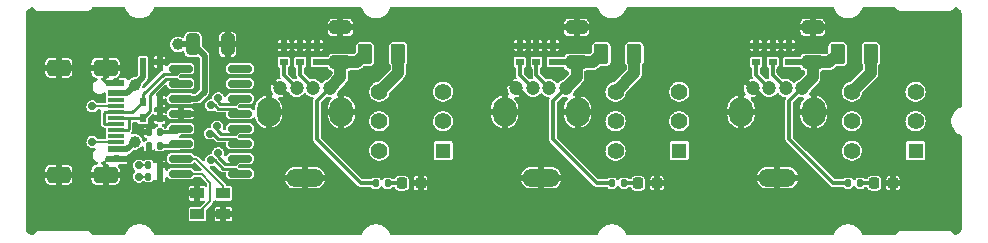
<source format=gbr>
%TF.GenerationSoftware,KiCad,Pcbnew,6.0.7+dfsg-1~bpo11+1*%
%TF.CreationDate,2022-10-14T07:47:58+00:00*%
%TF.ProjectId,0104-USB-HUB,30313034-2d55-4534-922d-4855422e6b69,V1.0*%
%TF.SameCoordinates,Original*%
%TF.FileFunction,Copper,L1,Top*%
%TF.FilePolarity,Positive*%
%FSLAX46Y46*%
G04 Gerber Fmt 4.6, Leading zero omitted, Abs format (unit mm)*
G04 Created by KiCad (PCBNEW 6.0.7+dfsg-1~bpo11+1) date 2022-10-14 07:47:58*
%MOMM*%
%LPD*%
G01*
G04 APERTURE LIST*
G04 Aperture macros list*
%AMRoundRect*
0 Rectangle with rounded corners*
0 $1 Rounding radius*
0 $2 $3 $4 $5 $6 $7 $8 $9 X,Y pos of 4 corners*
0 Add a 4 corners polygon primitive as box body*
4,1,4,$2,$3,$4,$5,$6,$7,$8,$9,$2,$3,0*
0 Add four circle primitives for the rounded corners*
1,1,$1+$1,$2,$3*
1,1,$1+$1,$4,$5*
1,1,$1+$1,$6,$7*
1,1,$1+$1,$8,$9*
0 Add four rect primitives between the rounded corners*
20,1,$1+$1,$2,$3,$4,$5,0*
20,1,$1+$1,$4,$5,$6,$7,0*
20,1,$1+$1,$6,$7,$8,$9,0*
20,1,$1+$1,$8,$9,$2,$3,0*%
G04 Aperture macros list end*
%TA.AperFunction,SMDPad,CuDef*%
%ADD10RoundRect,0.218750X0.218750X0.256250X-0.218750X0.256250X-0.218750X-0.256250X0.218750X-0.256250X0*%
%TD*%
%TA.AperFunction,SMDPad,CuDef*%
%ADD11R,0.700000X0.600000*%
%TD*%
%TA.AperFunction,SMDPad,CuDef*%
%ADD12RoundRect,0.250000X0.375000X0.625000X-0.375000X0.625000X-0.375000X-0.625000X0.375000X-0.625000X0*%
%TD*%
%TA.AperFunction,SMDPad,CuDef*%
%ADD13RoundRect,0.135000X-0.135000X-0.185000X0.135000X-0.185000X0.135000X0.185000X-0.135000X0.185000X0*%
%TD*%
%TA.AperFunction,SMDPad,CuDef*%
%ADD14R,0.600000X0.700000*%
%TD*%
%TA.AperFunction,ComponentPad*%
%ADD15R,1.300000X1.300000*%
%TD*%
%TA.AperFunction,ComponentPad*%
%ADD16C,1.400000*%
%TD*%
%TA.AperFunction,SMDPad,CuDef*%
%ADD17RoundRect,0.250000X-0.325000X-0.650000X0.325000X-0.650000X0.325000X0.650000X-0.325000X0.650000X0*%
%TD*%
%TA.AperFunction,SMDPad,CuDef*%
%ADD18RoundRect,0.150000X0.850000X0.150000X-0.850000X0.150000X-0.850000X-0.150000X0.850000X-0.150000X0*%
%TD*%
%TA.AperFunction,SMDPad,CuDef*%
%ADD19RoundRect,0.250000X0.650000X-0.325000X0.650000X0.325000X-0.650000X0.325000X-0.650000X-0.325000X0*%
%TD*%
%TA.AperFunction,SMDPad,CuDef*%
%ADD20RoundRect,0.250000X-0.375000X-0.625000X0.375000X-0.625000X0.375000X0.625000X-0.375000X0.625000X0*%
%TD*%
%TA.AperFunction,SMDPad,CuDef*%
%ADD21RoundRect,0.140000X0.140000X0.170000X-0.140000X0.170000X-0.140000X-0.170000X0.140000X-0.170000X0*%
%TD*%
%TA.AperFunction,ComponentPad*%
%ADD22C,1.200000*%
%TD*%
%TA.AperFunction,ComponentPad*%
%ADD23O,2.000000X2.500000*%
%TD*%
%TA.AperFunction,ComponentPad*%
%ADD24O,3.200000X1.500000*%
%TD*%
%TA.AperFunction,SMDPad,CuDef*%
%ADD25R,1.450000X0.600000*%
%TD*%
%TA.AperFunction,SMDPad,CuDef*%
%ADD26R,1.450000X0.300000*%
%TD*%
%TA.AperFunction,ComponentPad*%
%ADD27RoundRect,0.350000X-0.700000X0.350000X-0.700000X-0.350000X0.700000X-0.350000X0.700000X0.350000X0*%
%TD*%
%TA.AperFunction,ComponentPad*%
%ADD28RoundRect,0.350000X-0.650000X0.350000X-0.650000X-0.350000X0.650000X-0.350000X0.650000X0.350000X0*%
%TD*%
%TA.AperFunction,SMDPad,CuDef*%
%ADD29R,1.200000X0.900000*%
%TD*%
%TA.AperFunction,ViaPad*%
%ADD30C,0.500000*%
%TD*%
%TA.AperFunction,ViaPad*%
%ADD31C,1.000000*%
%TD*%
%TA.AperFunction,ViaPad*%
%ADD32C,0.700000*%
%TD*%
%TA.AperFunction,Conductor*%
%ADD33C,0.350000*%
%TD*%
%TA.AperFunction,Conductor*%
%ADD34C,1.000000*%
%TD*%
%TA.AperFunction,Conductor*%
%ADD35C,0.500000*%
%TD*%
%TA.AperFunction,Conductor*%
%ADD36C,0.200000*%
%TD*%
%TA.AperFunction,Conductor*%
%ADD37C,0.280000*%
%TD*%
G04 APERTURE END LIST*
D10*
%TO.P,D6,1,K*%
%TO.N,GND*%
X73587500Y12250000D03*
%TO.P,D6,2,A*%
%TO.N,Net-(D6-Pad2)*%
X72012500Y12250000D03*
%TD*%
D11*
%TO.P,D11,1,A1*%
%TO.N,GND*%
X42000000Y23900000D03*
%TO.P,D11,2,A2*%
%TO.N,/DS2_D+*%
X42000000Y22500000D03*
%TD*%
D12*
%TO.P,F3,1*%
%TO.N,Net-(F3-Pad1)*%
X71700000Y23200000D03*
%TO.P,F3,2*%
%TO.N,Net-(C6-Pad1)*%
X68900000Y23200000D03*
%TD*%
D13*
%TO.P,R5,1*%
%TO.N,Net-(C6-Pad1)*%
X69790000Y12250000D03*
%TO.P,R5,2*%
%TO.N,Net-(D6-Pad2)*%
X70810000Y12250000D03*
%TD*%
D14*
%TO.P,D3,1,A1*%
%TO.N,GND*%
X11500000Y17750000D03*
%TO.P,D3,2,A2*%
%TO.N,/US_D+*%
X10100000Y17750000D03*
%TD*%
D15*
%TO.P,SW2,1,A*%
%TO.N,unconnected-(SW2-Pad1)*%
X55500000Y15000000D03*
D16*
%TO.P,SW2,2,B*%
%TO.N,unconnected-(SW2-Pad2)*%
X55500000Y17500000D03*
%TO.P,SW2,3,C*%
%TO.N,unconnected-(SW2-Pad3)*%
X55500000Y20000000D03*
%TO.P,SW2,4,A*%
%TO.N,unconnected-(SW2-Pad4)*%
X50100000Y15000000D03*
%TO.P,SW2,5,B*%
%TO.N,VBUS*%
X50100000Y17500000D03*
%TO.P,SW2,6,C*%
%TO.N,Net-(F2-Pad1)*%
X50100000Y20000000D03*
%TD*%
D17*
%TO.P,C1,1*%
%TO.N,VBUS*%
X14325000Y24000000D03*
%TO.P,C1,2*%
%TO.N,GND*%
X17275000Y24000000D03*
%TD*%
D18*
%TO.P,U1,1,DM4*%
%TO.N,/DS3_D-*%
X18300000Y13055000D03*
%TO.P,U1,2,DP4*%
%TO.N,/DS3_D+*%
X18300000Y14325000D03*
%TO.P,U1,3,DM3*%
%TO.N,/DS2_D-*%
X18300000Y15595000D03*
%TO.P,U1,4,DP3*%
%TO.N,/DS2_D+*%
X18300000Y16865000D03*
%TO.P,U1,5,DM2*%
%TO.N,/DS1_D-*%
X18300000Y18135000D03*
%TO.P,U1,6,DP2*%
%TO.N,/DS1_D+*%
X18300000Y19405000D03*
%TO.P,U1,7,DM1*%
%TO.N,unconnected-(U1-Pad7)*%
X18300000Y20675000D03*
%TO.P,U1,8,DP1*%
%TO.N,unconnected-(U1-Pad8)*%
X18300000Y21945000D03*
%TO.P,U1,9,DM*%
%TO.N,/US_D-*%
X13300000Y21945000D03*
%TO.P,U1,10,DP*%
%TO.N,/US_D+*%
X13300000Y20675000D03*
%TO.P,U1,11,VDD5*%
%TO.N,VBUS*%
X13300000Y19405000D03*
%TO.P,U1,12,GND*%
%TO.N,GND*%
X13300000Y18135000D03*
%TO.P,U1,13,VDD33*%
%TO.N,Net-(C2-Pad1)*%
X13300000Y16865000D03*
%TO.P,U1,14,VDD18*%
%TO.N,Net-(C3-Pad1)*%
X13300000Y15595000D03*
%TO.P,U1,15,XOUT*%
%TO.N,Net-(U1-Pad15)*%
X13300000Y14325000D03*
%TO.P,U1,16,XIN*%
%TO.N,Net-(U1-Pad16)*%
X13300000Y13055000D03*
%TD*%
D13*
%TO.P,R3,1*%
%TO.N,Net-(C4-Pad1)*%
X29790000Y12250000D03*
%TO.P,R3,2*%
%TO.N,Net-(D4-Pad2)*%
X30810000Y12250000D03*
%TD*%
%TO.P,R4,1*%
%TO.N,Net-(F2-Pad2)*%
X49790000Y12250000D03*
%TO.P,R4,2*%
%TO.N,Net-(D5-Pad2)*%
X50810000Y12250000D03*
%TD*%
D10*
%TO.P,D5,1,K*%
%TO.N,GND*%
X53587500Y12250000D03*
%TO.P,D5,2,A*%
%TO.N,Net-(D5-Pad2)*%
X52012500Y12250000D03*
%TD*%
D19*
%TO.P,C6,1*%
%TO.N,Net-(C6-Pad1)*%
X66800000Y22500000D03*
%TO.P,C6,2*%
%TO.N,GND*%
X66800000Y25450000D03*
%TD*%
D20*
%TO.P,F1,1*%
%TO.N,Net-(C4-Pad1)*%
X28900000Y23200000D03*
%TO.P,F1,2*%
%TO.N,Net-(F1-Pad2)*%
X31700000Y23200000D03*
%TD*%
D15*
%TO.P,SW1,1,A*%
%TO.N,unconnected-(SW1-Pad1)*%
X35500000Y15000000D03*
D16*
%TO.P,SW1,2,B*%
%TO.N,unconnected-(SW1-Pad2)*%
X35500000Y17500000D03*
%TO.P,SW1,3,C*%
%TO.N,unconnected-(SW1-Pad3)*%
X35500000Y20000000D03*
%TO.P,SW1,4,A*%
%TO.N,unconnected-(SW1-Pad4)*%
X30100000Y15000000D03*
%TO.P,SW1,5,B*%
%TO.N,VBUS*%
X30100000Y17500000D03*
%TO.P,SW1,6,C*%
%TO.N,Net-(F1-Pad2)*%
X30100000Y20000000D03*
%TD*%
D14*
%TO.P,D2,1,A1*%
%TO.N,GND*%
X11500000Y19150000D03*
%TO.P,D2,2,A2*%
%TO.N,/US_D-*%
X10100000Y19150000D03*
%TD*%
D21*
%TO.P,C2,1*%
%TO.N,Net-(C2-Pad1)*%
X11530000Y16550000D03*
%TO.P,C2,2*%
%TO.N,GND*%
X10570000Y16550000D03*
%TD*%
D22*
%TO.P,J2,1,VBUS*%
%TO.N,Net-(C4-Pad1)*%
X25900000Y20300000D03*
%TO.P,J2,2,D-*%
%TO.N,/DS1_D-*%
X24500000Y20300000D03*
%TO.P,J2,3,D+*%
%TO.N,/DS1_D+*%
X23100000Y20300000D03*
%TO.P,J2,4,GND*%
%TO.N,GND*%
X21700000Y20300000D03*
D23*
%TO.P,J2,5,Shield*%
X20720000Y18300000D03*
D24*
X23800000Y12700000D03*
D23*
X26880000Y18300000D03*
%TD*%
D12*
%TO.P,F2,1*%
%TO.N,Net-(F2-Pad1)*%
X51700000Y23200000D03*
%TO.P,F2,2*%
%TO.N,Net-(F2-Pad2)*%
X48900000Y23200000D03*
%TD*%
D13*
%TO.P,R1,1*%
%TO.N,Net-(J1-PadA5)*%
X10540000Y13750000D03*
%TO.P,R1,2*%
%TO.N,GND*%
X11560000Y13750000D03*
%TD*%
D11*
%TO.P,D13,1,A1*%
%TO.N,GND*%
X64800000Y23900000D03*
%TO.P,D13,2,A2*%
%TO.N,Net-(C6-Pad1)*%
X64800000Y22500000D03*
%TD*%
D13*
%TO.P,R2,1*%
%TO.N,Net-(J1-PadB5)*%
X10540000Y12800000D03*
%TO.P,R2,2*%
%TO.N,GND*%
X11560000Y12800000D03*
%TD*%
D21*
%TO.P,C3,1*%
%TO.N,Net-(C3-Pad1)*%
X11530000Y15400000D03*
%TO.P,C3,2*%
%TO.N,GND*%
X10570000Y15400000D03*
%TD*%
D22*
%TO.P,J3,1,VBUS*%
%TO.N,Net-(F2-Pad2)*%
X45900000Y20300000D03*
%TO.P,J3,2,D-*%
%TO.N,/DS2_D-*%
X44500000Y20300000D03*
%TO.P,J3,3,D+*%
%TO.N,/DS2_D+*%
X43100000Y20300000D03*
%TO.P,J3,4,GND*%
%TO.N,GND*%
X41700000Y20300000D03*
D23*
%TO.P,J3,5,Shield*%
X46880000Y18300000D03*
D24*
X43800000Y12700000D03*
D23*
X40720000Y18300000D03*
%TD*%
D11*
%TO.P,D12,1,A1*%
%TO.N,GND*%
X43400000Y23900000D03*
%TO.P,D12,2,A2*%
%TO.N,/DS2_D-*%
X43400000Y22500000D03*
%TD*%
D14*
%TO.P,D1,1,A1*%
%TO.N,GND*%
X11500000Y22500000D03*
%TO.P,D1,2,A2*%
%TO.N,VBUS*%
X10100000Y22500000D03*
%TD*%
D11*
%TO.P,D14,1,A1*%
%TO.N,GND*%
X62000000Y23900000D03*
%TO.P,D14,2,A2*%
%TO.N,/DS3_D+*%
X62000000Y22500000D03*
%TD*%
D10*
%TO.P,D4,1,K*%
%TO.N,GND*%
X33587500Y12250000D03*
%TO.P,D4,2,A*%
%TO.N,Net-(D4-Pad2)*%
X32012500Y12250000D03*
%TD*%
D25*
%TO.P,J1,A1,GND*%
%TO.N,GND*%
X7845000Y20700000D03*
%TO.P,J1,A4,VBUS*%
%TO.N,VBUS*%
X7845000Y19900000D03*
D26*
%TO.P,J1,A5,CC1*%
%TO.N,Net-(J1-PadA5)*%
X7845000Y18750000D03*
%TO.P,J1,A6,D+*%
%TO.N,/US_D+*%
X7845000Y17750000D03*
%TO.P,J1,A7,D-*%
%TO.N,/US_D-*%
X7845000Y17250000D03*
%TO.P,J1,A8,SBU1*%
%TO.N,unconnected-(J1-PadA8)*%
X7845000Y16250000D03*
D25*
%TO.P,J1,A9,VBUS*%
%TO.N,VBUS*%
X7845000Y15100000D03*
%TO.P,J1,A12,GND*%
%TO.N,GND*%
X7845000Y14300000D03*
%TO.P,J1,B1,GND*%
X7845000Y14300000D03*
%TO.P,J1,B4,VBUS*%
%TO.N,VBUS*%
X7845000Y15100000D03*
D26*
%TO.P,J1,B5,CC2*%
%TO.N,Net-(J1-PadB5)*%
X7845000Y15750000D03*
%TO.P,J1,B6,D+*%
%TO.N,/US_D+*%
X7845000Y16750000D03*
%TO.P,J1,B7,D-*%
%TO.N,/US_D-*%
X7845000Y18250000D03*
%TO.P,J1,B8,SBU2*%
%TO.N,unconnected-(J1-PadB8)*%
X7845000Y19250000D03*
D25*
%TO.P,J1,B9,VBUS*%
%TO.N,VBUS*%
X7845000Y19900000D03*
%TO.P,J1,B12,GND*%
%TO.N,GND*%
X7845000Y20700000D03*
D27*
%TO.P,J1,S1,SHIELD*%
X6930000Y12975000D03*
D28*
X2950000Y22025000D03*
D27*
X6930000Y22025000D03*
D28*
X2950000Y12975000D03*
%TD*%
D11*
%TO.P,D15,1,A1*%
%TO.N,GND*%
X63400000Y23900000D03*
%TO.P,D15,2,A2*%
%TO.N,/DS3_D-*%
X63400000Y22500000D03*
%TD*%
D15*
%TO.P,SW3,1,A*%
%TO.N,unconnected-(SW3-Pad1)*%
X75500000Y15000000D03*
D16*
%TO.P,SW3,2,B*%
%TO.N,unconnected-(SW3-Pad2)*%
X75500000Y17500000D03*
%TO.P,SW3,3,C*%
%TO.N,unconnected-(SW3-Pad3)*%
X75500000Y20000000D03*
%TO.P,SW3,4,A*%
%TO.N,unconnected-(SW3-Pad4)*%
X70100000Y15000000D03*
%TO.P,SW3,5,B*%
%TO.N,VBUS*%
X70100000Y17500000D03*
%TO.P,SW3,6,C*%
%TO.N,Net-(F3-Pad1)*%
X70100000Y20000000D03*
%TD*%
D11*
%TO.P,D7,1,A1*%
%TO.N,GND*%
X24800000Y23900000D03*
%TO.P,D7,2,A2*%
%TO.N,Net-(C4-Pad1)*%
X24800000Y22500000D03*
%TD*%
D19*
%TO.P,C5,1*%
%TO.N,Net-(F2-Pad2)*%
X46800000Y22500000D03*
%TO.P,C5,2*%
%TO.N,GND*%
X46800000Y25450000D03*
%TD*%
D22*
%TO.P,J4,1,VBUS*%
%TO.N,Net-(C6-Pad1)*%
X65900000Y20300000D03*
%TO.P,J4,2,D-*%
%TO.N,/DS3_D-*%
X64500000Y20300000D03*
%TO.P,J4,3,D+*%
%TO.N,/DS3_D+*%
X63100000Y20300000D03*
%TO.P,J4,4,GND*%
%TO.N,GND*%
X61700000Y20300000D03*
D24*
%TO.P,J4,5,Shield*%
X63800000Y12700000D03*
D23*
X60720000Y18300000D03*
X66880000Y18300000D03*
%TD*%
D19*
%TO.P,C4,1*%
%TO.N,Net-(C4-Pad1)*%
X26800000Y22500000D03*
%TO.P,C4,2*%
%TO.N,GND*%
X26800000Y25450000D03*
%TD*%
D29*
%TO.P,Y1,1,1*%
%TO.N,Net-(U1-Pad16)*%
X14700000Y9620000D03*
%TO.P,Y1,2,2*%
%TO.N,GND*%
X16900000Y9620000D03*
%TO.P,Y1,3,3*%
%TO.N,Net-(U1-Pad15)*%
X16900000Y11380000D03*
%TO.P,Y1,4,4*%
%TO.N,GND*%
X14700000Y11380000D03*
%TD*%
D11*
%TO.P,D9,1,A1*%
%TO.N,GND*%
X23400000Y23900000D03*
%TO.P,D9,2,A2*%
%TO.N,/DS1_D-*%
X23400000Y22500000D03*
%TD*%
%TO.P,D10,1,A1*%
%TO.N,GND*%
X44800000Y23900000D03*
%TO.P,D10,2,A2*%
%TO.N,Net-(F2-Pad2)*%
X44800000Y22500000D03*
%TD*%
%TO.P,D8,1,A1*%
%TO.N,GND*%
X22000000Y23900000D03*
%TO.P,D8,2,A2*%
%TO.N,/DS1_D+*%
X22000000Y22500000D03*
%TD*%
D30*
%TO.N,GND*%
X52300000Y9500000D03*
X27300000Y11500000D03*
X57300000Y23000000D03*
X22000000Y25000000D03*
X11900000Y20000000D03*
X12500000Y22900000D03*
X64800000Y26750000D03*
X39800000Y14500000D03*
X39800000Y8250000D03*
X44800000Y26750000D03*
X37300000Y11500000D03*
X34800000Y11500000D03*
X58550000Y13250000D03*
X74800000Y12750000D03*
X61300000Y13000000D03*
X28800000Y11500000D03*
X66300000Y26750000D03*
X41300000Y13000000D03*
X23550000Y15500000D03*
X79050000Y10000000D03*
X46300000Y26750000D03*
X34800000Y13500000D03*
X42300000Y8250000D03*
X20550000Y11500000D03*
X22300000Y26750000D03*
X54800000Y11500000D03*
X34800000Y23000000D03*
X27300000Y15500000D03*
X74800000Y11750000D03*
X62300000Y8250000D03*
X47300000Y8250000D03*
X22300000Y8250000D03*
X10500000Y14600000D03*
X49800000Y9500000D03*
X56800000Y11500000D03*
X67300000Y8250000D03*
X62300000Y17000000D03*
X15050000Y17750000D03*
X24800000Y9500000D03*
X69800000Y25000000D03*
X47300000Y26750000D03*
X12300000Y25000000D03*
X59800000Y14500000D03*
X27300000Y26750000D03*
X59800000Y25000000D03*
X64800000Y25000000D03*
X42550000Y14250000D03*
X42300000Y26750000D03*
X42300000Y9500000D03*
X39800000Y9500000D03*
X67300000Y26750000D03*
X550000Y17500000D03*
X52300000Y26750000D03*
X39800000Y25000000D03*
X58800000Y10500000D03*
X44800000Y25000000D03*
X19800000Y9500000D03*
X79050000Y12500000D03*
X34800000Y25000000D03*
X37300000Y13500000D03*
X42000000Y25000000D03*
X57300000Y8250000D03*
X37300000Y23000000D03*
X15050000Y15500000D03*
X13300000Y22900000D03*
X42300000Y17000000D03*
X24800000Y8250000D03*
X57300000Y26750000D03*
X550000Y22500000D03*
X22300000Y9500000D03*
X17300000Y26750000D03*
X16550000Y21250000D03*
X54800000Y12500000D03*
X62000000Y25000000D03*
X52300000Y25000000D03*
X63800000Y15500000D03*
X550000Y25000000D03*
X37300000Y8250000D03*
X79050000Y15000000D03*
X550000Y15000000D03*
X54800000Y23000000D03*
X26300000Y26750000D03*
X59800000Y23000000D03*
X17300000Y8250000D03*
X27300000Y8250000D03*
X9500000Y14600000D03*
X29050000Y13750000D03*
X61050000Y15750000D03*
X19800000Y23000000D03*
X32300000Y8250000D03*
X39800000Y26750000D03*
X79050000Y22500000D03*
X22800000Y18500000D03*
X79050000Y20000000D03*
X43400000Y25000000D03*
X23400000Y25000000D03*
X47300000Y9500000D03*
X54800000Y9500000D03*
X37300000Y9500000D03*
X19800000Y8250000D03*
X44800000Y8250000D03*
X550000Y20000000D03*
X24800000Y25000000D03*
X13300000Y10750000D03*
X54800000Y26750000D03*
X57300000Y9500000D03*
X44800000Y9500000D03*
X47300000Y11500000D03*
X43800000Y15500000D03*
X27300000Y9500000D03*
X63400000Y25000000D03*
X48800000Y11500000D03*
X12300000Y26750000D03*
X29800000Y25000000D03*
X32300000Y26750000D03*
X41050000Y15750000D03*
X39800000Y11500000D03*
X59800000Y26750000D03*
X57300000Y25000000D03*
X32300000Y13500000D03*
X550000Y12500000D03*
X550000Y10000000D03*
X19800000Y25000000D03*
X54800000Y8250000D03*
X59800000Y8250000D03*
X17800000Y25750000D03*
X7300000Y8250000D03*
X72300000Y26750000D03*
X7300000Y26750000D03*
X79050000Y25000000D03*
X14800000Y26750000D03*
X54800000Y25000000D03*
X13300000Y9750000D03*
X49800000Y25000000D03*
X26300000Y13250000D03*
X52300000Y8250000D03*
X10900000Y21600000D03*
X18300000Y10000000D03*
X32300000Y9500000D03*
X16800000Y25750000D03*
X34800000Y8250000D03*
X32300000Y25000000D03*
X39800000Y23000000D03*
X12300000Y8250000D03*
X29800000Y9500000D03*
X19800000Y26750000D03*
X13300000Y8750000D03*
X20550000Y13500000D03*
X72300000Y25000000D03*
X34800000Y26750000D03*
X14800000Y8250000D03*
X72300000Y8250000D03*
X37300000Y26750000D03*
X62550000Y14250000D03*
X13300000Y11750000D03*
X60050000Y11750000D03*
X18300000Y9000000D03*
X62300000Y26750000D03*
X37300000Y25000000D03*
X24800000Y26750000D03*
X34800000Y9500000D03*
X11500000Y14600000D03*
X18300000Y11000000D03*
X64800000Y8250000D03*
D31*
%TO.N,VBUS*%
X13050000Y24000000D03*
X9400000Y15750000D03*
X9400000Y20550000D03*
D32*
%TO.N,Net-(J1-PadA5)*%
X5800000Y18750000D03*
X9750000Y13750000D03*
%TO.N,Net-(J1-PadB5)*%
X9750000Y12800000D03*
X5800000Y15750000D03*
%TO.N,/DS1_D-*%
X15849479Y18849479D03*
%TO.N,/DS1_D+*%
X16450521Y19450521D03*
%TO.N,/DS2_D-*%
X15749479Y16449479D03*
%TO.N,/DS2_D+*%
X16350521Y17050521D03*
%TO.N,/DS3_D-*%
X15849479Y14199479D03*
%TO.N,/DS3_D+*%
X16450521Y14800521D03*
%TD*%
D33*
%TO.N,Net-(C2-Pad1)*%
X11530000Y16550000D02*
X12985000Y16550000D01*
X12985000Y16550000D02*
X13300000Y16865000D01*
%TO.N,Net-(C3-Pad1)*%
X11530000Y15400000D02*
X13105000Y15400000D01*
X13105000Y15400000D02*
X13300000Y15595000D01*
D34*
%TO.N,Net-(C4-Pad1)*%
X26800000Y22500000D02*
X28200000Y22500000D01*
D33*
X24800000Y19200000D02*
X25900000Y20300000D01*
D34*
X28200000Y22500000D02*
X28900000Y23200000D01*
D33*
X29790000Y12250000D02*
X28550000Y12250000D01*
D35*
X24800000Y22500000D02*
X26800000Y22500000D01*
D34*
X26800000Y22500000D02*
X26800000Y21200000D01*
D33*
X28550000Y12250000D02*
X24800000Y16000000D01*
D34*
X26800000Y21200000D02*
X25900000Y20300000D01*
D33*
X24800000Y16000000D02*
X24800000Y19200000D01*
D34*
%TO.N,Net-(C6-Pad1)*%
X66800000Y21200000D02*
X65900000Y20300000D01*
X66800000Y22500000D02*
X66800000Y21200000D01*
D33*
X64800000Y16000000D02*
X64800000Y19200000D01*
D34*
X66800000Y22500000D02*
X68200000Y22500000D01*
X68200000Y22500000D02*
X68900000Y23200000D01*
D33*
X69790000Y12250000D02*
X68550000Y12250000D01*
X68550000Y12250000D02*
X64800000Y16000000D01*
X64800000Y19200000D02*
X65900000Y20300000D01*
D35*
X64800000Y22500000D02*
X66800000Y22500000D01*
D36*
%TO.N,Net-(U1-Pad15)*%
X14575000Y14325000D02*
X16900000Y12000000D01*
X13300000Y14325000D02*
X14575000Y14325000D01*
X16900000Y11380000D02*
X16900000Y12000000D01*
%TO.N,Net-(U1-Pad16)*%
X15045000Y13055000D02*
X15800000Y12300000D01*
X15800000Y10720000D02*
X14700000Y9620000D01*
X13300000Y13055000D02*
X15045000Y13055000D01*
X15800000Y12300000D02*
X15800000Y10720000D01*
D35*
%TO.N,VBUS*%
X10100000Y22500000D02*
X10100000Y21250000D01*
X7845000Y19900000D02*
X8750000Y19900000D01*
X13300000Y19405000D02*
X14705000Y19405000D01*
X14705000Y19405000D02*
X15300000Y20000000D01*
X14325000Y24000000D02*
X15300000Y23025000D01*
X8750000Y15100000D02*
X9400000Y15750000D01*
X14325000Y24000000D02*
X13050000Y24000000D01*
X7845000Y15100000D02*
X8750000Y15100000D01*
X10100000Y21250000D02*
X9400000Y20550000D01*
X8750000Y19900000D02*
X9400000Y20550000D01*
X15300000Y23025000D02*
X15300000Y20000000D01*
D36*
%TO.N,Net-(J1-PadA5)*%
X10540000Y13750000D02*
X9750000Y13750000D01*
X7845000Y18750000D02*
X5800000Y18750000D01*
D37*
%TO.N,/US_D+*%
X10690000Y19742066D02*
X12042934Y21095000D01*
X8900000Y16800000D02*
X8900000Y17750000D01*
X12042934Y21095000D02*
X12880000Y21095000D01*
X7845000Y16750000D02*
X8850000Y16750000D01*
X10100000Y17750000D02*
X10690000Y18340000D01*
X7845000Y17750000D02*
X8900000Y17750000D01*
X10690000Y18340000D02*
X10690000Y19742066D01*
X8900000Y17750000D02*
X10100000Y17750000D01*
X8850000Y16750000D02*
X8900000Y16800000D01*
X12880000Y21095000D02*
X13300000Y20675000D01*
%TO.N,/US_D-*%
X12880000Y21525000D02*
X11864822Y21525000D01*
X10100000Y19760178D02*
X10100000Y19150000D01*
X7845000Y18250000D02*
X6840000Y18250000D01*
X7845000Y17250000D02*
X6840000Y17250000D01*
X9200000Y18250000D02*
X10100000Y19150000D01*
X6800000Y17290000D02*
X6800000Y18210000D01*
X6840000Y18250000D02*
X6800000Y18210000D01*
X7845000Y18250000D02*
X9200000Y18250000D01*
X6840000Y17250000D02*
X6800000Y17290000D01*
X13300000Y21945000D02*
X12880000Y21525000D01*
X11864822Y21525000D02*
X10100000Y19760178D01*
D36*
%TO.N,Net-(J1-PadB5)*%
X10540000Y12800000D02*
X9750000Y12800000D01*
X7845000Y15750000D02*
X5800000Y15750000D01*
D33*
%TO.N,/DS1_D-*%
X23400000Y21400000D02*
X24500000Y20300000D01*
D37*
X17880000Y18555000D02*
X16440944Y18555000D01*
X16146465Y18849479D02*
X15849479Y18849479D01*
X18300000Y18135000D02*
X17880000Y18555000D01*
D33*
X23400000Y22500000D02*
X23400000Y21400000D01*
D37*
X16440944Y18555000D02*
X16146465Y18849479D01*
%TO.N,/DS1_D+*%
X16450521Y19153535D02*
X16450521Y19450521D01*
X18300000Y19405000D02*
X17880000Y18985000D01*
X17880000Y18985000D02*
X16619056Y18985000D01*
X16619056Y18985000D02*
X16450521Y19153535D01*
D33*
X22000000Y22500000D02*
X22000000Y21400000D01*
X22000000Y21400000D02*
X23100000Y20300000D01*
D37*
%TO.N,/DS2_D-*%
X16046465Y16449479D02*
X15749479Y16449479D01*
D33*
X43400000Y22500000D02*
X43400000Y21400000D01*
D37*
X16480944Y16015000D02*
X16046465Y16449479D01*
D33*
X43400000Y21400000D02*
X44500000Y20300000D01*
D37*
X18300000Y15595000D02*
X17880000Y16015000D01*
X17880000Y16015000D02*
X16480944Y16015000D01*
%TO.N,/DS2_D+*%
X18300000Y16865000D02*
X17880000Y16445000D01*
X17880000Y16445000D02*
X16659056Y16445000D01*
X16659056Y16445000D02*
X16350521Y16753535D01*
X16350521Y16753535D02*
X16350521Y17050521D01*
D33*
X42000000Y22500000D02*
X42000000Y21400000D01*
X42000000Y21400000D02*
X43100000Y20300000D01*
D37*
%TO.N,/DS3_D-*%
X16146465Y14199479D02*
X15849479Y14199479D01*
D33*
X63400000Y21400000D02*
X64500000Y20300000D01*
D37*
X16870944Y13475000D02*
X16146465Y14199479D01*
X17880000Y13475000D02*
X16870944Y13475000D01*
X18300000Y13055000D02*
X17880000Y13475000D01*
D33*
X63400000Y22500000D02*
X63400000Y21400000D01*
D37*
%TO.N,/DS3_D+*%
X17049056Y13905000D02*
X16450521Y14503535D01*
X18300000Y14325000D02*
X17880000Y13905000D01*
D33*
X62000000Y21400000D02*
X63100000Y20300000D01*
D37*
X17880000Y13905000D02*
X17049056Y13905000D01*
X16450521Y14503535D02*
X16450521Y14800521D01*
D33*
X62000000Y22500000D02*
X62000000Y21400000D01*
%TO.N,Net-(D4-Pad2)*%
X32012500Y12250000D02*
X30810000Y12250000D01*
%TO.N,Net-(D5-Pad2)*%
X52012500Y12250000D02*
X50810000Y12250000D01*
%TO.N,Net-(D6-Pad2)*%
X70810000Y12250000D02*
X72012500Y12250000D01*
D34*
%TO.N,Net-(F1-Pad2)*%
X31700000Y21600000D02*
X30100000Y20000000D01*
X31700000Y23200000D02*
X31700000Y21600000D01*
%TO.N,Net-(F2-Pad1)*%
X51700000Y23200000D02*
X51700000Y21600000D01*
X51700000Y21600000D02*
X50100000Y20000000D01*
%TO.N,Net-(F3-Pad1)*%
X71700000Y23200000D02*
X71700000Y21600000D01*
X71700000Y21600000D02*
X70100000Y20000000D01*
D35*
%TO.N,Net-(F2-Pad2)*%
X44800000Y22500000D02*
X46800000Y22500000D01*
D34*
X46800000Y22500000D02*
X48200000Y22500000D01*
X48200000Y22500000D02*
X48900000Y23200000D01*
D33*
X44800000Y19200000D02*
X45900000Y20300000D01*
X48550000Y12250000D02*
X44800000Y16000000D01*
D34*
X46800000Y21200000D02*
X45900000Y20300000D01*
D33*
X44800000Y16000000D02*
X44800000Y19200000D01*
D34*
X46800000Y22500000D02*
X46800000Y21200000D01*
D33*
X49790000Y12250000D02*
X48550000Y12250000D01*
%TD*%
%TA.AperFunction,Conductor*%
%TO.N,GND*%
G36*
X8553332Y27129498D02*
G01*
X8599825Y27075842D01*
X8601115Y27072667D01*
X8601476Y27071320D01*
X8687324Y26881795D01*
X8690190Y26877505D01*
X8789236Y26729242D01*
X8802901Y26708786D01*
X8945119Y26556918D01*
X9110178Y26430247D01*
X9293668Y26332159D01*
X9298543Y26330504D01*
X9298548Y26330502D01*
X9485793Y26266934D01*
X9490686Y26265273D01*
X9695969Y26231377D01*
X9904031Y26231377D01*
X10109314Y26265273D01*
X10114207Y26266934D01*
X10301452Y26330502D01*
X10301457Y26330504D01*
X10306332Y26332159D01*
X10489822Y26430247D01*
X10654881Y26556918D01*
X10797099Y26708786D01*
X10810765Y26729242D01*
X10909810Y26877505D01*
X10912676Y26881795D01*
X10963341Y26993646D01*
X10998524Y27071320D01*
X10999686Y27070793D01*
X11037922Y27123337D01*
X11104100Y27149046D01*
X11114789Y27149500D01*
X28485212Y27149500D01*
X28553333Y27129498D01*
X28599826Y27075842D01*
X28601120Y27072658D01*
X28601478Y27071321D01*
X28603277Y27067350D01*
X28676835Y26904957D01*
X28687326Y26881795D01*
X28802903Y26708788D01*
X28806431Y26705021D01*
X28806435Y26705016D01*
X28876291Y26630420D01*
X28945121Y26556920D01*
X29110180Y26430249D01*
X29293669Y26332161D01*
X29298546Y26330505D01*
X29298549Y26330504D01*
X29485803Y26266934D01*
X29485807Y26266933D01*
X29490688Y26265276D01*
X29695970Y26231380D01*
X29904032Y26231380D01*
X30109314Y26265276D01*
X30114195Y26266933D01*
X30114199Y26266934D01*
X30301452Y26330504D01*
X30301455Y26330505D01*
X30306332Y26332161D01*
X30489822Y26430249D01*
X30654881Y26556920D01*
X30658407Y26560685D01*
X30793573Y26705021D01*
X30793577Y26705026D01*
X30797099Y26708787D01*
X30912676Y26881795D01*
X30923168Y26904957D01*
X30998524Y27071321D01*
X30999684Y27070796D01*
X31037938Y27123349D01*
X31104120Y27149047D01*
X31114790Y27149500D01*
X48485211Y27149500D01*
X48553332Y27129498D01*
X48599825Y27075842D01*
X48601115Y27072667D01*
X48601476Y27071320D01*
X48687324Y26881795D01*
X48690190Y26877505D01*
X48789236Y26729242D01*
X48802901Y26708786D01*
X48945119Y26556918D01*
X49110178Y26430247D01*
X49293668Y26332159D01*
X49298543Y26330504D01*
X49298548Y26330502D01*
X49485793Y26266934D01*
X49490686Y26265273D01*
X49695969Y26231377D01*
X49904031Y26231377D01*
X50109314Y26265273D01*
X50114207Y26266934D01*
X50301452Y26330502D01*
X50301457Y26330504D01*
X50306332Y26332159D01*
X50489822Y26430247D01*
X50654881Y26556918D01*
X50797099Y26708786D01*
X50810765Y26729242D01*
X50909810Y26877505D01*
X50912676Y26881795D01*
X50963341Y26993646D01*
X50998524Y27071320D01*
X50999686Y27070793D01*
X51037922Y27123337D01*
X51104100Y27149046D01*
X51114789Y27149500D01*
X68485211Y27149500D01*
X68553332Y27129498D01*
X68599825Y27075842D01*
X68601115Y27072667D01*
X68601476Y27071320D01*
X68687324Y26881795D01*
X68690190Y26877505D01*
X68789236Y26729242D01*
X68802901Y26708786D01*
X68945119Y26556918D01*
X69110178Y26430247D01*
X69293668Y26332159D01*
X69298543Y26330504D01*
X69298548Y26330502D01*
X69485793Y26266934D01*
X69490686Y26265273D01*
X69695969Y26231377D01*
X69904031Y26231377D01*
X70109314Y26265273D01*
X70114207Y26266934D01*
X70301452Y26330502D01*
X70301457Y26330504D01*
X70306332Y26332159D01*
X70489822Y26430247D01*
X70654881Y26556918D01*
X70797099Y26708786D01*
X70810765Y26729242D01*
X70909810Y26877505D01*
X70912676Y26881795D01*
X70963341Y26993646D01*
X70998524Y27071320D01*
X70999686Y27070793D01*
X71037922Y27123337D01*
X71104100Y27149046D01*
X71114789Y27149500D01*
X73730879Y27149500D01*
X73799000Y27129498D01*
X73835703Y27086810D01*
X73838428Y27088529D01*
X73914930Y26967280D01*
X74022388Y26872377D01*
X74152163Y26811447D01*
X74261009Y26794500D01*
X74335940Y26794500D01*
X74365456Y26798727D01*
X74383318Y26800000D01*
X75215934Y26800000D01*
X75235318Y26798500D01*
X75261009Y26794500D01*
X75335940Y26794500D01*
X75365456Y26798727D01*
X75383318Y26800000D01*
X76215934Y26800000D01*
X76235318Y26798500D01*
X76261009Y26794500D01*
X76335940Y26794500D01*
X76365456Y26798727D01*
X76383318Y26800000D01*
X77215934Y26800000D01*
X77235318Y26798500D01*
X77261009Y26794500D01*
X77335940Y26794500D01*
X77365456Y26798727D01*
X77383318Y26800000D01*
X78215934Y26800000D01*
X78235318Y26798500D01*
X78261009Y26794500D01*
X78335940Y26794500D01*
X78377339Y26800429D01*
X78433032Y26808404D01*
X78433035Y26808405D01*
X78441918Y26809677D01*
X78572428Y26869016D01*
X78600192Y26892939D01*
X78674237Y26956740D01*
X78674240Y26956743D01*
X78681037Y26962600D01*
X78759015Y27082905D01*
X78761990Y27080977D01*
X78797533Y27121644D01*
X78865739Y27141355D01*
X78879309Y27140564D01*
X78930421Y27134805D01*
X78957928Y27128526D01*
X79068407Y27089868D01*
X79093820Y27077631D01*
X79192943Y27015349D01*
X79214998Y26997759D01*
X79297759Y26914998D01*
X79315349Y26892943D01*
X79377631Y26793820D01*
X79389868Y26768407D01*
X79428526Y26657928D01*
X79434805Y26630420D01*
X79447692Y26516043D01*
X79447830Y26513583D01*
X79444191Y26500000D01*
X79448484Y26483978D01*
X79448484Y26471315D01*
X79449500Y26463598D01*
X79449500Y18814789D01*
X79429498Y18746668D01*
X79375842Y18700175D01*
X79372667Y18698885D01*
X79371320Y18698524D01*
X79263091Y18649500D01*
X79203274Y18622405D01*
X79181795Y18612676D01*
X79153574Y18593823D01*
X79013074Y18499964D01*
X79013070Y18499961D01*
X79008786Y18497099D01*
X78952509Y18444398D01*
X78862327Y18359946D01*
X78856918Y18354881D01*
X78730247Y18189822D01*
X78632159Y18006332D01*
X78630503Y18001455D01*
X78630502Y18001452D01*
X78577485Y17845285D01*
X78565273Y17809314D01*
X78531377Y17604031D01*
X78531377Y17395969D01*
X78565273Y17190686D01*
X78566931Y17185803D01*
X78566931Y17185802D01*
X78627428Y17007605D01*
X78632159Y16993668D01*
X78730247Y16810178D01*
X78856918Y16645119D01*
X78860682Y16641595D01*
X78860683Y16641593D01*
X78894865Y16609583D01*
X79008786Y16502901D01*
X79013070Y16500039D01*
X79013074Y16500036D01*
X79084217Y16452510D01*
X79181795Y16387324D01*
X79186495Y16385195D01*
X79186497Y16385194D01*
X79371320Y16301476D01*
X79370793Y16300314D01*
X79423337Y16262078D01*
X79449046Y16195900D01*
X79449500Y16185211D01*
X79449500Y8536402D01*
X79448484Y8528685D01*
X79448484Y8516022D01*
X79444191Y8500000D01*
X79447830Y8486417D01*
X79447692Y8483957D01*
X79434805Y8369580D01*
X79428526Y8342072D01*
X79389868Y8231593D01*
X79377631Y8206180D01*
X79315349Y8107057D01*
X79297759Y8085002D01*
X79214998Y8002241D01*
X79192943Y7984651D01*
X79093820Y7922369D01*
X79068407Y7910132D01*
X78957928Y7871474D01*
X78930422Y7865195D01*
X78917798Y7863772D01*
X78878548Y7859350D01*
X78808618Y7871599D01*
X78757881Y7917322D01*
X78685070Y8032720D01*
X78577612Y8127623D01*
X78447837Y8188553D01*
X78338991Y8205500D01*
X78264060Y8205500D01*
X78236129Y8201500D01*
X78234544Y8201273D01*
X78216682Y8200000D01*
X77384066Y8200000D01*
X77364682Y8201500D01*
X77343795Y8204752D01*
X77338991Y8205500D01*
X77264060Y8205500D01*
X77236129Y8201500D01*
X77234544Y8201273D01*
X77216682Y8200000D01*
X76384066Y8200000D01*
X76364682Y8201500D01*
X76343795Y8204752D01*
X76338991Y8205500D01*
X76264060Y8205500D01*
X76236129Y8201500D01*
X76234544Y8201273D01*
X76216682Y8200000D01*
X75384066Y8200000D01*
X75364682Y8201500D01*
X75343795Y8204752D01*
X75338991Y8205500D01*
X75264060Y8205500D01*
X75236129Y8201500D01*
X75234544Y8201273D01*
X75216682Y8200000D01*
X74384066Y8200000D01*
X74364682Y8201500D01*
X74343795Y8204752D01*
X74338991Y8205500D01*
X74264060Y8205500D01*
X74234544Y8201273D01*
X74166968Y8191596D01*
X74166965Y8191595D01*
X74158082Y8190323D01*
X74027572Y8130984D01*
X74020768Y8125122D01*
X74020769Y8125122D01*
X73925763Y8043260D01*
X73925760Y8043257D01*
X73918963Y8037400D01*
X73840985Y7917095D01*
X73840155Y7917633D01*
X73798688Y7870202D01*
X73731036Y7850500D01*
X71114789Y7850500D01*
X71046668Y7870502D01*
X71000175Y7924158D01*
X70998885Y7927333D01*
X70998524Y7928680D01*
X70912676Y8118205D01*
X70888477Y8154429D01*
X70799964Y8286926D01*
X70799961Y8286930D01*
X70797099Y8291214D01*
X70654881Y8443082D01*
X70489822Y8569753D01*
X70306332Y8667841D01*
X70301455Y8669497D01*
X70301452Y8669498D01*
X70114198Y8733069D01*
X70114197Y8733069D01*
X70109314Y8734727D01*
X69904031Y8768623D01*
X69695969Y8768623D01*
X69490686Y8734727D01*
X69485803Y8733069D01*
X69485802Y8733069D01*
X69298548Y8669498D01*
X69298545Y8669497D01*
X69293668Y8667841D01*
X69110178Y8569753D01*
X68945119Y8443082D01*
X68802901Y8291214D01*
X68800039Y8286930D01*
X68800036Y8286926D01*
X68711523Y8154429D01*
X68687324Y8118205D01*
X68685195Y8113505D01*
X68685194Y8113503D01*
X68634796Y8002241D01*
X68601476Y7928680D01*
X68600314Y7929207D01*
X68562078Y7876663D01*
X68495900Y7850954D01*
X68485211Y7850500D01*
X51114789Y7850500D01*
X51046668Y7870502D01*
X51000175Y7924158D01*
X50998885Y7927333D01*
X50998524Y7928680D01*
X50912676Y8118205D01*
X50888477Y8154429D01*
X50799964Y8286926D01*
X50799961Y8286930D01*
X50797099Y8291214D01*
X50654881Y8443082D01*
X50489822Y8569753D01*
X50306332Y8667841D01*
X50301455Y8669497D01*
X50301452Y8669498D01*
X50114198Y8733069D01*
X50114197Y8733069D01*
X50109314Y8734727D01*
X49904031Y8768623D01*
X49695969Y8768623D01*
X49490686Y8734727D01*
X49485803Y8733069D01*
X49485802Y8733069D01*
X49298548Y8669498D01*
X49298545Y8669497D01*
X49293668Y8667841D01*
X49110178Y8569753D01*
X48945119Y8443082D01*
X48802901Y8291214D01*
X48800039Y8286930D01*
X48800036Y8286926D01*
X48711523Y8154429D01*
X48687324Y8118205D01*
X48685195Y8113505D01*
X48685194Y8113503D01*
X48634796Y8002241D01*
X48601476Y7928680D01*
X48600314Y7929207D01*
X48562078Y7876663D01*
X48495900Y7850954D01*
X48485211Y7850500D01*
X31114789Y7850500D01*
X31046668Y7870502D01*
X31000175Y7924158D01*
X30998885Y7927333D01*
X30998524Y7928680D01*
X30912676Y8118205D01*
X30888477Y8154429D01*
X30799964Y8286926D01*
X30799961Y8286930D01*
X30797099Y8291214D01*
X30654881Y8443082D01*
X30489822Y8569753D01*
X30306332Y8667841D01*
X30301455Y8669497D01*
X30301452Y8669498D01*
X30114198Y8733069D01*
X30114197Y8733069D01*
X30109314Y8734727D01*
X29904031Y8768623D01*
X29695969Y8768623D01*
X29490686Y8734727D01*
X29485803Y8733069D01*
X29485802Y8733069D01*
X29298548Y8669498D01*
X29298545Y8669497D01*
X29293668Y8667841D01*
X29110178Y8569753D01*
X28945119Y8443082D01*
X28802901Y8291214D01*
X28800039Y8286930D01*
X28800036Y8286926D01*
X28711523Y8154429D01*
X28687324Y8118205D01*
X28685195Y8113505D01*
X28685194Y8113503D01*
X28634796Y8002241D01*
X28601476Y7928680D01*
X28600314Y7929207D01*
X28562078Y7876663D01*
X28495900Y7850954D01*
X28485211Y7850500D01*
X11114789Y7850500D01*
X11046668Y7870502D01*
X11000175Y7924158D01*
X10998885Y7927333D01*
X10998524Y7928680D01*
X10912676Y8118205D01*
X10888477Y8154429D01*
X10799964Y8286926D01*
X10799961Y8286930D01*
X10797099Y8291214D01*
X10654881Y8443082D01*
X10489822Y8569753D01*
X10306332Y8667841D01*
X10301455Y8669497D01*
X10301452Y8669498D01*
X10114198Y8733069D01*
X10114197Y8733069D01*
X10109314Y8734727D01*
X9904031Y8768623D01*
X9695969Y8768623D01*
X9490686Y8734727D01*
X9485803Y8733069D01*
X9485802Y8733069D01*
X9298548Y8669498D01*
X9298545Y8669497D01*
X9293668Y8667841D01*
X9110178Y8569753D01*
X8945119Y8443082D01*
X8802901Y8291214D01*
X8800039Y8286930D01*
X8800036Y8286926D01*
X8711523Y8154429D01*
X8687324Y8118205D01*
X8685195Y8113505D01*
X8685194Y8113503D01*
X8634796Y8002241D01*
X8601476Y7928680D01*
X8600314Y7929207D01*
X8562078Y7876663D01*
X8495900Y7850954D01*
X8485211Y7850500D01*
X5869121Y7850500D01*
X5801000Y7870502D01*
X5764297Y7913190D01*
X5761572Y7911471D01*
X5704301Y8002241D01*
X5685070Y8032720D01*
X5577612Y8127623D01*
X5447837Y8188553D01*
X5338991Y8205500D01*
X5264060Y8205500D01*
X5236129Y8201500D01*
X5234544Y8201273D01*
X5216682Y8200000D01*
X4384066Y8200000D01*
X4364682Y8201500D01*
X4343795Y8204752D01*
X4338991Y8205500D01*
X4264060Y8205500D01*
X4236129Y8201500D01*
X4234544Y8201273D01*
X4216682Y8200000D01*
X3384066Y8200000D01*
X3364682Y8201500D01*
X3343795Y8204752D01*
X3338991Y8205500D01*
X3264060Y8205500D01*
X3236129Y8201500D01*
X3234544Y8201273D01*
X3216682Y8200000D01*
X2384066Y8200000D01*
X2364682Y8201500D01*
X2343795Y8204752D01*
X2338991Y8205500D01*
X2264060Y8205500D01*
X2236129Y8201500D01*
X2234544Y8201273D01*
X2216682Y8200000D01*
X1384066Y8200000D01*
X1364682Y8201500D01*
X1343795Y8204752D01*
X1338991Y8205500D01*
X1264060Y8205500D01*
X1234544Y8201273D01*
X1166968Y8191596D01*
X1166965Y8191595D01*
X1158082Y8190323D01*
X1027572Y8130984D01*
X1020768Y8125122D01*
X1020769Y8125122D01*
X925763Y8043260D01*
X925760Y8043257D01*
X918963Y8037400D01*
X840985Y7917095D01*
X838010Y7919023D01*
X802467Y7878356D01*
X734261Y7858645D01*
X720691Y7859436D01*
X669579Y7865195D01*
X642072Y7871474D01*
X531593Y7910132D01*
X506180Y7922369D01*
X407057Y7984651D01*
X385002Y8002241D01*
X302241Y8085002D01*
X284651Y8107057D01*
X222369Y8206180D01*
X210132Y8231593D01*
X171474Y8342072D01*
X165195Y8369580D01*
X152308Y8483957D01*
X152170Y8486417D01*
X155809Y8500000D01*
X151516Y8516022D01*
X151516Y8528685D01*
X150500Y8536402D01*
X150500Y10921414D01*
X13950001Y10921414D01*
X13951209Y10909154D01*
X13956282Y10883648D01*
X13965599Y10861152D01*
X13984963Y10832172D01*
X14002172Y10814963D01*
X14031156Y10795596D01*
X14053642Y10786282D01*
X14079158Y10781207D01*
X14091412Y10780000D01*
X14427885Y10780000D01*
X14443124Y10784475D01*
X14444329Y10785865D01*
X14446000Y10793548D01*
X14446000Y11107885D01*
X14441525Y11123124D01*
X14440135Y11124329D01*
X14432452Y11126000D01*
X13968116Y11126000D01*
X13952877Y11121525D01*
X13951672Y11120135D01*
X13950001Y11112452D01*
X13950001Y10921414D01*
X150500Y10921414D01*
X150500Y11652115D01*
X13950000Y11652115D01*
X13954475Y11636876D01*
X13955865Y11635671D01*
X13963548Y11634000D01*
X14427885Y11634000D01*
X14443124Y11638475D01*
X14444329Y11639865D01*
X14446000Y11647548D01*
X14446000Y11961884D01*
X14441525Y11977123D01*
X14440135Y11978328D01*
X14432452Y11979999D01*
X14091414Y11979999D01*
X14079154Y11978791D01*
X14053648Y11973718D01*
X14031152Y11964401D01*
X14002172Y11945037D01*
X13984963Y11927828D01*
X13965596Y11898844D01*
X13956282Y11876358D01*
X13951207Y11850842D01*
X13950000Y11838588D01*
X13950000Y11652115D01*
X150500Y11652115D01*
X150500Y12581085D01*
X1800000Y12581085D01*
X1800369Y12574271D01*
X1805789Y12524379D01*
X1809414Y12509133D01*
X1853767Y12390823D01*
X1862299Y12375237D01*
X1937430Y12274991D01*
X1949991Y12262430D01*
X2050237Y12187299D01*
X2065823Y12178767D01*
X2184133Y12134414D01*
X2199379Y12130789D01*
X2249271Y12125369D01*
X2256085Y12125000D01*
X2677885Y12125000D01*
X2693124Y12129475D01*
X2694329Y12130865D01*
X2696000Y12138548D01*
X2696000Y12143115D01*
X3204000Y12143115D01*
X3208475Y12127876D01*
X3209865Y12126671D01*
X3217548Y12125000D01*
X3643915Y12125000D01*
X3650729Y12125369D01*
X3700621Y12130789D01*
X3715867Y12134414D01*
X3834177Y12178767D01*
X3849763Y12187299D01*
X3950009Y12262430D01*
X3962570Y12274991D01*
X4037701Y12375237D01*
X4046233Y12390823D01*
X4090586Y12509133D01*
X4094211Y12524379D01*
X4099631Y12574271D01*
X4100000Y12581085D01*
X5730000Y12581085D01*
X5730369Y12574271D01*
X5735789Y12524379D01*
X5739414Y12509133D01*
X5783767Y12390823D01*
X5792299Y12375237D01*
X5867430Y12274991D01*
X5879991Y12262430D01*
X5980237Y12187299D01*
X5995823Y12178767D01*
X6114133Y12134414D01*
X6129379Y12130789D01*
X6179271Y12125369D01*
X6186085Y12125000D01*
X6657885Y12125000D01*
X6673124Y12129475D01*
X6674329Y12130865D01*
X6676000Y12138548D01*
X6676000Y12143115D01*
X7184000Y12143115D01*
X7188475Y12127876D01*
X7189865Y12126671D01*
X7197548Y12125000D01*
X7673915Y12125000D01*
X7680729Y12125369D01*
X7730621Y12130789D01*
X7745867Y12134414D01*
X7864177Y12178767D01*
X7879763Y12187299D01*
X7980009Y12262430D01*
X7992570Y12274991D01*
X8067701Y12375237D01*
X8076233Y12390823D01*
X8120586Y12509133D01*
X8124211Y12524379D01*
X8129631Y12574271D01*
X8130000Y12581085D01*
X8130000Y12702885D01*
X8125525Y12718124D01*
X8124135Y12719329D01*
X8116452Y12721000D01*
X7202115Y12721000D01*
X7186876Y12716525D01*
X7185671Y12715135D01*
X7184000Y12707452D01*
X7184000Y12143115D01*
X6676000Y12143115D01*
X6676000Y12702885D01*
X6671525Y12718124D01*
X6670135Y12719329D01*
X6662452Y12721000D01*
X5748115Y12721000D01*
X5732876Y12716525D01*
X5731671Y12715135D01*
X5730000Y12707452D01*
X5730000Y12581085D01*
X4100000Y12581085D01*
X4100000Y12702885D01*
X4095525Y12718124D01*
X4094135Y12719329D01*
X4086452Y12721000D01*
X3222115Y12721000D01*
X3206876Y12716525D01*
X3205671Y12715135D01*
X3204000Y12707452D01*
X3204000Y12143115D01*
X2696000Y12143115D01*
X2696000Y12702885D01*
X2691525Y12718124D01*
X2690135Y12719329D01*
X2682452Y12721000D01*
X1818115Y12721000D01*
X1802876Y12716525D01*
X1801671Y12715135D01*
X1800000Y12707452D01*
X1800000Y12581085D01*
X150500Y12581085D01*
X150500Y12806177D01*
X9244391Y12806177D01*
X9245555Y12797275D01*
X9245555Y12797272D01*
X9249436Y12767595D01*
X9262980Y12664021D01*
X9269881Y12648337D01*
X9317001Y12541250D01*
X9320720Y12532797D01*
X9326497Y12525924D01*
X9326498Y12525923D01*
X9405841Y12431533D01*
X9412970Y12423052D01*
X9461387Y12390823D01*
X9506862Y12360552D01*
X9532313Y12343610D01*
X9669157Y12300858D01*
X9678129Y12300694D01*
X9678132Y12300693D01*
X9743463Y12299496D01*
X9812499Y12298230D01*
X9821533Y12300693D01*
X9942158Y12333579D01*
X9942160Y12333580D01*
X9950817Y12335940D01*
X10070227Y12409258D01*
X10138745Y12427856D01*
X10206440Y12406459D01*
X10225172Y12391058D01*
X10232675Y12383568D01*
X10232677Y12383567D01*
X10240908Y12375350D01*
X10251548Y12370646D01*
X10329514Y12336177D01*
X10329517Y12336176D01*
X10338183Y12332345D01*
X10347594Y12331248D01*
X10347597Y12331247D01*
X10352862Y12330634D01*
X10362585Y12329500D01*
X10538487Y12329500D01*
X10717414Y12329501D01*
X10721111Y12329941D01*
X10721116Y12329941D01*
X10727257Y12330672D01*
X10742310Y12332462D01*
X10839510Y12375637D01*
X10881874Y12418075D01*
X10906433Y12442676D01*
X10906434Y12442678D01*
X10914650Y12450908D01*
X10935036Y12497021D01*
X10980872Y12551235D01*
X11048745Y12572063D01*
X11117103Y12552890D01*
X11165426Y12497221D01*
X11181332Y12461411D01*
X11194289Y12442558D01*
X11252963Y12383987D01*
X11271833Y12371066D01*
X11289432Y12363285D01*
X11303412Y12361448D01*
X11306000Y12365584D01*
X11306000Y12374083D01*
X11814000Y12374083D01*
X11817973Y12360552D01*
X11822768Y12359863D01*
X11848591Y12371333D01*
X11867440Y12384287D01*
X11926013Y12442963D01*
X11938935Y12461834D01*
X11973330Y12539636D01*
X11978258Y12557710D01*
X11979575Y12569010D01*
X11980000Y12576315D01*
X11980000Y12647102D01*
X12000002Y12715223D01*
X12053658Y12761716D01*
X12123932Y12771820D01*
X12188512Y12742326D01*
X12197965Y12731751D01*
X12198061Y12731847D01*
X12277287Y12652759D01*
X12287924Y12648056D01*
X12287926Y12648055D01*
X12345473Y12622614D01*
X12379673Y12607494D01*
X12405354Y12604500D01*
X14194646Y12604500D01*
X14198350Y12604941D01*
X14198353Y12604941D01*
X14205746Y12605821D01*
X14220846Y12607618D01*
X14231448Y12612327D01*
X14312518Y12648337D01*
X14323153Y12653061D01*
X14334094Y12664021D01*
X14394020Y12724051D01*
X14394023Y12724055D01*
X14402241Y12732287D01*
X14406946Y12742930D01*
X14411572Y12749686D01*
X14466562Y12794593D01*
X14515537Y12804500D01*
X14889050Y12804500D01*
X14957171Y12784498D01*
X14978145Y12767595D01*
X15512595Y12233145D01*
X15546621Y12170833D01*
X15549500Y12144050D01*
X15549500Y12078145D01*
X15529498Y12010024D01*
X15475842Y11963531D01*
X15405568Y11953427D01*
X15375281Y11961737D01*
X15346358Y11973718D01*
X15320842Y11978793D01*
X15308588Y11980000D01*
X14972115Y11980000D01*
X14956876Y11975525D01*
X14955671Y11974135D01*
X14954000Y11966452D01*
X14954000Y10798116D01*
X14958475Y10782877D01*
X14959865Y10781672D01*
X14967548Y10780001D01*
X15201551Y10780001D01*
X15269672Y10759999D01*
X15316165Y10706343D01*
X15326269Y10636069D01*
X15296775Y10571489D01*
X15290646Y10564906D01*
X14983145Y10257405D01*
X14920833Y10223379D01*
X14894050Y10220500D01*
X14085180Y10220500D01*
X14041278Y10211767D01*
X14030960Y10204873D01*
X14030958Y10204872D01*
X14001815Y10185399D01*
X13991496Y10178504D01*
X13984601Y10168185D01*
X13965128Y10139042D01*
X13965127Y10139040D01*
X13958233Y10128722D01*
X13949500Y10084820D01*
X13949500Y9155180D01*
X13958233Y9111278D01*
X13965127Y9100960D01*
X13965128Y9100958D01*
X13984601Y9071815D01*
X13991496Y9061496D01*
X14001815Y9054601D01*
X14030958Y9035128D01*
X14030960Y9035127D01*
X14041278Y9028233D01*
X14085180Y9019500D01*
X15314820Y9019500D01*
X15358722Y9028233D01*
X15369040Y9035127D01*
X15369042Y9035128D01*
X15398185Y9054601D01*
X15408504Y9061496D01*
X15415399Y9071815D01*
X15434872Y9100958D01*
X15434873Y9100960D01*
X15441767Y9111278D01*
X15450500Y9155180D01*
X15450500Y9161414D01*
X16150001Y9161414D01*
X16151209Y9149154D01*
X16156282Y9123648D01*
X16165599Y9101152D01*
X16184963Y9072172D01*
X16202172Y9054963D01*
X16231156Y9035596D01*
X16253642Y9026282D01*
X16279158Y9021207D01*
X16291412Y9020000D01*
X16627885Y9020000D01*
X16643124Y9024475D01*
X16644329Y9025865D01*
X16646000Y9033548D01*
X16646000Y9038116D01*
X17154000Y9038116D01*
X17158475Y9022877D01*
X17159865Y9021672D01*
X17167548Y9020001D01*
X17508586Y9020001D01*
X17520846Y9021209D01*
X17546352Y9026282D01*
X17568848Y9035599D01*
X17597828Y9054963D01*
X17615037Y9072172D01*
X17634404Y9101156D01*
X17643718Y9123642D01*
X17648793Y9149158D01*
X17650000Y9161412D01*
X17650000Y9347885D01*
X17645525Y9363124D01*
X17644135Y9364329D01*
X17636452Y9366000D01*
X17172115Y9366000D01*
X17156876Y9361525D01*
X17155671Y9360135D01*
X17154000Y9352452D01*
X17154000Y9038116D01*
X16646000Y9038116D01*
X16646000Y9347885D01*
X16641525Y9363124D01*
X16640135Y9364329D01*
X16632452Y9366000D01*
X16168116Y9366000D01*
X16152877Y9361525D01*
X16151672Y9360135D01*
X16150001Y9352452D01*
X16150001Y9161414D01*
X15450500Y9161414D01*
X15450500Y9892115D01*
X16150000Y9892115D01*
X16154475Y9876876D01*
X16155865Y9875671D01*
X16163548Y9874000D01*
X16627885Y9874000D01*
X16643124Y9878475D01*
X16644329Y9879865D01*
X16646000Y9887548D01*
X16646000Y9892115D01*
X17154000Y9892115D01*
X17158475Y9876876D01*
X17159865Y9875671D01*
X17167548Y9874000D01*
X17631884Y9874000D01*
X17647123Y9878475D01*
X17648328Y9879865D01*
X17649999Y9887548D01*
X17649999Y10078586D01*
X17648791Y10090846D01*
X17643718Y10116352D01*
X17634401Y10138848D01*
X17615037Y10167828D01*
X17597828Y10185037D01*
X17568844Y10204404D01*
X17546358Y10213718D01*
X17520842Y10218793D01*
X17508588Y10220000D01*
X17172115Y10220000D01*
X17156876Y10215525D01*
X17155671Y10214135D01*
X17154000Y10206452D01*
X17154000Y9892115D01*
X16646000Y9892115D01*
X16646000Y10201884D01*
X16641525Y10217123D01*
X16640135Y10218328D01*
X16632452Y10219999D01*
X16291414Y10219999D01*
X16279154Y10218791D01*
X16253648Y10213718D01*
X16231152Y10204401D01*
X16202172Y10185037D01*
X16184963Y10167828D01*
X16165596Y10138844D01*
X16156282Y10116358D01*
X16151207Y10090842D01*
X16150000Y10078588D01*
X16150000Y9892115D01*
X15450500Y9892115D01*
X15450500Y9964050D01*
X15470502Y10032171D01*
X15487405Y10053145D01*
X15950902Y10516642D01*
X15969995Y10532312D01*
X15970284Y10532505D01*
X15970286Y10532507D01*
X15980601Y10539399D01*
X16035966Y10622260D01*
X16050500Y10695326D01*
X16052625Y10706009D01*
X16085533Y10768918D01*
X16147228Y10804050D01*
X16224424Y10797835D01*
X16230958Y10795128D01*
X16241278Y10788233D01*
X16285180Y10779500D01*
X17514820Y10779500D01*
X17558722Y10788233D01*
X17569040Y10795127D01*
X17569042Y10795128D01*
X17598185Y10814601D01*
X17608504Y10821496D01*
X17615399Y10831815D01*
X17634872Y10860958D01*
X17634873Y10860960D01*
X17641767Y10871278D01*
X17650500Y10915180D01*
X17650500Y11844820D01*
X17641767Y11888722D01*
X17634873Y11899040D01*
X17634872Y11899042D01*
X17615399Y11928185D01*
X17608504Y11938504D01*
X17596265Y11946682D01*
X17569042Y11964872D01*
X17569040Y11964873D01*
X17558722Y11971767D01*
X17514820Y11980500D01*
X17262693Y11980500D01*
X17194572Y12000502D01*
X17148079Y12054158D01*
X17139115Y12081914D01*
X17138389Y12085565D01*
X17138387Y12085570D01*
X17135966Y12097740D01*
X17094578Y12159683D01*
X17094577Y12159684D01*
X17080601Y12180601D01*
X17070286Y12187493D01*
X17070284Y12187495D01*
X17069998Y12187686D01*
X17050905Y12203356D01*
X16822728Y12431533D01*
X22086958Y12431533D01*
X22087963Y12426808D01*
X22092018Y12414327D01*
X22163599Y12253552D01*
X22170165Y12242180D01*
X22273607Y12099805D01*
X22282389Y12090051D01*
X22413172Y11972293D01*
X22423800Y11964571D01*
X22576200Y11876584D01*
X22588202Y11871240D01*
X22755566Y11816860D01*
X22768419Y11814127D01*
X22899566Y11800344D01*
X22906126Y11800000D01*
X23527885Y11800000D01*
X23543124Y11804475D01*
X23544329Y11805865D01*
X23546000Y11813548D01*
X23546000Y11818115D01*
X24054000Y11818115D01*
X24058475Y11802876D01*
X24059865Y11801671D01*
X24067548Y11800000D01*
X24693874Y11800000D01*
X24700434Y11800344D01*
X24831581Y11814127D01*
X24844434Y11816860D01*
X25011798Y11871240D01*
X25023800Y11876584D01*
X25176200Y11964571D01*
X25186828Y11972293D01*
X25317611Y12090051D01*
X25326393Y12099805D01*
X25429835Y12242179D01*
X25436402Y12253553D01*
X25507979Y12414319D01*
X25512038Y12426814D01*
X25512350Y12428280D01*
X25511277Y12442341D01*
X25501324Y12446000D01*
X24072115Y12446000D01*
X24056876Y12441525D01*
X24055671Y12440135D01*
X24054000Y12432452D01*
X24054000Y11818115D01*
X23546000Y11818115D01*
X23546000Y12427885D01*
X23541525Y12443124D01*
X23540135Y12444329D01*
X23532452Y12446000D01*
X22101998Y12446000D01*
X22088467Y12442027D01*
X22086958Y12431533D01*
X16822728Y12431533D01*
X16419588Y12834673D01*
X15770710Y13483550D01*
X15736686Y13545861D01*
X15741750Y13616676D01*
X15784297Y13673512D01*
X15850817Y13698323D01*
X15862115Y13698623D01*
X15874285Y13698400D01*
X15911978Y13697709D01*
X15920642Y13700071D01*
X16041634Y13733057D01*
X16041637Y13733058D01*
X16050296Y13735419D01*
X16058139Y13740234D01*
X16058353Y13740293D01*
X16066183Y13743681D01*
X16066672Y13742551D01*
X16126655Y13758832D01*
X16194350Y13737435D01*
X16213161Y13721954D01*
X16629851Y13305264D01*
X16631403Y13303466D01*
X16633686Y13298796D01*
X16664190Y13270500D01*
X16668340Y13266650D01*
X16671745Y13263370D01*
X16684635Y13250480D01*
X16688513Y13247820D01*
X16690869Y13245751D01*
X16713026Y13225198D01*
X16723830Y13220888D01*
X16728781Y13217758D01*
X16736270Y13213759D01*
X16741621Y13211388D01*
X16751212Y13204808D01*
X16774113Y13199373D01*
X16791686Y13193815D01*
X16813542Y13185096D01*
X16819621Y13184500D01*
X16822700Y13184500D01*
X16825773Y13184350D01*
X16825759Y13184066D01*
X16834679Y13183022D01*
X16845185Y13182508D01*
X16856508Y13179821D01*
X16868037Y13181390D01*
X16868038Y13181390D01*
X16882432Y13183349D01*
X16899423Y13184500D01*
X17023500Y13184500D01*
X17091621Y13164498D01*
X17138114Y13110842D01*
X17149500Y13058500D01*
X17149500Y12860354D01*
X17152618Y12834154D01*
X17156456Y12825514D01*
X17156456Y12825513D01*
X17166336Y12803271D01*
X17198061Y12731847D01*
X17206294Y12723628D01*
X17206295Y12723627D01*
X17237835Y12692142D01*
X17277287Y12652759D01*
X17287924Y12648056D01*
X17287926Y12648055D01*
X17345473Y12622614D01*
X17379673Y12607494D01*
X17405354Y12604500D01*
X19194646Y12604500D01*
X19198350Y12604941D01*
X19198353Y12604941D01*
X19205746Y12605821D01*
X19220846Y12607618D01*
X19231448Y12612327D01*
X19312518Y12648337D01*
X19323153Y12653061D01*
X19336200Y12666130D01*
X19385119Y12715135D01*
X19402241Y12732287D01*
X19409934Y12749686D01*
X19434908Y12806177D01*
X19447506Y12834673D01*
X19450500Y12860354D01*
X19450500Y12971720D01*
X22087650Y12971720D01*
X22088723Y12957659D01*
X22098676Y12954000D01*
X23527885Y12954000D01*
X23543124Y12958475D01*
X23544329Y12959865D01*
X23546000Y12967548D01*
X23546000Y12972115D01*
X24054000Y12972115D01*
X24058475Y12956876D01*
X24059865Y12955671D01*
X24067548Y12954000D01*
X25498002Y12954000D01*
X25511533Y12957973D01*
X25513042Y12968467D01*
X25512037Y12973192D01*
X25507982Y12985673D01*
X25436401Y13146448D01*
X25429835Y13157820D01*
X25326393Y13300195D01*
X25317611Y13309949D01*
X25186828Y13427707D01*
X25176200Y13435429D01*
X25023800Y13523416D01*
X25011798Y13528760D01*
X24844434Y13583140D01*
X24831581Y13585873D01*
X24700434Y13599656D01*
X24693874Y13600000D01*
X24072115Y13600000D01*
X24056876Y13595525D01*
X24055671Y13594135D01*
X24054000Y13586452D01*
X24054000Y12972115D01*
X23546000Y12972115D01*
X23546000Y13581885D01*
X23541525Y13597124D01*
X23540135Y13598329D01*
X23532452Y13600000D01*
X22906126Y13600000D01*
X22899566Y13599656D01*
X22768419Y13585873D01*
X22755566Y13583140D01*
X22588202Y13528760D01*
X22576200Y13523416D01*
X22423800Y13435429D01*
X22413172Y13427707D01*
X22282389Y13309949D01*
X22273607Y13300195D01*
X22170165Y13157821D01*
X22163598Y13146447D01*
X22092021Y12985681D01*
X22087962Y12973186D01*
X22087650Y12971720D01*
X19450500Y12971720D01*
X19450500Y13249646D01*
X19447382Y13275846D01*
X19442899Y13285940D01*
X19406663Y13367518D01*
X19401939Y13378153D01*
X19322713Y13457241D01*
X19312076Y13461944D01*
X19312074Y13461945D01*
X19245165Y13491525D01*
X19220327Y13502506D01*
X19194646Y13505500D01*
X18312519Y13505500D01*
X18244398Y13525502D01*
X18223424Y13542405D01*
X18164924Y13600905D01*
X18130898Y13663217D01*
X18135963Y13734032D01*
X18164924Y13779095D01*
X18223424Y13837595D01*
X18285736Y13871621D01*
X18312519Y13874500D01*
X19194646Y13874500D01*
X19198350Y13874941D01*
X19198353Y13874941D01*
X19205746Y13875821D01*
X19220846Y13877618D01*
X19233141Y13883079D01*
X19312518Y13918337D01*
X19323153Y13923061D01*
X19402241Y14002287D01*
X19409734Y14019234D01*
X19442850Y14094142D01*
X19447506Y14104673D01*
X19450500Y14130354D01*
X19450500Y14519646D01*
X19447382Y14545846D01*
X19441773Y14558475D01*
X19406663Y14637518D01*
X19401939Y14648153D01*
X19391842Y14658233D01*
X19345086Y14704907D01*
X19322713Y14727241D01*
X19312076Y14731944D01*
X19312074Y14731945D01*
X19231772Y14767446D01*
X19220327Y14772506D01*
X19194646Y14775500D01*
X17405354Y14775500D01*
X17401650Y14775059D01*
X17401647Y14775059D01*
X17394254Y14774179D01*
X17379154Y14772382D01*
X17370514Y14768544D01*
X17370513Y14768544D01*
X17287482Y14731663D01*
X17276847Y14726939D01*
X17268628Y14718706D01*
X17268627Y14718705D01*
X17249528Y14699572D01*
X17197759Y14647713D01*
X17193056Y14637076D01*
X17193055Y14637074D01*
X17175498Y14597360D01*
X17129660Y14543144D01*
X17061787Y14522317D01*
X16993429Y14541491D01*
X16946288Y14594579D01*
X16936004Y14669213D01*
X16943598Y14714354D01*
X16956017Y14788167D01*
X16956168Y14800521D01*
X16944413Y14882603D01*
X16937117Y14933553D01*
X16937116Y14933556D01*
X16935844Y14942439D01*
X16923036Y14970610D01*
X16904921Y15010451D01*
X16876505Y15072949D01*
X16852601Y15100691D01*
X16788781Y15174758D01*
X16788778Y15174761D01*
X16782921Y15181558D01*
X16662616Y15259536D01*
X16525260Y15300614D01*
X16516284Y15300669D01*
X16516283Y15300669D01*
X16456076Y15301037D01*
X16381897Y15301490D01*
X16244050Y15262093D01*
X16122801Y15185591D01*
X16116859Y15178863D01*
X16116858Y15178862D01*
X16089265Y15147618D01*
X16027898Y15078133D01*
X15966968Y14948358D01*
X15957918Y14890233D01*
X15944932Y14806825D01*
X15914688Y14742592D01*
X15854519Y14704907D01*
X15819663Y14700211D01*
X15806211Y14700293D01*
X15780855Y14700448D01*
X15643008Y14661051D01*
X15521759Y14584549D01*
X15515817Y14577821D01*
X15515816Y14577820D01*
X15485192Y14543144D01*
X15426856Y14477091D01*
X15365926Y14347316D01*
X15343870Y14205656D01*
X15343388Y14205731D01*
X15324386Y14143817D01*
X15270168Y14097981D01*
X15199776Y14088734D01*
X15135559Y14119012D01*
X15130131Y14124129D01*
X14778358Y14475902D01*
X14762688Y14494995D01*
X14762495Y14495284D01*
X14762493Y14495286D01*
X14755601Y14505601D01*
X14695369Y14545846D01*
X14672741Y14560966D01*
X14575000Y14580408D01*
X14562829Y14577987D01*
X14562828Y14577987D01*
X14562496Y14577921D01*
X14537915Y14575500D01*
X14515580Y14575500D01*
X14447459Y14595502D01*
X14411741Y14630132D01*
X14406659Y14637526D01*
X14401939Y14648153D01*
X14391842Y14658233D01*
X14345086Y14704907D01*
X14322713Y14727241D01*
X14312076Y14731944D01*
X14312074Y14731945D01*
X14231772Y14767446D01*
X14220327Y14772506D01*
X14194646Y14775500D01*
X12405354Y14775500D01*
X12401650Y14775059D01*
X12401647Y14775059D01*
X12394254Y14774179D01*
X12379154Y14772382D01*
X12370514Y14768544D01*
X12370513Y14768544D01*
X12287482Y14731663D01*
X12276847Y14726939D01*
X12268628Y14718706D01*
X12268627Y14718705D01*
X12249528Y14699572D01*
X12197759Y14647713D01*
X12152494Y14545327D01*
X12149500Y14519646D01*
X12149500Y14187614D01*
X12129498Y14119493D01*
X12075842Y14073000D01*
X12005568Y14062896D01*
X11940988Y14092390D01*
X11934438Y14099716D01*
X11933945Y14099222D01*
X11867037Y14166013D01*
X11848167Y14178934D01*
X11830568Y14186715D01*
X11816588Y14188552D01*
X11814000Y14184416D01*
X11814000Y14022115D01*
X11818475Y14006876D01*
X11819865Y14005671D01*
X11827548Y14004000D01*
X11958126Y14004000D01*
X11973366Y14008475D01*
X11990833Y14028633D01*
X12050559Y14067016D01*
X12121556Y14067016D01*
X12181282Y14028632D01*
X12189898Y14017486D01*
X12193337Y14012481D01*
X12198061Y14001847D01*
X12206294Y13993628D01*
X12206295Y13993627D01*
X12231033Y13968932D01*
X12277287Y13922759D01*
X12287924Y13918056D01*
X12287926Y13918055D01*
X12347462Y13891735D01*
X12379673Y13877494D01*
X12405354Y13874500D01*
X14194646Y13874500D01*
X14198350Y13874941D01*
X14198353Y13874941D01*
X14205746Y13875821D01*
X14220846Y13877618D01*
X14233141Y13883079D01*
X14312518Y13918337D01*
X14323153Y13923061D01*
X14353687Y13953648D01*
X14383691Y13983704D01*
X14445974Y14017783D01*
X14516794Y14012780D01*
X14561959Y13983781D01*
X15025145Y13520595D01*
X15059171Y13458283D01*
X15054106Y13387468D01*
X15011559Y13330632D01*
X14945039Y13305821D01*
X14936050Y13305500D01*
X14515580Y13305500D01*
X14447459Y13325502D01*
X14411741Y13360132D01*
X14406659Y13367526D01*
X14401939Y13378153D01*
X14322713Y13457241D01*
X14312076Y13461944D01*
X14312074Y13461945D01*
X14245165Y13491525D01*
X14220327Y13502506D01*
X14194646Y13505500D01*
X12405354Y13505500D01*
X12401650Y13505059D01*
X12401647Y13505059D01*
X12394254Y13504179D01*
X12379154Y13502382D01*
X12370514Y13498544D01*
X12370513Y13498544D01*
X12288117Y13461945D01*
X12276847Y13456939D01*
X12268628Y13448706D01*
X12268627Y13448705D01*
X12237142Y13417165D01*
X12197759Y13377713D01*
X12193055Y13367074D01*
X12191050Y13364145D01*
X12136060Y13319238D01*
X12065521Y13311190D01*
X12001829Y13342556D01*
X11965205Y13403377D01*
X11966900Y13461413D01*
X11966458Y13461471D01*
X11967029Y13465815D01*
X11967278Y13474343D01*
X11968606Y13477813D01*
X11970656Y13493413D01*
X11966521Y13496000D01*
X11832115Y13496000D01*
X11816876Y13491525D01*
X11815671Y13490135D01*
X11814000Y13482452D01*
X11814000Y13324083D01*
X11815967Y13317384D01*
X11815967Y13261104D01*
X11817506Y13260892D01*
X11815967Y13249707D01*
X11815967Y13246387D01*
X11815309Y13244922D01*
X11814000Y13235411D01*
X11814000Y12374083D01*
X11306000Y12374083D01*
X11306000Y13225917D01*
X11304033Y13232616D01*
X11304033Y13288896D01*
X11302494Y13289108D01*
X11304033Y13300293D01*
X11304033Y13303613D01*
X11304691Y13305078D01*
X11306000Y13314589D01*
X11306000Y14175917D01*
X11302027Y14189448D01*
X11297232Y14190137D01*
X11271409Y14178667D01*
X11252560Y14165713D01*
X11193987Y14107037D01*
X11181067Y14088168D01*
X11165512Y14052983D01*
X11119674Y13998767D01*
X11051801Y13977939D01*
X10983442Y13997113D01*
X10935120Y14052780D01*
X10925472Y14074500D01*
X10914363Y14099510D01*
X10864286Y14149500D01*
X10847324Y14166433D01*
X10847322Y14166434D01*
X10839092Y14174650D01*
X10828452Y14179354D01*
X10750486Y14213823D01*
X10750483Y14213824D01*
X10741817Y14217655D01*
X10732406Y14218752D01*
X10732403Y14218753D01*
X10727138Y14219366D01*
X10717415Y14220500D01*
X10541513Y14220500D01*
X10362586Y14220499D01*
X10358889Y14220059D01*
X10358884Y14220059D01*
X10352743Y14219328D01*
X10337690Y14217538D01*
X10240490Y14174363D01*
X10232272Y14166131D01*
X10232271Y14166130D01*
X10224208Y14158053D01*
X10161925Y14123975D01*
X10091105Y14128979D01*
X10066509Y14141337D01*
X9962095Y14209015D01*
X9824739Y14250093D01*
X9815763Y14250148D01*
X9815762Y14250148D01*
X9755555Y14250516D01*
X9681376Y14250969D01*
X9543529Y14211572D01*
X9422280Y14135070D01*
X9416338Y14128342D01*
X9416337Y14128341D01*
X9389524Y14097981D01*
X9327377Y14027612D01*
X9266447Y13897837D01*
X9263897Y13881456D01*
X9248774Y13784325D01*
X9244391Y13756177D01*
X9245555Y13747275D01*
X9245555Y13747272D01*
X9253362Y13687570D01*
X9262980Y13614021D01*
X9276568Y13583140D01*
X9316880Y13491525D01*
X9320720Y13482797D01*
X9326497Y13475924D01*
X9326498Y13475923D01*
X9407192Y13379925D01*
X9407195Y13379923D01*
X9412970Y13373052D01*
X9419719Y13368560D01*
X9456938Y13308618D01*
X9455835Y13237630D01*
X9421561Y13185705D01*
X9422280Y13185070D01*
X9417777Y13179972D01*
X9417775Y13179969D01*
X9416337Y13178341D01*
X9416336Y13178340D01*
X9381487Y13138880D01*
X9327377Y13077612D01*
X9266447Y12947837D01*
X9265066Y12938965D01*
X9245793Y12815180D01*
X9244391Y12806177D01*
X150500Y12806177D01*
X150500Y13247115D01*
X1800000Y13247115D01*
X1804475Y13231876D01*
X1805865Y13230671D01*
X1813548Y13229000D01*
X2677885Y13229000D01*
X2693124Y13233475D01*
X2694329Y13234865D01*
X2696000Y13242548D01*
X2696000Y13247115D01*
X3204000Y13247115D01*
X3208475Y13231876D01*
X3209865Y13230671D01*
X3217548Y13229000D01*
X4081885Y13229000D01*
X4097124Y13233475D01*
X4098329Y13234865D01*
X4100000Y13242548D01*
X4100000Y13368915D01*
X4099631Y13375729D01*
X4094211Y13425621D01*
X4090586Y13440867D01*
X4046233Y13559177D01*
X4037701Y13574763D01*
X3962570Y13675009D01*
X3950009Y13687570D01*
X3849763Y13762701D01*
X3834177Y13771233D01*
X3715867Y13815586D01*
X3700621Y13819211D01*
X3650729Y13824631D01*
X3643915Y13825000D01*
X3222115Y13825000D01*
X3206876Y13820525D01*
X3205671Y13819135D01*
X3204000Y13811452D01*
X3204000Y13247115D01*
X2696000Y13247115D01*
X2696000Y13806885D01*
X2691525Y13822124D01*
X2690135Y13823329D01*
X2682452Y13825000D01*
X2256085Y13825000D01*
X2249271Y13824631D01*
X2199379Y13819211D01*
X2184133Y13815586D01*
X2065823Y13771233D01*
X2050237Y13762701D01*
X1949991Y13687570D01*
X1937430Y13675009D01*
X1862299Y13574763D01*
X1853767Y13559177D01*
X1809414Y13440867D01*
X1805789Y13425621D01*
X1800369Y13375729D01*
X1800000Y13368915D01*
X1800000Y13247115D01*
X150500Y13247115D01*
X150500Y15756177D01*
X5294391Y15756177D01*
X5295555Y15747275D01*
X5295555Y15747272D01*
X5298940Y15721390D01*
X5312980Y15614021D01*
X5370720Y15482797D01*
X5376497Y15475924D01*
X5376498Y15475923D01*
X5427860Y15414820D01*
X5462970Y15373052D01*
X5470447Y15368075D01*
X5571709Y15300669D01*
X5582313Y15293610D01*
X5719157Y15250858D01*
X5728129Y15250694D01*
X5728132Y15250693D01*
X5793463Y15249496D01*
X5862499Y15248230D01*
X5871533Y15250693D01*
X5922041Y15264463D01*
X5993024Y15263083D01*
X6051993Y15223546D01*
X6080225Y15158404D01*
X6068758Y15088340D01*
X6031890Y15042940D01*
X5989549Y15010451D01*
X5897302Y14890233D01*
X5839313Y14750236D01*
X5819534Y14600000D01*
X5839313Y14449764D01*
X5897302Y14309767D01*
X5989549Y14189549D01*
X6109767Y14097302D01*
X6190689Y14063783D01*
X6245969Y14019234D01*
X6268390Y13951871D01*
X6250832Y13883079D01*
X6198869Y13834701D01*
X6156077Y13822111D01*
X6129379Y13819211D01*
X6114133Y13815586D01*
X5995823Y13771233D01*
X5980237Y13762701D01*
X5879991Y13687570D01*
X5867430Y13675009D01*
X5792299Y13574763D01*
X5783767Y13559177D01*
X5739414Y13440867D01*
X5735789Y13425621D01*
X5730369Y13375729D01*
X5730000Y13368915D01*
X5730000Y13247115D01*
X5734475Y13231876D01*
X5735865Y13230671D01*
X5743548Y13229000D01*
X6657885Y13229000D01*
X6673124Y13233475D01*
X6674329Y13234865D01*
X6676000Y13242548D01*
X6676000Y13806885D01*
X6671525Y13822124D01*
X6670135Y13823329D01*
X6649217Y13827879D01*
X6649653Y13829883D01*
X6598162Y13845002D01*
X6551669Y13898658D01*
X6541565Y13968932D01*
X6551833Y13991414D01*
X6970001Y13991414D01*
X6971209Y13979154D01*
X6976282Y13953648D01*
X6985599Y13931152D01*
X7004963Y13902172D01*
X7022172Y13884963D01*
X7036509Y13875383D01*
X7088625Y13859574D01*
X7087632Y13856299D01*
X7126121Y13844998D01*
X7172614Y13791342D01*
X7184000Y13739000D01*
X7184000Y13247115D01*
X7188475Y13231876D01*
X7189865Y13230671D01*
X7197548Y13229000D01*
X8111885Y13229000D01*
X8127124Y13233475D01*
X8128329Y13234865D01*
X8130000Y13242548D01*
X8130000Y13368915D01*
X8129631Y13375729D01*
X8124211Y13425621D01*
X8120586Y13440867D01*
X8076233Y13559177D01*
X8067700Y13574763D01*
X8012486Y13648436D01*
X7987638Y13714943D01*
X8002691Y13784325D01*
X8052866Y13834555D01*
X8113312Y13850001D01*
X8578586Y13850001D01*
X8590846Y13851209D01*
X8616352Y13856282D01*
X8638848Y13865599D01*
X8667828Y13884963D01*
X8685037Y13902172D01*
X8704404Y13931156D01*
X8713718Y13953642D01*
X8718793Y13979158D01*
X8720000Y13991412D01*
X8720000Y14027885D01*
X8715525Y14043124D01*
X8714135Y14044329D01*
X8706452Y14046000D01*
X6988119Y14046000D01*
X6987176Y14045723D01*
X6971775Y14045723D01*
X6970001Y14032841D01*
X6970001Y13991414D01*
X6551833Y13991414D01*
X6571059Y14033512D01*
X6618065Y14067409D01*
X6635184Y14074500D01*
X6690233Y14097302D01*
X6750852Y14143817D01*
X6770032Y14158534D01*
X6831808Y14182417D01*
X6837062Y14218960D01*
X6851713Y14243323D01*
X6902698Y14309767D01*
X6960687Y14449764D01*
X6961765Y14457953D01*
X6962477Y14460610D01*
X6999428Y14521233D01*
X7063288Y14552255D01*
X7084184Y14554000D01*
X7572885Y14554000D01*
X7588124Y14558475D01*
X7597841Y14569689D01*
X7621268Y14612594D01*
X7683579Y14646620D01*
X7710365Y14649500D01*
X7981956Y14649500D01*
X8050077Y14629498D01*
X8096570Y14575842D01*
X8102853Y14558997D01*
X8103476Y14556875D01*
X8104865Y14555671D01*
X8112548Y14554000D01*
X8701884Y14554000D01*
X8717123Y14558475D01*
X8718328Y14559865D01*
X8719999Y14567548D01*
X8719999Y14578658D01*
X8740001Y14646779D01*
X8793657Y14693272D01*
X8813513Y14699256D01*
X8813434Y14699500D01*
X8834353Y14706297D01*
X8853578Y14710913D01*
X8865512Y14712803D01*
X8865513Y14712803D01*
X8875304Y14714354D01*
X8884137Y14718855D01*
X8884141Y14718856D01*
X8894906Y14724341D01*
X8913166Y14731905D01*
X8934090Y14738704D01*
X8951893Y14751639D01*
X8968745Y14761965D01*
X8979502Y14767446D01*
X8988342Y14771950D01*
X9010905Y14794513D01*
X9010909Y14794516D01*
X9279357Y15062964D01*
X9341669Y15096990D01*
X9370430Y15099853D01*
X9403881Y15099327D01*
X9460898Y15098431D01*
X9460901Y15098431D01*
X9468495Y15098312D01*
X9621968Y15133462D01*
X9762625Y15204205D01*
X9824796Y15257304D01*
X9876574Y15301526D01*
X9876576Y15301529D01*
X9882348Y15306458D01*
X9886775Y15312618D01*
X9886778Y15312622D01*
X9911677Y15347274D01*
X9967672Y15390922D01*
X10038375Y15397368D01*
X10101339Y15364566D01*
X10136574Y15302929D01*
X10140000Y15273748D01*
X10140000Y15190652D01*
X10140442Y15183206D01*
X10141891Y15171022D01*
X10146849Y15152984D01*
X10182140Y15073532D01*
X10195099Y15054677D01*
X10255089Y14994791D01*
X10273962Y14981869D01*
X10299430Y14970610D01*
X10313413Y14968772D01*
X10316000Y14972908D01*
X10316000Y15528000D01*
X10336002Y15596121D01*
X10389658Y15642614D01*
X10442000Y15654000D01*
X10698000Y15654000D01*
X10766121Y15633998D01*
X10812614Y15580342D01*
X10824000Y15528000D01*
X10824000Y14981392D01*
X10827973Y14967861D01*
X10832769Y14967172D01*
X10866471Y14982141D01*
X10885322Y14995097D01*
X10945208Y15055089D01*
X10945737Y15055861D01*
X10947047Y15056931D01*
X10953427Y15063322D01*
X10954078Y15062672D01*
X11000726Y15100768D01*
X11071265Y15108817D01*
X11134958Y15077452D01*
X11144979Y15065908D01*
X11146444Y15062609D01*
X11223034Y14986153D01*
X11322013Y14942395D01*
X11338283Y14940498D01*
X11343203Y14939924D01*
X11343208Y14939924D01*
X11346842Y14939500D01*
X11713158Y14939500D01*
X11721745Y14940522D01*
X11729097Y14941396D01*
X11729100Y14941397D01*
X11738489Y14942514D01*
X11747128Y14946351D01*
X11747131Y14946352D01*
X11826763Y14981723D01*
X11826764Y14981724D01*
X11837391Y14986444D01*
X11888376Y15037519D01*
X11950657Y15071597D01*
X11977548Y15074500D01*
X13085290Y15074500D01*
X13096272Y15074020D01*
X13122820Y15071697D01*
X13122822Y15071697D01*
X13133807Y15070736D01*
X13170215Y15080492D01*
X13180942Y15082870D01*
X13184301Y15083462D01*
X13218045Y15089412D01*
X13227590Y15094923D01*
X13230866Y15096115D01*
X13234033Y15097592D01*
X13244684Y15100446D01*
X13275054Y15121712D01*
X13347326Y15144500D01*
X14194646Y15144500D01*
X14198350Y15144941D01*
X14198353Y15144941D01*
X14205746Y15145821D01*
X14220846Y15147618D01*
X14243155Y15157527D01*
X14312518Y15188337D01*
X14323153Y15193061D01*
X14402241Y15272287D01*
X14413869Y15298587D01*
X14443675Y15366008D01*
X14447506Y15374673D01*
X14450500Y15400354D01*
X14450500Y15789646D01*
X14449960Y15794188D01*
X14448499Y15806459D01*
X14447382Y15815846D01*
X14428834Y15857605D01*
X14406663Y15907518D01*
X14401939Y15918153D01*
X14390598Y15929475D01*
X14337800Y15982180D01*
X14322713Y15997241D01*
X14312076Y16001944D01*
X14312074Y16001945D01*
X14252538Y16028265D01*
X14220327Y16042506D01*
X14194646Y16045500D01*
X13232418Y16045500D01*
X13164297Y16065502D01*
X13117804Y16119158D01*
X13107700Y16189432D01*
X13137194Y16254012D01*
X13169420Y16280620D01*
X13187906Y16291293D01*
X13197455Y16296806D01*
X13221685Y16325682D01*
X13229111Y16333785D01*
X13272921Y16377595D01*
X13335233Y16411621D01*
X13362016Y16414500D01*
X14194646Y16414500D01*
X14198350Y16414941D01*
X14198353Y16414941D01*
X14205746Y16415821D01*
X14220846Y16417618D01*
X14230712Y16422000D01*
X14306482Y16455656D01*
X15243870Y16455656D01*
X15245034Y16446754D01*
X15245034Y16446751D01*
X15251031Y16400895D01*
X15262459Y16313500D01*
X15266076Y16305280D01*
X15316271Y16191204D01*
X15320199Y16182276D01*
X15325976Y16175403D01*
X15325977Y16175402D01*
X15395801Y16092336D01*
X15412449Y16072531D01*
X15531792Y15993089D01*
X15540367Y15990410D01*
X15541308Y15990116D01*
X15668636Y15950337D01*
X15677608Y15950173D01*
X15677611Y15950172D01*
X15742942Y15948975D01*
X15811978Y15947709D01*
X15821012Y15950172D01*
X15941634Y15983057D01*
X15941637Y15983058D01*
X15950296Y15985419D01*
X15958139Y15990234D01*
X15958353Y15990293D01*
X15966183Y15993681D01*
X15966672Y15992551D01*
X16026655Y16008832D01*
X16094350Y15987435D01*
X16113161Y15971954D01*
X16239851Y15845264D01*
X16241403Y15843466D01*
X16243686Y15838796D01*
X16266457Y15817673D01*
X16278340Y15806650D01*
X16281745Y15803370D01*
X16294635Y15790480D01*
X16298513Y15787820D01*
X16300869Y15785751D01*
X16323026Y15765198D01*
X16333830Y15760888D01*
X16338781Y15757758D01*
X16346270Y15753759D01*
X16351621Y15751388D01*
X16361212Y15744808D01*
X16384113Y15739373D01*
X16401686Y15733815D01*
X16423542Y15725096D01*
X16429621Y15724500D01*
X16432700Y15724500D01*
X16435773Y15724350D01*
X16435759Y15724066D01*
X16444679Y15723022D01*
X16455185Y15722508D01*
X16466508Y15719821D01*
X16478037Y15721390D01*
X16478038Y15721390D01*
X16492432Y15723349D01*
X16509423Y15724500D01*
X17023500Y15724500D01*
X17091621Y15704498D01*
X17138114Y15650842D01*
X17149500Y15598500D01*
X17149500Y15400354D01*
X17152618Y15374154D01*
X17156456Y15365514D01*
X17156456Y15365513D01*
X17186426Y15298041D01*
X17198061Y15271847D01*
X17206294Y15263628D01*
X17206295Y15263627D01*
X17219252Y15250693D01*
X17277287Y15192759D01*
X17287924Y15188056D01*
X17287926Y15188055D01*
X17326454Y15171022D01*
X17379673Y15147494D01*
X17405354Y15144500D01*
X19194646Y15144500D01*
X19198350Y15144941D01*
X19198353Y15144941D01*
X19205746Y15145821D01*
X19220846Y15147618D01*
X19243155Y15157527D01*
X19312518Y15188337D01*
X19323153Y15193061D01*
X19402241Y15272287D01*
X19413869Y15298587D01*
X19443675Y15366008D01*
X19447506Y15374673D01*
X19450500Y15400354D01*
X19450500Y15789646D01*
X19449960Y15794188D01*
X19448499Y15806459D01*
X19447382Y15815846D01*
X19428834Y15857605D01*
X19406663Y15907518D01*
X19401939Y15918153D01*
X19390598Y15929475D01*
X19337800Y15982180D01*
X19322713Y15997241D01*
X19312076Y16001944D01*
X19312074Y16001945D01*
X19252538Y16028265D01*
X19220327Y16042506D01*
X19194646Y16045500D01*
X18312519Y16045500D01*
X18244398Y16065502D01*
X18223424Y16082405D01*
X18164924Y16140905D01*
X18130898Y16203217D01*
X18135963Y16274032D01*
X18164924Y16319095D01*
X18223424Y16377595D01*
X18285736Y16411621D01*
X18312519Y16414500D01*
X19194646Y16414500D01*
X19198350Y16414941D01*
X19198353Y16414941D01*
X19205746Y16415821D01*
X19220846Y16417618D01*
X19230712Y16422000D01*
X19312518Y16458337D01*
X19323153Y16463061D01*
X19334355Y16474282D01*
X19384879Y16524895D01*
X19402241Y16542287D01*
X19408220Y16555809D01*
X19433809Y16613691D01*
X19447506Y16644673D01*
X19450500Y16670354D01*
X19450500Y17059646D01*
X19447382Y17085846D01*
X19433887Y17116229D01*
X19406663Y17177518D01*
X19401939Y17188153D01*
X19391717Y17198358D01*
X19333691Y17256282D01*
X19322713Y17267241D01*
X19312076Y17271944D01*
X19312074Y17271945D01*
X19243702Y17302172D01*
X19220327Y17312506D01*
X19194646Y17315500D01*
X17405354Y17315500D01*
X17401650Y17315059D01*
X17401647Y17315059D01*
X17394254Y17314179D01*
X17379154Y17312382D01*
X17370514Y17308544D01*
X17370513Y17308544D01*
X17308996Y17281219D01*
X17276847Y17266939D01*
X17268628Y17258706D01*
X17268627Y17258705D01*
X17259438Y17249500D01*
X17197759Y17187713D01*
X17193056Y17177076D01*
X17193055Y17177074D01*
X17172533Y17130653D01*
X17152494Y17085327D01*
X17149500Y17059646D01*
X17149500Y16861500D01*
X17129498Y16793379D01*
X17075842Y16746886D01*
X17023500Y16735500D01*
X16951895Y16735500D01*
X16883774Y16755502D01*
X16837281Y16809158D01*
X16827177Y16879432D01*
X16830204Y16892604D01*
X16832231Y16896788D01*
X16856017Y17038167D01*
X16856168Y17050521D01*
X16846758Y17116229D01*
X16837117Y17183553D01*
X16837116Y17183556D01*
X16835844Y17192439D01*
X16776505Y17322949D01*
X16728111Y17379113D01*
X16688781Y17424758D01*
X16688778Y17424761D01*
X16682921Y17431558D01*
X16562616Y17509536D01*
X16425260Y17550614D01*
X16416284Y17550669D01*
X16416283Y17550669D01*
X16356076Y17551037D01*
X16281897Y17551490D01*
X16144050Y17512093D01*
X16022801Y17435591D01*
X15927898Y17328133D01*
X15866968Y17198358D01*
X15849232Y17084443D01*
X15844932Y17056825D01*
X15814688Y16992592D01*
X15754519Y16954907D01*
X15719663Y16950211D01*
X15706211Y16950293D01*
X15680855Y16950448D01*
X15543008Y16911051D01*
X15421759Y16834549D01*
X15415817Y16827821D01*
X15415816Y16827820D01*
X15398731Y16808475D01*
X15326856Y16727091D01*
X15265926Y16597316D01*
X15259434Y16555621D01*
X15246305Y16471295D01*
X15243870Y16455656D01*
X14306482Y16455656D01*
X14312518Y16458337D01*
X14323153Y16463061D01*
X14334355Y16474282D01*
X14384879Y16524895D01*
X14402241Y16542287D01*
X14408220Y16555809D01*
X14433809Y16613691D01*
X14447506Y16644673D01*
X14450500Y16670354D01*
X14450500Y17059646D01*
X14447382Y17085846D01*
X14433887Y17116229D01*
X14406663Y17177518D01*
X14401939Y17188153D01*
X14391717Y17198358D01*
X14333691Y17256282D01*
X14322713Y17267241D01*
X14312076Y17271944D01*
X14312074Y17271945D01*
X14243702Y17302172D01*
X14220327Y17312506D01*
X14194646Y17315500D01*
X12405354Y17315500D01*
X12401650Y17315059D01*
X12401647Y17315059D01*
X12394254Y17314179D01*
X12379154Y17312382D01*
X12370514Y17308544D01*
X12370513Y17308544D01*
X12308996Y17281219D01*
X12276847Y17266939D01*
X12268628Y17258706D01*
X12268627Y17258705D01*
X12259438Y17249500D01*
X12197759Y17187713D01*
X12193056Y17177076D01*
X12193055Y17177074D01*
X12172533Y17130653D01*
X12152494Y17085327D01*
X12149500Y17059646D01*
X12149500Y17001500D01*
X12129498Y16933379D01*
X12075842Y16886886D01*
X12023500Y16875500D01*
X11977593Y16875500D01*
X11909472Y16895502D01*
X11888582Y16912322D01*
X11836966Y16963847D01*
X11817982Y16972240D01*
X11737987Y17007605D01*
X11739094Y17010109D01*
X11691097Y17039651D01*
X11660352Y17103645D01*
X11669086Y17174102D01*
X11714526Y17228653D01*
X11784697Y17250001D01*
X11808586Y17250001D01*
X11820846Y17251209D01*
X11846352Y17256282D01*
X11868848Y17265599D01*
X11897828Y17284963D01*
X11915037Y17302172D01*
X11934404Y17331156D01*
X11943718Y17353642D01*
X11948793Y17379158D01*
X11950000Y17391412D01*
X11950000Y17477885D01*
X11945525Y17493124D01*
X11944135Y17494329D01*
X11936452Y17496000D01*
X11068116Y17496000D01*
X11052877Y17491525D01*
X11051672Y17490135D01*
X11050001Y17482452D01*
X11050001Y17391414D01*
X11051209Y17379154D01*
X11056282Y17353648D01*
X11065599Y17331152D01*
X11084963Y17302172D01*
X11102172Y17284963D01*
X11131156Y17265596D01*
X11153642Y17256282D01*
X11179158Y17251207D01*
X11191412Y17250000D01*
X11275320Y17250000D01*
X11343441Y17229998D01*
X11389934Y17176342D01*
X11400038Y17106068D01*
X11370544Y17041488D01*
X11320438Y17009901D01*
X11321511Y17007486D01*
X11233237Y16968277D01*
X11233236Y16968276D01*
X11222609Y16963556D01*
X11190554Y16931445D01*
X11154374Y16895202D01*
X11154373Y16895200D01*
X11146153Y16886966D01*
X11145573Y16887545D01*
X11098656Y16849230D01*
X11028117Y16841182D01*
X10964424Y16872547D01*
X10945839Y16893959D01*
X10944902Y16895323D01*
X10884911Y16955209D01*
X10866038Y16968131D01*
X10840570Y16979390D01*
X10826587Y16981228D01*
X10824000Y16977092D01*
X10824000Y16422000D01*
X10803998Y16353879D01*
X10750342Y16307386D01*
X10698000Y16296000D01*
X10168066Y16296000D01*
X10154535Y16292027D01*
X10153846Y16287232D01*
X10182140Y16223532D01*
X10195099Y16204677D01*
X10255089Y16144791D01*
X10273962Y16131869D01*
X10353465Y16096721D01*
X10354033Y16096566D01*
X10354588Y16096224D01*
X10362130Y16092890D01*
X10361675Y16091862D01*
X10414494Y16059350D01*
X10445236Y15995355D01*
X10436500Y15924898D01*
X10391059Y15870349D01*
X10354282Y15853508D01*
X10352985Y15853152D01*
X10273532Y15817860D01*
X10254678Y15804902D01*
X10254035Y15804258D01*
X10252591Y15803468D01*
X10245089Y15798312D01*
X10244564Y15799076D01*
X10191753Y15770177D01*
X10120933Y15775178D01*
X10064059Y15817673D01*
X10039772Y15878136D01*
X10038461Y15888965D01*
X10036363Y15906306D01*
X10019826Y15950071D01*
X9983394Y16046486D01*
X9983393Y16046489D01*
X9980710Y16053588D01*
X9891531Y16183343D01*
X9819501Y16247520D01*
X9779648Y16283028D01*
X9779645Y16283030D01*
X9773976Y16288081D01*
X9766524Y16292027D01*
X9641543Y16358201D01*
X9641544Y16358201D01*
X9634831Y16361755D01*
X9521626Y16390190D01*
X9489498Y16398260D01*
X9489496Y16398260D01*
X9482128Y16400111D01*
X9474530Y16400151D01*
X9474528Y16400151D01*
X9407319Y16400503D01*
X9324684Y16400935D01*
X9217070Y16375099D01*
X9146164Y16378646D01*
X9088429Y16419966D01*
X9062199Y16485939D01*
X9075801Y16555621D01*
X9095278Y16583304D01*
X9108376Y16597424D01*
X9111630Y16600801D01*
X9124520Y16613691D01*
X9127180Y16617569D01*
X9129249Y16619925D01*
X9141893Y16633556D01*
X9149802Y16642082D01*
X9154112Y16652886D01*
X9157242Y16657837D01*
X9161241Y16665326D01*
X9163612Y16670677D01*
X9170192Y16680268D01*
X9175627Y16703169D01*
X9181185Y16720742D01*
X9189904Y16742598D01*
X9190500Y16748677D01*
X9190500Y16751756D01*
X9190650Y16754829D01*
X9190934Y16754815D01*
X9191978Y16763735D01*
X9192492Y16774241D01*
X9195179Y16785564D01*
X9192318Y16806587D01*
X10155509Y16806587D01*
X10159645Y16804000D01*
X10297885Y16804000D01*
X10313124Y16808475D01*
X10314329Y16809865D01*
X10316000Y16817548D01*
X10316000Y16968608D01*
X10312027Y16982139D01*
X10307231Y16982828D01*
X10273529Y16967859D01*
X10254678Y16954903D01*
X10194791Y16894911D01*
X10181869Y16876038D01*
X10157347Y16820570D01*
X10155509Y16806587D01*
X9192318Y16806587D01*
X9191651Y16811489D01*
X9190500Y16828479D01*
X9190500Y17333500D01*
X9210502Y17401621D01*
X9264158Y17448114D01*
X9316500Y17459500D01*
X9531311Y17459500D01*
X9599432Y17439498D01*
X9645925Y17385842D01*
X9654889Y17358085D01*
X9655811Y17353452D01*
X9658233Y17341278D01*
X9665127Y17330960D01*
X9665128Y17330958D01*
X9684601Y17301815D01*
X9691496Y17291496D01*
X9701815Y17284601D01*
X9730958Y17265128D01*
X9730960Y17265127D01*
X9741278Y17258233D01*
X9785180Y17249500D01*
X10414820Y17249500D01*
X10458722Y17258233D01*
X10469040Y17265127D01*
X10469042Y17265128D01*
X10498185Y17284601D01*
X10508504Y17291496D01*
X10515399Y17301815D01*
X10534872Y17330958D01*
X10534873Y17330960D01*
X10541767Y17341278D01*
X10550500Y17385180D01*
X10550500Y17737481D01*
X10570502Y17805602D01*
X10587405Y17826576D01*
X10839222Y18078393D01*
X10901534Y18112419D01*
X10972349Y18107354D01*
X11029185Y18064807D01*
X11049213Y18024796D01*
X11054475Y18006876D01*
X11055865Y18005671D01*
X11063548Y18004000D01*
X11227885Y18004000D01*
X11243124Y18008475D01*
X11244329Y18009865D01*
X11246000Y18017548D01*
X11246000Y18022115D01*
X11754000Y18022115D01*
X11758475Y18006876D01*
X11759865Y18005671D01*
X11767548Y18004000D01*
X11931884Y18004000D01*
X11969687Y18015100D01*
X11991448Y18029085D01*
X12062445Y18029085D01*
X12122171Y17990702D01*
X12147964Y17932356D01*
X12149490Y17932776D01*
X12156952Y17905626D01*
X12193755Y17822769D01*
X12206713Y17803915D01*
X12269342Y17741396D01*
X12288212Y17728475D01*
X12371125Y17691820D01*
X12389202Y17686892D01*
X12401787Y17685424D01*
X12409088Y17685000D01*
X13027885Y17685000D01*
X13043124Y17689475D01*
X13044329Y17690865D01*
X13046000Y17698548D01*
X13046000Y17703115D01*
X13554000Y17703115D01*
X13558475Y17687876D01*
X13559865Y17686671D01*
X13567548Y17685000D01*
X14190840Y17685000D01*
X14198286Y17685442D01*
X14211336Y17686994D01*
X14229374Y17691952D01*
X14312231Y17728755D01*
X14331085Y17741713D01*
X14393604Y17804342D01*
X14406526Y17823213D01*
X14424747Y17864430D01*
X14426585Y17878413D01*
X14422449Y17881000D01*
X13572115Y17881000D01*
X13556876Y17876525D01*
X13555671Y17875135D01*
X13554000Y17867452D01*
X13554000Y17703115D01*
X13046000Y17703115D01*
X13046000Y18407115D01*
X13554000Y18407115D01*
X13558475Y18391876D01*
X13559865Y18390671D01*
X13567548Y18389000D01*
X14413995Y18389000D01*
X14427526Y18392973D01*
X14428215Y18397768D01*
X14406243Y18447234D01*
X14393289Y18466083D01*
X14330658Y18528604D01*
X14311788Y18541525D01*
X14228875Y18578180D01*
X14210798Y18583108D01*
X14198213Y18584576D01*
X14190912Y18585000D01*
X13572115Y18585000D01*
X13556876Y18580525D01*
X13555671Y18579135D01*
X13554000Y18571452D01*
X13554000Y18407115D01*
X13046000Y18407115D01*
X13046000Y18566885D01*
X13041525Y18582124D01*
X13040135Y18583329D01*
X13032452Y18585000D01*
X12409160Y18585000D01*
X12401714Y18584558D01*
X12388664Y18583006D01*
X12370626Y18578048D01*
X12287769Y18541245D01*
X12268915Y18528287D01*
X12206396Y18465658D01*
X12193475Y18446788D01*
X12156820Y18363875D01*
X12151892Y18345798D01*
X12150424Y18333213D01*
X12150000Y18325912D01*
X12150000Y18261547D01*
X12129998Y18193426D01*
X12076342Y18146933D01*
X12006068Y18136829D01*
X11941488Y18166323D01*
X11919235Y18191546D01*
X11915039Y18197826D01*
X11897828Y18215037D01*
X11868844Y18234404D01*
X11846358Y18243718D01*
X11820842Y18248793D01*
X11808588Y18250000D01*
X11772115Y18250000D01*
X11756876Y18245525D01*
X11755671Y18244135D01*
X11754000Y18236452D01*
X11754000Y18022115D01*
X11246000Y18022115D01*
X11246000Y18231884D01*
X11241525Y18247123D01*
X11240135Y18248328D01*
X11232452Y18249999D01*
X11191414Y18249999D01*
X11179154Y18248791D01*
X11141473Y18241297D01*
X11141132Y18243014D01*
X11085144Y18236996D01*
X11021658Y18268776D01*
X10985432Y18329835D01*
X10982670Y18343999D01*
X10982309Y18346651D01*
X10981651Y18351492D01*
X10980500Y18368479D01*
X10980500Y18539428D01*
X11000502Y18607549D01*
X11054158Y18654042D01*
X11124432Y18664146D01*
X11151648Y18656679D01*
X11179158Y18651207D01*
X11191412Y18650000D01*
X11227885Y18650000D01*
X11243124Y18654475D01*
X11244329Y18655865D01*
X11246000Y18663548D01*
X11246000Y18668116D01*
X11754000Y18668116D01*
X11758475Y18652877D01*
X11759865Y18651672D01*
X11767548Y18650001D01*
X11808586Y18650001D01*
X11820846Y18651209D01*
X11846352Y18656282D01*
X11868848Y18665599D01*
X11897828Y18684963D01*
X11915037Y18702172D01*
X11934404Y18731156D01*
X11943718Y18753642D01*
X11948793Y18779158D01*
X11950000Y18791412D01*
X11950000Y18855656D01*
X15343870Y18855656D01*
X15362459Y18713500D01*
X15368322Y18700175D01*
X15405889Y18614799D01*
X15420199Y18582276D01*
X15425976Y18575403D01*
X15425977Y18575402D01*
X15505182Y18481176D01*
X15512449Y18472531D01*
X15631792Y18393089D01*
X15768636Y18350337D01*
X15777608Y18350173D01*
X15777611Y18350172D01*
X15842942Y18348975D01*
X15911978Y18347709D01*
X15921012Y18350172D01*
X16041634Y18383057D01*
X16041637Y18383058D01*
X16050296Y18385419D01*
X16057947Y18390117D01*
X16066183Y18393681D01*
X16066850Y18392139D01*
X16125313Y18408008D01*
X16193008Y18386611D01*
X16208408Y18374416D01*
X16238367Y18346625D01*
X16241745Y18343370D01*
X16254635Y18330480D01*
X16258513Y18327820D01*
X16260869Y18325751D01*
X16264428Y18322450D01*
X16283026Y18305198D01*
X16293830Y18300888D01*
X16298781Y18297758D01*
X16306270Y18293759D01*
X16311621Y18291388D01*
X16321212Y18284808D01*
X16344113Y18279373D01*
X16361686Y18273815D01*
X16383542Y18265096D01*
X16389621Y18264500D01*
X16392700Y18264500D01*
X16395773Y18264350D01*
X16395759Y18264066D01*
X16404679Y18263022D01*
X16415185Y18262508D01*
X16426508Y18259821D01*
X16438037Y18261390D01*
X16438038Y18261390D01*
X16452430Y18263349D01*
X16469422Y18264500D01*
X17023500Y18264500D01*
X17091621Y18244498D01*
X17138114Y18190842D01*
X17149500Y18138500D01*
X17149500Y17940354D01*
X17152618Y17914154D01*
X17156456Y17905514D01*
X17156456Y17905513D01*
X17179534Y17853558D01*
X17198061Y17811847D01*
X17206294Y17803628D01*
X17206295Y17803627D01*
X17220276Y17789671D01*
X17277287Y17732759D01*
X17287924Y17728056D01*
X17287926Y17728055D01*
X17344339Y17703115D01*
X17379673Y17687494D01*
X17405354Y17684500D01*
X19194646Y17684500D01*
X19198350Y17684941D01*
X19198353Y17684941D01*
X19205746Y17685821D01*
X19220846Y17687618D01*
X19230604Y17691952D01*
X19312518Y17728337D01*
X19323153Y17733061D01*
X19331474Y17741396D01*
X19398243Y17808282D01*
X19460525Y17842361D01*
X19531346Y17837358D01*
X19588218Y17794861D01*
X19608685Y17753466D01*
X19640215Y17641670D01*
X19644337Y17630931D01*
X19732708Y17451733D01*
X19738718Y17441925D01*
X19858269Y17281827D01*
X19865959Y17273287D01*
X20012685Y17137654D01*
X20021810Y17130653D01*
X20190791Y17024034D01*
X20201035Y17018814D01*
X20386623Y16944772D01*
X20397644Y16941507D01*
X20448230Y16931445D01*
X20461106Y16932597D01*
X20465054Y16944823D01*
X20974000Y16944823D01*
X20977806Y16931861D01*
X20992722Y16929925D01*
X21013220Y16933447D01*
X21024340Y16936427D01*
X21211793Y17005582D01*
X21222171Y17010532D01*
X21393881Y17112688D01*
X21403193Y17119453D01*
X21553413Y17251194D01*
X21561330Y17259537D01*
X21685025Y17416443D01*
X21691296Y17426100D01*
X21784321Y17602912D01*
X21788727Y17613549D01*
X21847975Y17804356D01*
X21850368Y17815614D01*
X21869564Y17977798D01*
X21870000Y17985201D01*
X21870000Y18027885D01*
X21865525Y18043124D01*
X21864135Y18044329D01*
X21856452Y18046000D01*
X20992115Y18046000D01*
X20976876Y18041525D01*
X20975671Y18040135D01*
X20974000Y18032452D01*
X20974000Y16944823D01*
X20465054Y16944823D01*
X20466000Y16947753D01*
X20466000Y19655177D01*
X20462194Y19668139D01*
X20447278Y19670075D01*
X20426780Y19666553D01*
X20415660Y19663573D01*
X20228207Y19594418D01*
X20217829Y19589468D01*
X20046119Y19487312D01*
X20036807Y19480547D01*
X19886587Y19348806D01*
X19878670Y19340463D01*
X19754975Y19183557D01*
X19748704Y19173900D01*
X19655679Y18997088D01*
X19651273Y18986451D01*
X19592025Y18795644D01*
X19589632Y18784386D01*
X19570436Y18622202D01*
X19570000Y18614799D01*
X19570000Y18594201D01*
X19549998Y18526080D01*
X19496342Y18479587D01*
X19426068Y18469483D01*
X19361488Y18498977D01*
X19354982Y18505028D01*
X19333893Y18526080D01*
X19322713Y18537241D01*
X19312076Y18541944D01*
X19312074Y18541945D01*
X19245330Y18571452D01*
X19220327Y18582506D01*
X19194646Y18585500D01*
X18312519Y18585500D01*
X18244398Y18605502D01*
X18223424Y18622405D01*
X18164924Y18680905D01*
X18130898Y18743217D01*
X18135963Y18814032D01*
X18164924Y18859095D01*
X18223424Y18917595D01*
X18285736Y18951621D01*
X18312519Y18954500D01*
X19194646Y18954500D01*
X19198350Y18954941D01*
X19198353Y18954941D01*
X19205746Y18955821D01*
X19220846Y18957618D01*
X19285759Y18986451D01*
X19312518Y18998337D01*
X19323153Y19003061D01*
X19334435Y19014362D01*
X19376633Y19056634D01*
X19402241Y19082287D01*
X19407596Y19094398D01*
X19443675Y19176008D01*
X19447506Y19184673D01*
X19450500Y19210354D01*
X19450500Y19599646D01*
X19447382Y19625846D01*
X19443002Y19635708D01*
X19406663Y19717518D01*
X19401939Y19728153D01*
X19322713Y19807241D01*
X19312076Y19811944D01*
X19312074Y19811945D01*
X19238386Y19844522D01*
X19220327Y19852506D01*
X19194646Y19855500D01*
X17405354Y19855500D01*
X17401650Y19855059D01*
X17401647Y19855059D01*
X17394254Y19854179D01*
X17379154Y19852382D01*
X17370514Y19848544D01*
X17370513Y19848544D01*
X17293948Y19814535D01*
X17276847Y19806939D01*
X17268628Y19798706D01*
X17268627Y19798705D01*
X17268038Y19798115D01*
X17197759Y19727713D01*
X17193056Y19717076D01*
X17193055Y19717074D01*
X17160809Y19644135D01*
X17152494Y19625327D01*
X17149263Y19626756D01*
X17121180Y19581136D01*
X17057184Y19550396D01*
X16986727Y19559134D01*
X16932180Y19604578D01*
X16922135Y19622591D01*
X16903501Y19663573D01*
X16876505Y19722949D01*
X16835534Y19770498D01*
X16788781Y19824758D01*
X16788778Y19824761D01*
X16782921Y19831558D01*
X16662616Y19909536D01*
X16525260Y19950614D01*
X16516284Y19950669D01*
X16516283Y19950669D01*
X16456076Y19951037D01*
X16381897Y19951490D01*
X16244050Y19912093D01*
X16122801Y19835591D01*
X16116859Y19828863D01*
X16116858Y19828862D01*
X16088227Y19796443D01*
X16027898Y19728133D01*
X15966968Y19598358D01*
X15945227Y19458722D01*
X15944932Y19456825D01*
X15914688Y19392592D01*
X15854519Y19354907D01*
X15819663Y19350211D01*
X15806211Y19350293D01*
X15780855Y19350448D01*
X15643008Y19311051D01*
X15521759Y19234549D01*
X15515817Y19227821D01*
X15515816Y19227820D01*
X15500391Y19210354D01*
X15426856Y19127091D01*
X15365926Y18997316D01*
X15358022Y18946551D01*
X15349455Y18891525D01*
X15343870Y18855656D01*
X11950000Y18855656D01*
X11950000Y18877885D01*
X11945525Y18893124D01*
X11944135Y18894329D01*
X11936452Y18896000D01*
X11772115Y18896000D01*
X11756876Y18891525D01*
X11755671Y18890135D01*
X11754000Y18882452D01*
X11754000Y18668116D01*
X11246000Y18668116D01*
X11246000Y19422115D01*
X11754000Y19422115D01*
X11758475Y19406876D01*
X11759865Y19405671D01*
X11767548Y19404000D01*
X11931884Y19404000D01*
X11974737Y19416583D01*
X11988000Y19425107D01*
X12058997Y19425108D01*
X12118723Y19386725D01*
X12148217Y19322144D01*
X12149500Y19304211D01*
X12149500Y19210354D01*
X12152618Y19184154D01*
X12156456Y19175514D01*
X12156456Y19175513D01*
X12174043Y19135920D01*
X12198061Y19081847D01*
X12206294Y19073628D01*
X12206295Y19073627D01*
X12230433Y19049531D01*
X12277287Y19002759D01*
X12287924Y18998056D01*
X12287926Y18998055D01*
X12309666Y18988444D01*
X12379673Y18957494D01*
X12405354Y18954500D01*
X14194646Y18954500D01*
X14198350Y18954941D01*
X14198353Y18954941D01*
X14205746Y18955821D01*
X14220846Y18957618D01*
X14285759Y18986451D01*
X14301968Y18993651D01*
X14353116Y19004500D01*
X14768433Y19004500D01*
X14777864Y19007564D01*
X14777868Y19007565D01*
X14789353Y19011297D01*
X14808578Y19015913D01*
X14820512Y19017803D01*
X14820513Y19017803D01*
X14830304Y19019354D01*
X14839137Y19023855D01*
X14839141Y19023856D01*
X14849906Y19029341D01*
X14868166Y19036905D01*
X14889090Y19043704D01*
X14906893Y19056639D01*
X14923745Y19066965D01*
X14934502Y19072446D01*
X14943342Y19076950D01*
X14965905Y19099513D01*
X14965909Y19099516D01*
X15605484Y19739091D01*
X15605487Y19739095D01*
X15628050Y19761658D01*
X15638035Y19781255D01*
X15648361Y19798107D01*
X15661296Y19815910D01*
X15668095Y19836834D01*
X15675659Y19855094D01*
X15681144Y19865859D01*
X15681145Y19865863D01*
X15685646Y19874696D01*
X15689087Y19896422D01*
X15693703Y19915647D01*
X15697435Y19927132D01*
X15697436Y19927136D01*
X15700500Y19936567D01*
X15700500Y20480354D01*
X17149500Y20480354D01*
X17152618Y20454154D01*
X17156456Y20445514D01*
X17156456Y20445513D01*
X17173035Y20408188D01*
X17198061Y20351847D01*
X17206294Y20343628D01*
X17206295Y20343627D01*
X17232443Y20317525D01*
X17277287Y20272759D01*
X17287924Y20268056D01*
X17287926Y20268055D01*
X17310779Y20257952D01*
X17379673Y20227494D01*
X17405354Y20224500D01*
X19194646Y20224500D01*
X19198350Y20224941D01*
X19198353Y20224941D01*
X19205746Y20225821D01*
X19220846Y20227618D01*
X19253529Y20242135D01*
X19312518Y20268337D01*
X19323153Y20273061D01*
X19353567Y20303528D01*
X20946015Y20303528D01*
X20961060Y20150087D01*
X20963971Y20136395D01*
X21012636Y19990103D01*
X21018505Y19977401D01*
X21089926Y19859471D01*
X21108105Y19790841D01*
X21086295Y19723277D01*
X21031419Y19678231D01*
X20993382Y19668701D01*
X20978895Y19667404D01*
X20974000Y19652247D01*
X20974000Y18572115D01*
X20978475Y18556876D01*
X20979865Y18555671D01*
X20987548Y18554000D01*
X21851885Y18554000D01*
X21867124Y18558475D01*
X21868329Y18559865D01*
X21870000Y18567548D01*
X21870000Y18600723D01*
X21869734Y18606512D01*
X21856117Y18754715D01*
X21854020Y18766029D01*
X21799785Y18958330D01*
X21795663Y18969069D01*
X21707292Y19148267D01*
X21701282Y19158075D01*
X21581731Y19318173D01*
X21574036Y19326719D01*
X21571069Y19329462D01*
X21534624Y19390390D01*
X21536905Y19461350D01*
X21577188Y19519812D01*
X21642683Y19547215D01*
X21673266Y19546879D01*
X21677221Y19546351D01*
X21691204Y19546058D01*
X21844751Y19560031D01*
X21858462Y19562846D01*
X22005090Y19610488D01*
X22009057Y19612288D01*
X22016051Y19619831D01*
X22012546Y19628244D01*
X21031770Y20609020D01*
X21019390Y20615780D01*
X21015769Y20613069D01*
X20968825Y20484092D01*
X20965534Y20470488D01*
X20946211Y20317525D01*
X20946015Y20303528D01*
X19353567Y20303528D01*
X19402241Y20352287D01*
X19425653Y20405242D01*
X19443456Y20445513D01*
X19447506Y20454673D01*
X19450500Y20480354D01*
X19450500Y20869646D01*
X19447382Y20895846D01*
X19416085Y20966307D01*
X19409541Y20981039D01*
X21383177Y20981039D01*
X21387001Y20972209D01*
X22367536Y19991674D01*
X22400100Y19973892D01*
X22447488Y19928577D01*
X22497340Y19846262D01*
X22501624Y19839188D01*
X22506513Y19834125D01*
X22506514Y19834124D01*
X22563983Y19774614D01*
X22618586Y19718071D01*
X22624483Y19714212D01*
X22753577Y19629734D01*
X22753581Y19629732D01*
X22759475Y19625875D01*
X22917289Y19567185D01*
X22924270Y19566254D01*
X22924272Y19566253D01*
X22969812Y19560177D01*
X23084183Y19544917D01*
X23091194Y19545555D01*
X23091198Y19545555D01*
X23244843Y19559538D01*
X23251864Y19560177D01*
X23258566Y19562355D01*
X23258568Y19562355D01*
X23405298Y19610030D01*
X23405301Y19610031D01*
X23411997Y19612207D01*
X23556623Y19698422D01*
X23561717Y19703273D01*
X23561721Y19703276D01*
X23673454Y19809678D01*
X23673455Y19809680D01*
X23678554Y19814535D01*
X23693729Y19837375D01*
X23748087Y19883045D01*
X23818507Y19892077D01*
X23882631Y19861603D01*
X23898180Y19844875D01*
X23901624Y19839188D01*
X23906517Y19834121D01*
X23906518Y19834120D01*
X23923765Y19816260D01*
X24018586Y19718071D01*
X24024483Y19714212D01*
X24153577Y19629734D01*
X24153581Y19629732D01*
X24159475Y19625875D01*
X24317289Y19567185D01*
X24324270Y19566254D01*
X24324272Y19566253D01*
X24425070Y19552804D01*
X24489947Y19523968D01*
X24528935Y19464635D01*
X24529656Y19393642D01*
X24511619Y19355641D01*
X24500446Y19339684D01*
X24497592Y19329034D01*
X24496115Y19325866D01*
X24494923Y19322590D01*
X24489412Y19313045D01*
X24486546Y19296788D01*
X24482870Y19275942D01*
X24480492Y19265215D01*
X24470736Y19228807D01*
X24471697Y19217822D01*
X24471697Y19217820D01*
X24474020Y19191272D01*
X24474500Y19180290D01*
X24474500Y16019710D01*
X24474020Y16008728D01*
X24471981Y15985419D01*
X24470736Y15971193D01*
X24475607Y15953015D01*
X24480491Y15934790D01*
X24482870Y15924058D01*
X24489412Y15886955D01*
X24494923Y15877410D01*
X24496115Y15874134D01*
X24497592Y15870966D01*
X24500446Y15860316D01*
X24508280Y15849128D01*
X24522055Y15829456D01*
X24527961Y15820185D01*
X24540023Y15799293D01*
X24546806Y15787545D01*
X24567504Y15770177D01*
X24575682Y15763315D01*
X24583785Y15755889D01*
X28305889Y12033785D01*
X28313316Y12025681D01*
X28337545Y11996806D01*
X28347094Y11991293D01*
X28370185Y11977961D01*
X28379456Y11972055D01*
X28410316Y11950446D01*
X28420966Y11947592D01*
X28424134Y11946115D01*
X28427410Y11944923D01*
X28436955Y11939412D01*
X28470699Y11933462D01*
X28474058Y11932870D01*
X28484785Y11930492D01*
X28521193Y11920736D01*
X28532169Y11921696D01*
X28532172Y11921696D01*
X28558743Y11924021D01*
X28569724Y11924500D01*
X29339458Y11924500D01*
X29407579Y11904498D01*
X29428476Y11887673D01*
X29482676Y11833567D01*
X29482678Y11833566D01*
X29490908Y11825350D01*
X29501548Y11820646D01*
X29579514Y11786177D01*
X29579517Y11786176D01*
X29588183Y11782345D01*
X29597594Y11781248D01*
X29597597Y11781247D01*
X29602862Y11780634D01*
X29612585Y11779500D01*
X29788487Y11779500D01*
X29967414Y11779501D01*
X29971111Y11779941D01*
X29971116Y11779941D01*
X29977257Y11780672D01*
X29992310Y11782462D01*
X30089510Y11825637D01*
X30140143Y11876358D01*
X30156433Y11892676D01*
X30156434Y11892678D01*
X30164650Y11900908D01*
X30184763Y11946404D01*
X30230601Y12000619D01*
X30298474Y12021446D01*
X30366833Y12002272D01*
X30415154Y11946603D01*
X30435637Y11900490D01*
X30458635Y11877532D01*
X30502676Y11833567D01*
X30502678Y11833566D01*
X30510908Y11825350D01*
X30521548Y11820646D01*
X30599514Y11786177D01*
X30599517Y11786176D01*
X30608183Y11782345D01*
X30617594Y11781248D01*
X30617597Y11781247D01*
X30622862Y11780634D01*
X30632585Y11779500D01*
X30808487Y11779500D01*
X30987414Y11779501D01*
X30991111Y11779941D01*
X30991116Y11779941D01*
X30997257Y11780672D01*
X31012310Y11782462D01*
X31109510Y11825637D01*
X31122439Y11838588D01*
X31160368Y11876584D01*
X31171284Y11887518D01*
X31233565Y11921597D01*
X31260456Y11924500D01*
X31337862Y11924500D01*
X31405983Y11904498D01*
X31450965Y11854031D01*
X31484771Y11785176D01*
X31484773Y11785173D01*
X31489361Y11775829D01*
X31496727Y11768476D01*
X31496729Y11768473D01*
X31568991Y11696337D01*
X31576360Y11688981D01*
X31642584Y11656610D01*
X31677591Y11639498D01*
X31686801Y11634996D01*
X31696476Y11633585D01*
X31696478Y11633584D01*
X31754222Y11625160D01*
X31754228Y11625160D01*
X31758749Y11624500D01*
X32011532Y11624500D01*
X32266250Y11624501D01*
X32301097Y11629630D01*
X32329138Y11633757D01*
X32329139Y11633757D01*
X32338825Y11635183D01*
X32347613Y11639498D01*
X32347614Y11639498D01*
X32439826Y11684773D01*
X32449171Y11689361D01*
X32456524Y11696727D01*
X32456527Y11696729D01*
X32528663Y11768991D01*
X32528664Y11768992D01*
X32536019Y11776360D01*
X32582398Y11871240D01*
X32585710Y11878016D01*
X32585710Y11878017D01*
X32590004Y11886801D01*
X32595504Y11924500D01*
X32599840Y11954222D01*
X32599840Y11954228D01*
X32600500Y11958749D01*
X32600500Y11963404D01*
X33000000Y11963404D01*
X33000670Y11954244D01*
X33009243Y11896006D01*
X33014984Y11877532D01*
X33060182Y11785475D01*
X33072147Y11768763D01*
X33144282Y11696754D01*
X33161011Y11684820D01*
X33253160Y11639777D01*
X33271624Y11634070D01*
X33315575Y11627658D01*
X33329493Y11629630D01*
X33333481Y11643159D01*
X33841500Y11643159D01*
X33845453Y11629697D01*
X33859527Y11627698D01*
X33903994Y11634243D01*
X33922468Y11639984D01*
X34014525Y11685182D01*
X34031237Y11697147D01*
X34103246Y11769282D01*
X34115180Y11786011D01*
X34160224Y11878162D01*
X34165930Y11896623D01*
X34174340Y11954271D01*
X34175000Y11963371D01*
X34175000Y11977885D01*
X34170525Y11993124D01*
X34169135Y11994329D01*
X34161452Y11996000D01*
X33859615Y11996000D01*
X33844376Y11991525D01*
X33843171Y11990135D01*
X33841500Y11982452D01*
X33841500Y11643159D01*
X33333481Y11643159D01*
X33333500Y11643224D01*
X33333500Y11977885D01*
X33329025Y11993124D01*
X33327635Y11994329D01*
X33319952Y11996000D01*
X33018115Y11996000D01*
X33002876Y11991525D01*
X33001671Y11990135D01*
X33000000Y11982452D01*
X33000000Y11963404D01*
X32600500Y11963404D01*
X32600499Y12431533D01*
X42086958Y12431533D01*
X42087963Y12426808D01*
X42092018Y12414327D01*
X42163599Y12253552D01*
X42170165Y12242180D01*
X42273607Y12099805D01*
X42282389Y12090051D01*
X42413172Y11972293D01*
X42423800Y11964571D01*
X42576200Y11876584D01*
X42588202Y11871240D01*
X42755566Y11816860D01*
X42768419Y11814127D01*
X42899566Y11800344D01*
X42906126Y11800000D01*
X43527885Y11800000D01*
X43543124Y11804475D01*
X43544329Y11805865D01*
X43546000Y11813548D01*
X43546000Y11818115D01*
X44054000Y11818115D01*
X44058475Y11802876D01*
X44059865Y11801671D01*
X44067548Y11800000D01*
X44693874Y11800000D01*
X44700434Y11800344D01*
X44831581Y11814127D01*
X44844434Y11816860D01*
X45011798Y11871240D01*
X45023800Y11876584D01*
X45176200Y11964571D01*
X45186828Y11972293D01*
X45317611Y12090051D01*
X45326393Y12099805D01*
X45429835Y12242179D01*
X45436402Y12253553D01*
X45507979Y12414319D01*
X45512038Y12426814D01*
X45512350Y12428280D01*
X45511277Y12442341D01*
X45501324Y12446000D01*
X44072115Y12446000D01*
X44056876Y12441525D01*
X44055671Y12440135D01*
X44054000Y12432452D01*
X44054000Y11818115D01*
X43546000Y11818115D01*
X43546000Y12427885D01*
X43541525Y12443124D01*
X43540135Y12444329D01*
X43532452Y12446000D01*
X42101998Y12446000D01*
X42088467Y12442027D01*
X42086958Y12431533D01*
X32600499Y12431533D01*
X32600499Y12522115D01*
X33000000Y12522115D01*
X33004475Y12506876D01*
X33005865Y12505671D01*
X33013548Y12504000D01*
X33315385Y12504000D01*
X33330624Y12508475D01*
X33331829Y12509865D01*
X33333500Y12517548D01*
X33333500Y12522115D01*
X33841500Y12522115D01*
X33845975Y12506876D01*
X33847365Y12505671D01*
X33855048Y12504000D01*
X34156885Y12504000D01*
X34172124Y12508475D01*
X34173329Y12509865D01*
X34175000Y12517548D01*
X34175000Y12536596D01*
X34174330Y12545756D01*
X34165757Y12603994D01*
X34160016Y12622468D01*
X34114818Y12714525D01*
X34102853Y12731237D01*
X34030718Y12803246D01*
X34013989Y12815180D01*
X33921840Y12860223D01*
X33903376Y12865930D01*
X33859425Y12872342D01*
X33845507Y12870370D01*
X33841500Y12856776D01*
X33841500Y12522115D01*
X33333500Y12522115D01*
X33333500Y12856841D01*
X33329547Y12870303D01*
X33315473Y12872302D01*
X33271006Y12865757D01*
X33252532Y12860016D01*
X33160475Y12814818D01*
X33143763Y12802853D01*
X33071754Y12730718D01*
X33059820Y12713989D01*
X33014776Y12621838D01*
X33009070Y12603377D01*
X33000660Y12545729D01*
X33000000Y12536629D01*
X33000000Y12522115D01*
X32600499Y12522115D01*
X32600499Y12541250D01*
X32592514Y12595502D01*
X32591243Y12604138D01*
X32591243Y12604139D01*
X32589817Y12613825D01*
X32535639Y12724171D01*
X32528273Y12731524D01*
X32528271Y12731527D01*
X32456009Y12803663D01*
X32456008Y12803664D01*
X32448640Y12811019D01*
X32355296Y12856647D01*
X32346984Y12860710D01*
X32346983Y12860710D01*
X32338199Y12865004D01*
X32328524Y12866415D01*
X32328522Y12866416D01*
X32270778Y12874840D01*
X32270772Y12874840D01*
X32266251Y12875500D01*
X32013468Y12875500D01*
X31758750Y12875499D01*
X31737301Y12872342D01*
X31695862Y12866243D01*
X31695861Y12866243D01*
X31686175Y12864817D01*
X31677387Y12860502D01*
X31677386Y12860502D01*
X31629994Y12837233D01*
X31575829Y12810639D01*
X31568476Y12803273D01*
X31568473Y12803271D01*
X31497613Y12732287D01*
X31488981Y12723640D01*
X31484409Y12714287D01*
X31484407Y12714284D01*
X31451111Y12646167D01*
X31403226Y12593750D01*
X31337911Y12575500D01*
X31260542Y12575500D01*
X31192421Y12595502D01*
X31171524Y12612327D01*
X31117324Y12666433D01*
X31117322Y12666434D01*
X31109092Y12674650D01*
X31098452Y12679354D01*
X31020486Y12713823D01*
X31020483Y12713824D01*
X31011817Y12717655D01*
X31002406Y12718752D01*
X31002403Y12718753D01*
X30997138Y12719366D01*
X30987415Y12720500D01*
X30811513Y12720500D01*
X30632586Y12720499D01*
X30628889Y12720059D01*
X30628884Y12720059D01*
X30622749Y12719329D01*
X30607690Y12717538D01*
X30510490Y12674363D01*
X30482343Y12646167D01*
X30443567Y12607324D01*
X30443566Y12607322D01*
X30435350Y12599092D01*
X30426204Y12578403D01*
X30415237Y12553597D01*
X30369399Y12499381D01*
X30301526Y12478554D01*
X30233167Y12497728D01*
X30184846Y12553397D01*
X30169086Y12588877D01*
X30164363Y12599510D01*
X30116688Y12647102D01*
X30097324Y12666433D01*
X30097322Y12666434D01*
X30089092Y12674650D01*
X30078452Y12679354D01*
X30000486Y12713823D01*
X30000483Y12713824D01*
X29991817Y12717655D01*
X29982406Y12718752D01*
X29982403Y12718753D01*
X29977138Y12719366D01*
X29967415Y12720500D01*
X29791513Y12720500D01*
X29612586Y12720499D01*
X29608889Y12720059D01*
X29608884Y12720059D01*
X29602749Y12719329D01*
X29587690Y12717538D01*
X29490490Y12674363D01*
X29482273Y12666132D01*
X29482272Y12666131D01*
X29464509Y12648337D01*
X29429433Y12613199D01*
X29428717Y12612482D01*
X29366435Y12578403D01*
X29339544Y12575500D01*
X28737016Y12575500D01*
X28668895Y12595502D01*
X28647921Y12612405D01*
X28288606Y12971720D01*
X42087650Y12971720D01*
X42088723Y12957659D01*
X42098676Y12954000D01*
X43527885Y12954000D01*
X43543124Y12958475D01*
X43544329Y12959865D01*
X43546000Y12967548D01*
X43546000Y12972115D01*
X44054000Y12972115D01*
X44058475Y12956876D01*
X44059865Y12955671D01*
X44067548Y12954000D01*
X45498002Y12954000D01*
X45511533Y12957973D01*
X45513042Y12968467D01*
X45512037Y12973192D01*
X45507982Y12985673D01*
X45436401Y13146448D01*
X45429835Y13157820D01*
X45326393Y13300195D01*
X45317611Y13309949D01*
X45186828Y13427707D01*
X45176200Y13435429D01*
X45023800Y13523416D01*
X45011798Y13528760D01*
X44844434Y13583140D01*
X44831581Y13585873D01*
X44700434Y13599656D01*
X44693874Y13600000D01*
X44072115Y13600000D01*
X44056876Y13595525D01*
X44055671Y13594135D01*
X44054000Y13586452D01*
X44054000Y12972115D01*
X43546000Y12972115D01*
X43546000Y13581885D01*
X43541525Y13597124D01*
X43540135Y13598329D01*
X43532452Y13600000D01*
X42906126Y13600000D01*
X42899566Y13599656D01*
X42768419Y13585873D01*
X42755566Y13583140D01*
X42588202Y13528760D01*
X42576200Y13523416D01*
X42423800Y13435429D01*
X42413172Y13427707D01*
X42282389Y13309949D01*
X42273607Y13300195D01*
X42170165Y13157821D01*
X42163598Y13146447D01*
X42092021Y12985681D01*
X42087962Y12973186D01*
X42087650Y12971720D01*
X28288606Y12971720D01*
X26260326Y15000000D01*
X29244815Y15000000D01*
X29245505Y14993435D01*
X29247663Y14972908D01*
X29263503Y14822197D01*
X29265543Y14815920D01*
X29265543Y14815918D01*
X29276118Y14783372D01*
X29318750Y14652165D01*
X29322053Y14646443D01*
X29322054Y14646442D01*
X29395260Y14519646D01*
X29408141Y14497335D01*
X29412559Y14492428D01*
X29412560Y14492427D01*
X29433686Y14468965D01*
X29527770Y14364474D01*
X29533109Y14360595D01*
X29642719Y14280958D01*
X29672407Y14259388D01*
X29678435Y14256704D01*
X29678437Y14256703D01*
X29829702Y14189356D01*
X29835733Y14186671D01*
X29893638Y14174363D01*
X30004152Y14150872D01*
X30004156Y14150872D01*
X30010609Y14149500D01*
X30189391Y14149500D01*
X30195844Y14150872D01*
X30195848Y14150872D01*
X30306362Y14174363D01*
X30364267Y14186671D01*
X30370298Y14189356D01*
X30521563Y14256703D01*
X30521565Y14256704D01*
X30527593Y14259388D01*
X30557282Y14280958D01*
X30631911Y14335180D01*
X34699500Y14335180D01*
X34708233Y14291278D01*
X34715127Y14280960D01*
X34715128Y14280958D01*
X34726948Y14263269D01*
X34741496Y14241496D01*
X34751815Y14234601D01*
X34780958Y14215128D01*
X34780960Y14215127D01*
X34791278Y14208233D01*
X34835180Y14199500D01*
X36164820Y14199500D01*
X36208722Y14208233D01*
X36219040Y14215127D01*
X36219042Y14215128D01*
X36248185Y14234601D01*
X36258504Y14241496D01*
X36273052Y14263269D01*
X36284872Y14280958D01*
X36284873Y14280960D01*
X36291767Y14291278D01*
X36300500Y14335180D01*
X36300500Y15664820D01*
X36291767Y15708722D01*
X36284873Y15719040D01*
X36284872Y15719042D01*
X36265399Y15748185D01*
X36258504Y15758504D01*
X36236649Y15773107D01*
X36219042Y15784872D01*
X36219040Y15784873D01*
X36208722Y15791767D01*
X36164820Y15800500D01*
X34835180Y15800500D01*
X34791278Y15791767D01*
X34780960Y15784873D01*
X34780958Y15784872D01*
X34763351Y15773107D01*
X34741496Y15758504D01*
X34734601Y15748185D01*
X34715128Y15719042D01*
X34715127Y15719040D01*
X34708233Y15708722D01*
X34699500Y15664820D01*
X34699500Y14335180D01*
X30631911Y14335180D01*
X30666891Y14360595D01*
X30672230Y14364474D01*
X30766315Y14468965D01*
X30787440Y14492427D01*
X30787441Y14492428D01*
X30791859Y14497335D01*
X30804740Y14519646D01*
X30877946Y14646442D01*
X30877947Y14646443D01*
X30881250Y14652165D01*
X30923882Y14783372D01*
X30934457Y14815918D01*
X30934457Y14815920D01*
X30936497Y14822197D01*
X30952338Y14972908D01*
X30954495Y14993435D01*
X30955185Y15000000D01*
X30949201Y15056931D01*
X30937187Y15171239D01*
X30937187Y15171240D01*
X30936497Y15177803D01*
X30933691Y15186441D01*
X30883292Y15341550D01*
X30881250Y15347835D01*
X30871591Y15364566D01*
X30795162Y15496944D01*
X30791859Y15502665D01*
X30707711Y15596121D01*
X30676645Y15630623D01*
X30676643Y15630624D01*
X30672230Y15635526D01*
X30577299Y15704498D01*
X30532935Y15736731D01*
X30532933Y15736732D01*
X30527593Y15740612D01*
X30521565Y15743296D01*
X30521563Y15743297D01*
X30370298Y15810644D01*
X30370297Y15810644D01*
X30364267Y15813329D01*
X30276829Y15831914D01*
X30195848Y15849128D01*
X30195844Y15849128D01*
X30189391Y15850500D01*
X30010609Y15850500D01*
X30004156Y15849128D01*
X30004152Y15849128D01*
X29923171Y15831914D01*
X29835733Y15813329D01*
X29829703Y15810644D01*
X29829702Y15810644D01*
X29678438Y15743297D01*
X29678436Y15743296D01*
X29672408Y15740612D01*
X29667067Y15736732D01*
X29667066Y15736731D01*
X29615451Y15699230D01*
X29527770Y15635526D01*
X29523357Y15630624D01*
X29523355Y15630623D01*
X29492289Y15596121D01*
X29408141Y15502665D01*
X29404838Y15496944D01*
X29328410Y15364566D01*
X29318750Y15347835D01*
X29316708Y15341550D01*
X29266310Y15186441D01*
X29263503Y15177803D01*
X29262813Y15171240D01*
X29262813Y15171239D01*
X29250799Y15056931D01*
X29244815Y15000000D01*
X26260326Y15000000D01*
X25162405Y16097921D01*
X25128379Y16160233D01*
X25125500Y16187016D01*
X25125500Y17999277D01*
X25730000Y17999277D01*
X25730266Y17993488D01*
X25743883Y17845285D01*
X25745980Y17833971D01*
X25800215Y17641670D01*
X25804337Y17630931D01*
X25892708Y17451733D01*
X25898718Y17441925D01*
X26018269Y17281827D01*
X26025959Y17273287D01*
X26172685Y17137654D01*
X26181810Y17130653D01*
X26350791Y17024034D01*
X26361035Y17018814D01*
X26546623Y16944772D01*
X26557644Y16941507D01*
X26608230Y16931445D01*
X26621106Y16932597D01*
X26625054Y16944823D01*
X27134000Y16944823D01*
X27137806Y16931861D01*
X27152722Y16929925D01*
X27173220Y16933447D01*
X27184340Y16936427D01*
X27371793Y17005582D01*
X27382171Y17010532D01*
X27553881Y17112688D01*
X27563193Y17119453D01*
X27713413Y17251194D01*
X27721330Y17259537D01*
X27845025Y17416443D01*
X27851296Y17426100D01*
X27890177Y17500000D01*
X29244815Y17500000D01*
X29245505Y17493435D01*
X29257517Y17379154D01*
X29263503Y17322197D01*
X29265543Y17315920D01*
X29265543Y17315918D01*
X29286569Y17251207D01*
X29318750Y17152165D01*
X29322053Y17146443D01*
X29322054Y17146442D01*
X29394622Y17020751D01*
X29408141Y16997335D01*
X29412559Y16992428D01*
X29412560Y16992427D01*
X29517358Y16876038D01*
X29527770Y16864474D01*
X29533109Y16860595D01*
X29620510Y16797094D01*
X29672407Y16759388D01*
X29678435Y16756704D01*
X29678437Y16756703D01*
X29824705Y16691581D01*
X29835733Y16686671D01*
X29912499Y16670354D01*
X30004152Y16650872D01*
X30004156Y16650872D01*
X30010609Y16649500D01*
X30189391Y16649500D01*
X30195844Y16650872D01*
X30195848Y16650872D01*
X30287501Y16670354D01*
X30364267Y16686671D01*
X30375295Y16691581D01*
X30521563Y16756703D01*
X30521565Y16756704D01*
X30527593Y16759388D01*
X30579491Y16797094D01*
X30666891Y16860595D01*
X30672230Y16864474D01*
X30682643Y16876038D01*
X30787440Y16992427D01*
X30787441Y16992428D01*
X30791859Y16997335D01*
X30805378Y17020751D01*
X30877946Y17146442D01*
X30877947Y17146443D01*
X30881250Y17152165D01*
X30913431Y17251207D01*
X30934457Y17315918D01*
X30934457Y17315920D01*
X30936497Y17322197D01*
X30942484Y17379154D01*
X30954495Y17493435D01*
X30955185Y17500000D01*
X34644815Y17500000D01*
X34645505Y17493435D01*
X34657517Y17379154D01*
X34663503Y17322197D01*
X34665543Y17315920D01*
X34665543Y17315918D01*
X34686569Y17251207D01*
X34718750Y17152165D01*
X34722053Y17146443D01*
X34722054Y17146442D01*
X34794622Y17020751D01*
X34808141Y16997335D01*
X34812559Y16992428D01*
X34812560Y16992427D01*
X34917358Y16876038D01*
X34927770Y16864474D01*
X34933109Y16860595D01*
X35020510Y16797094D01*
X35072407Y16759388D01*
X35078435Y16756704D01*
X35078437Y16756703D01*
X35224705Y16691581D01*
X35235733Y16686671D01*
X35312499Y16670354D01*
X35404152Y16650872D01*
X35404156Y16650872D01*
X35410609Y16649500D01*
X35589391Y16649500D01*
X35595844Y16650872D01*
X35595848Y16650872D01*
X35687501Y16670354D01*
X35764267Y16686671D01*
X35775295Y16691581D01*
X35921563Y16756703D01*
X35921565Y16756704D01*
X35927593Y16759388D01*
X35979491Y16797094D01*
X36066891Y16860595D01*
X36072230Y16864474D01*
X36082643Y16876038D01*
X36187440Y16992427D01*
X36187441Y16992428D01*
X36191859Y16997335D01*
X36205378Y17020751D01*
X36277946Y17146442D01*
X36277947Y17146443D01*
X36281250Y17152165D01*
X36313431Y17251207D01*
X36334457Y17315918D01*
X36334457Y17315920D01*
X36336497Y17322197D01*
X36342484Y17379154D01*
X36354495Y17493435D01*
X36355185Y17500000D01*
X36343250Y17613549D01*
X36337187Y17671239D01*
X36337187Y17671240D01*
X36336497Y17677803D01*
X36332104Y17691325D01*
X36295614Y17803627D01*
X36281250Y17847835D01*
X36265489Y17875135D01*
X36195162Y17996944D01*
X36193815Y17999277D01*
X39570000Y17999277D01*
X39570266Y17993488D01*
X39583883Y17845285D01*
X39585980Y17833971D01*
X39640215Y17641670D01*
X39644337Y17630931D01*
X39732708Y17451733D01*
X39738718Y17441925D01*
X39858269Y17281827D01*
X39865959Y17273287D01*
X40012685Y17137654D01*
X40021810Y17130653D01*
X40190791Y17024034D01*
X40201035Y17018814D01*
X40386623Y16944772D01*
X40397644Y16941507D01*
X40448230Y16931445D01*
X40461106Y16932597D01*
X40465054Y16944823D01*
X40974000Y16944823D01*
X40977806Y16931861D01*
X40992722Y16929925D01*
X41013220Y16933447D01*
X41024340Y16936427D01*
X41211793Y17005582D01*
X41222171Y17010532D01*
X41393881Y17112688D01*
X41403193Y17119453D01*
X41553413Y17251194D01*
X41561330Y17259537D01*
X41685025Y17416443D01*
X41691296Y17426100D01*
X41784321Y17602912D01*
X41788727Y17613549D01*
X41847975Y17804356D01*
X41850368Y17815614D01*
X41869564Y17977798D01*
X41870000Y17985201D01*
X41870000Y18027885D01*
X41865525Y18043124D01*
X41864135Y18044329D01*
X41856452Y18046000D01*
X40992115Y18046000D01*
X40976876Y18041525D01*
X40975671Y18040135D01*
X40974000Y18032452D01*
X40974000Y16944823D01*
X40465054Y16944823D01*
X40466000Y16947753D01*
X40466000Y18027885D01*
X40461525Y18043124D01*
X40460135Y18044329D01*
X40452452Y18046000D01*
X39588115Y18046000D01*
X39572876Y18041525D01*
X39571671Y18040135D01*
X39570000Y18032452D01*
X39570000Y17999277D01*
X36193815Y17999277D01*
X36191859Y18002665D01*
X36184463Y18010879D01*
X36076645Y18130623D01*
X36076643Y18130624D01*
X36072230Y18135526D01*
X35997499Y18189822D01*
X35932935Y18236731D01*
X35932933Y18236732D01*
X35927593Y18240612D01*
X35921565Y18243296D01*
X35921563Y18243297D01*
X35770298Y18310644D01*
X35770297Y18310644D01*
X35764267Y18313329D01*
X35670720Y18333213D01*
X35595848Y18349128D01*
X35595844Y18349128D01*
X35589391Y18350500D01*
X35410609Y18350500D01*
X35404156Y18349128D01*
X35404152Y18349128D01*
X35329280Y18333213D01*
X35235733Y18313329D01*
X35229703Y18310644D01*
X35229702Y18310644D01*
X35078438Y18243297D01*
X35078436Y18243296D01*
X35072408Y18240612D01*
X35067067Y18236732D01*
X35067066Y18236731D01*
X35013518Y18197826D01*
X34927770Y18135526D01*
X34923357Y18130624D01*
X34923355Y18130623D01*
X34815537Y18010879D01*
X34808141Y18002665D01*
X34804838Y17996944D01*
X34734512Y17875135D01*
X34718750Y17847835D01*
X34704386Y17803627D01*
X34667897Y17691325D01*
X34663503Y17677803D01*
X34662813Y17671240D01*
X34662813Y17671239D01*
X34656750Y17613549D01*
X34644815Y17500000D01*
X30955185Y17500000D01*
X30943250Y17613549D01*
X30937187Y17671239D01*
X30937187Y17671240D01*
X30936497Y17677803D01*
X30932104Y17691325D01*
X30895614Y17803627D01*
X30881250Y17847835D01*
X30865489Y17875135D01*
X30795162Y17996944D01*
X30791859Y18002665D01*
X30784463Y18010879D01*
X30676645Y18130623D01*
X30676643Y18130624D01*
X30672230Y18135526D01*
X30597499Y18189822D01*
X30532935Y18236731D01*
X30532933Y18236732D01*
X30527593Y18240612D01*
X30521565Y18243296D01*
X30521563Y18243297D01*
X30370298Y18310644D01*
X30370297Y18310644D01*
X30364267Y18313329D01*
X30270720Y18333213D01*
X30195848Y18349128D01*
X30195844Y18349128D01*
X30189391Y18350500D01*
X30010609Y18350500D01*
X30004156Y18349128D01*
X30004152Y18349128D01*
X29929280Y18333213D01*
X29835733Y18313329D01*
X29829703Y18310644D01*
X29829702Y18310644D01*
X29678438Y18243297D01*
X29678436Y18243296D01*
X29672408Y18240612D01*
X29667067Y18236732D01*
X29667066Y18236731D01*
X29613518Y18197826D01*
X29527770Y18135526D01*
X29523357Y18130624D01*
X29523355Y18130623D01*
X29415537Y18010879D01*
X29408141Y18002665D01*
X29404838Y17996944D01*
X29334512Y17875135D01*
X29318750Y17847835D01*
X29304386Y17803627D01*
X29267897Y17691325D01*
X29263503Y17677803D01*
X29262813Y17671240D01*
X29262813Y17671239D01*
X29256750Y17613549D01*
X29244815Y17500000D01*
X27890177Y17500000D01*
X27944321Y17602912D01*
X27948727Y17613549D01*
X28007975Y17804356D01*
X28010368Y17815614D01*
X28029564Y17977798D01*
X28030000Y17985201D01*
X28030000Y18027885D01*
X28025525Y18043124D01*
X28024135Y18044329D01*
X28016452Y18046000D01*
X27152115Y18046000D01*
X27136876Y18041525D01*
X27135671Y18040135D01*
X27134000Y18032452D01*
X27134000Y16944823D01*
X26625054Y16944823D01*
X26626000Y16947753D01*
X26626000Y18027885D01*
X26621525Y18043124D01*
X26620135Y18044329D01*
X26612452Y18046000D01*
X25748115Y18046000D01*
X25732876Y18041525D01*
X25731671Y18040135D01*
X25730000Y18032452D01*
X25730000Y17999277D01*
X25125500Y17999277D01*
X25125500Y19012984D01*
X25145502Y19081105D01*
X25162405Y19102079D01*
X25595668Y19535342D01*
X25657980Y19569368D01*
X25713679Y19568528D01*
X25717289Y19567185D01*
X25884183Y19544917D01*
X25932680Y19549331D01*
X26002331Y19535584D01*
X26053495Y19486363D01*
X26069926Y19417294D01*
X26046407Y19350306D01*
X26042107Y19345109D01*
X26042246Y19344999D01*
X25914975Y19183557D01*
X25908704Y19173900D01*
X25815679Y18997088D01*
X25811273Y18986451D01*
X25752025Y18795644D01*
X25749632Y18784386D01*
X25730436Y18622202D01*
X25730000Y18614799D01*
X25730000Y18572115D01*
X25734475Y18556876D01*
X25735865Y18555671D01*
X25743548Y18554000D01*
X26607885Y18554000D01*
X26623124Y18558475D01*
X26624329Y18559865D01*
X26626000Y18567548D01*
X26626000Y18572115D01*
X27134000Y18572115D01*
X27138475Y18556876D01*
X27139865Y18555671D01*
X27147548Y18554000D01*
X28011885Y18554000D01*
X28027124Y18558475D01*
X28028329Y18559865D01*
X28030000Y18567548D01*
X28030000Y18572115D01*
X39570000Y18572115D01*
X39574475Y18556876D01*
X39575865Y18555671D01*
X39583548Y18554000D01*
X40447885Y18554000D01*
X40463124Y18558475D01*
X40464329Y18559865D01*
X40466000Y18567548D01*
X40466000Y19655177D01*
X40462194Y19668139D01*
X40447278Y19670075D01*
X40426780Y19666553D01*
X40415660Y19663573D01*
X40228207Y19594418D01*
X40217829Y19589468D01*
X40046119Y19487312D01*
X40036807Y19480547D01*
X39886587Y19348806D01*
X39878670Y19340463D01*
X39754975Y19183557D01*
X39748704Y19173900D01*
X39655679Y18997088D01*
X39651273Y18986451D01*
X39592025Y18795644D01*
X39589632Y18784386D01*
X39570436Y18622202D01*
X39570000Y18614799D01*
X39570000Y18572115D01*
X28030000Y18572115D01*
X28030000Y18600723D01*
X28029734Y18606512D01*
X28016117Y18754715D01*
X28014020Y18766029D01*
X27959785Y18958330D01*
X27955663Y18969069D01*
X27867292Y19148267D01*
X27861282Y19158075D01*
X27741731Y19318173D01*
X27734041Y19326713D01*
X27587315Y19462346D01*
X27578190Y19469347D01*
X27409209Y19575966D01*
X27398965Y19581186D01*
X27213377Y19655228D01*
X27202356Y19658493D01*
X27151770Y19668555D01*
X27138894Y19667403D01*
X27134000Y19652247D01*
X27134000Y18572115D01*
X26626000Y18572115D01*
X26626000Y19655177D01*
X26622194Y19668139D01*
X26601171Y19670868D01*
X26536193Y19699474D01*
X26496995Y19758669D01*
X26496023Y19829659D01*
X26512446Y19865547D01*
X26512654Y19865859D01*
X26571731Y19954777D01*
X26584940Y19989549D01*
X26588910Y20000000D01*
X29244815Y20000000D01*
X29245505Y19993435D01*
X29261157Y19844522D01*
X29263503Y19822197D01*
X29265543Y19815920D01*
X29265543Y19815918D01*
X29271033Y19799023D01*
X29318750Y19652165D01*
X29322053Y19646443D01*
X29322054Y19646442D01*
X29377506Y19550396D01*
X29408141Y19497335D01*
X29412559Y19492428D01*
X29412560Y19492427D01*
X29518244Y19375054D01*
X29527770Y19364474D01*
X29533109Y19360595D01*
X29664394Y19265210D01*
X29672407Y19259388D01*
X29678435Y19256704D01*
X29678437Y19256703D01*
X29825399Y19191272D01*
X29835733Y19186671D01*
X29923171Y19168085D01*
X30004152Y19150872D01*
X30004156Y19150872D01*
X30010609Y19149500D01*
X30189391Y19149500D01*
X30195844Y19150872D01*
X30195848Y19150872D01*
X30276829Y19168085D01*
X30364267Y19186671D01*
X30374601Y19191272D01*
X30521563Y19256703D01*
X30521565Y19256704D01*
X30527593Y19259388D01*
X30535607Y19265210D01*
X30666891Y19360595D01*
X30672230Y19364474D01*
X30681757Y19375054D01*
X30787440Y19492427D01*
X30787441Y19492428D01*
X30791859Y19497335D01*
X30822494Y19550396D01*
X30877946Y19646442D01*
X30877947Y19646443D01*
X30881250Y19652165D01*
X30928967Y19799023D01*
X30934457Y19815918D01*
X30934457Y19815920D01*
X30936497Y19822197D01*
X30942915Y19883260D01*
X30969928Y19948916D01*
X30979130Y19959184D01*
X31019946Y20000000D01*
X34644815Y20000000D01*
X34645505Y19993435D01*
X34661157Y19844522D01*
X34663503Y19822197D01*
X34665543Y19815920D01*
X34665543Y19815918D01*
X34671033Y19799023D01*
X34718750Y19652165D01*
X34722053Y19646443D01*
X34722054Y19646442D01*
X34777506Y19550396D01*
X34808141Y19497335D01*
X34812559Y19492428D01*
X34812560Y19492427D01*
X34918244Y19375054D01*
X34927770Y19364474D01*
X34933109Y19360595D01*
X35064394Y19265210D01*
X35072407Y19259388D01*
X35078435Y19256704D01*
X35078437Y19256703D01*
X35225399Y19191272D01*
X35235733Y19186671D01*
X35323171Y19168085D01*
X35404152Y19150872D01*
X35404156Y19150872D01*
X35410609Y19149500D01*
X35589391Y19149500D01*
X35595844Y19150872D01*
X35595848Y19150872D01*
X35676829Y19168085D01*
X35764267Y19186671D01*
X35774601Y19191272D01*
X35921563Y19256703D01*
X35921565Y19256704D01*
X35927593Y19259388D01*
X35935607Y19265210D01*
X36066891Y19360595D01*
X36072230Y19364474D01*
X36081757Y19375054D01*
X36187440Y19492427D01*
X36187441Y19492428D01*
X36191859Y19497335D01*
X36222494Y19550396D01*
X36277946Y19646442D01*
X36277947Y19646443D01*
X36281250Y19652165D01*
X36328967Y19799023D01*
X36334457Y19815918D01*
X36334457Y19815920D01*
X36336497Y19822197D01*
X36338844Y19844522D01*
X36354495Y19993435D01*
X36355185Y20000000D01*
X36336497Y20177803D01*
X36324470Y20214820D01*
X36295646Y20303528D01*
X40946015Y20303528D01*
X40961060Y20150087D01*
X40963971Y20136395D01*
X41012636Y19990103D01*
X41018505Y19977401D01*
X41089926Y19859471D01*
X41108105Y19790841D01*
X41086295Y19723277D01*
X41031419Y19678231D01*
X40993382Y19668701D01*
X40978895Y19667404D01*
X40974000Y19652247D01*
X40974000Y18572115D01*
X40978475Y18556876D01*
X40979865Y18555671D01*
X40987548Y18554000D01*
X41851885Y18554000D01*
X41867124Y18558475D01*
X41868329Y18559865D01*
X41870000Y18567548D01*
X41870000Y18600723D01*
X41869734Y18606512D01*
X41856117Y18754715D01*
X41854020Y18766029D01*
X41799785Y18958330D01*
X41795663Y18969069D01*
X41707292Y19148267D01*
X41701282Y19158075D01*
X41581731Y19318173D01*
X41574036Y19326719D01*
X41571069Y19329462D01*
X41534624Y19390390D01*
X41536905Y19461350D01*
X41577188Y19519812D01*
X41642683Y19547215D01*
X41673266Y19546879D01*
X41677221Y19546351D01*
X41691204Y19546058D01*
X41844751Y19560031D01*
X41858462Y19562846D01*
X42005090Y19610488D01*
X42009057Y19612288D01*
X42016051Y19619831D01*
X42012546Y19628244D01*
X41031770Y20609020D01*
X41019390Y20615780D01*
X41015769Y20613069D01*
X40968825Y20484092D01*
X40965534Y20470488D01*
X40946211Y20317525D01*
X40946015Y20303528D01*
X36295646Y20303528D01*
X36283292Y20341550D01*
X36281250Y20347835D01*
X36262448Y20380402D01*
X36195162Y20496944D01*
X36191859Y20502665D01*
X36187440Y20507573D01*
X36076645Y20630623D01*
X36076643Y20630624D01*
X36072230Y20635526D01*
X36042942Y20656805D01*
X35932935Y20736731D01*
X35932933Y20736732D01*
X35927593Y20740612D01*
X35921565Y20743296D01*
X35921563Y20743297D01*
X35770298Y20810644D01*
X35770297Y20810644D01*
X35764267Y20813329D01*
X35671412Y20833066D01*
X35595848Y20849128D01*
X35595844Y20849128D01*
X35589391Y20850500D01*
X35410609Y20850500D01*
X35404156Y20849128D01*
X35404152Y20849128D01*
X35328588Y20833066D01*
X35235733Y20813329D01*
X35229703Y20810644D01*
X35229702Y20810644D01*
X35078438Y20743297D01*
X35078436Y20743296D01*
X35072408Y20740612D01*
X35067067Y20736732D01*
X35067066Y20736731D01*
X35003769Y20690743D01*
X34927770Y20635526D01*
X34923357Y20630624D01*
X34923355Y20630623D01*
X34812560Y20507573D01*
X34808141Y20502665D01*
X34804838Y20496944D01*
X34737553Y20380402D01*
X34718750Y20347835D01*
X34716708Y20341550D01*
X34675531Y20214820D01*
X34663503Y20177803D01*
X34644815Y20000000D01*
X31019946Y20000000D01*
X32000985Y20981039D01*
X41383177Y20981039D01*
X41387001Y20972209D01*
X42367536Y19991674D01*
X42400100Y19973892D01*
X42447488Y19928577D01*
X42497340Y19846262D01*
X42501624Y19839188D01*
X42506513Y19834125D01*
X42506514Y19834124D01*
X42563983Y19774614D01*
X42618586Y19718071D01*
X42624483Y19714212D01*
X42753577Y19629734D01*
X42753581Y19629732D01*
X42759475Y19625875D01*
X42917289Y19567185D01*
X42924270Y19566254D01*
X42924272Y19566253D01*
X42969812Y19560177D01*
X43084183Y19544917D01*
X43091194Y19545555D01*
X43091198Y19545555D01*
X43244843Y19559538D01*
X43251864Y19560177D01*
X43258566Y19562355D01*
X43258568Y19562355D01*
X43405298Y19610030D01*
X43405301Y19610031D01*
X43411997Y19612207D01*
X43556623Y19698422D01*
X43561717Y19703273D01*
X43561721Y19703276D01*
X43673454Y19809678D01*
X43673455Y19809680D01*
X43678554Y19814535D01*
X43693729Y19837375D01*
X43748087Y19883045D01*
X43818507Y19892077D01*
X43882631Y19861603D01*
X43898180Y19844875D01*
X43901624Y19839188D01*
X43906517Y19834121D01*
X43906518Y19834120D01*
X43923765Y19816260D01*
X44018586Y19718071D01*
X44024483Y19714212D01*
X44153577Y19629734D01*
X44153581Y19629732D01*
X44159475Y19625875D01*
X44317289Y19567185D01*
X44324270Y19566254D01*
X44324272Y19566253D01*
X44425070Y19552804D01*
X44489947Y19523968D01*
X44528935Y19464635D01*
X44529656Y19393642D01*
X44511619Y19355641D01*
X44500446Y19339684D01*
X44497592Y19329034D01*
X44496115Y19325866D01*
X44494923Y19322590D01*
X44489412Y19313045D01*
X44486546Y19296788D01*
X44482870Y19275942D01*
X44480492Y19265215D01*
X44470736Y19228807D01*
X44471697Y19217822D01*
X44471697Y19217820D01*
X44474020Y19191272D01*
X44474500Y19180290D01*
X44474500Y16019710D01*
X44474020Y16008728D01*
X44471981Y15985419D01*
X44470736Y15971193D01*
X44475607Y15953015D01*
X44480491Y15934790D01*
X44482870Y15924058D01*
X44489412Y15886955D01*
X44494923Y15877410D01*
X44496115Y15874134D01*
X44497592Y15870966D01*
X44500446Y15860316D01*
X44508280Y15849128D01*
X44522055Y15829456D01*
X44527961Y15820185D01*
X44540023Y15799293D01*
X44546806Y15787545D01*
X44567504Y15770177D01*
X44575682Y15763315D01*
X44583785Y15755889D01*
X48305889Y12033785D01*
X48313316Y12025681D01*
X48337545Y11996806D01*
X48347094Y11991293D01*
X48370185Y11977961D01*
X48379456Y11972055D01*
X48410316Y11950446D01*
X48420966Y11947592D01*
X48424134Y11946115D01*
X48427410Y11944923D01*
X48436955Y11939412D01*
X48470699Y11933462D01*
X48474058Y11932870D01*
X48484785Y11930492D01*
X48521193Y11920736D01*
X48532169Y11921696D01*
X48532172Y11921696D01*
X48558743Y11924021D01*
X48569724Y11924500D01*
X49339458Y11924500D01*
X49407579Y11904498D01*
X49428476Y11887673D01*
X49482676Y11833567D01*
X49482678Y11833566D01*
X49490908Y11825350D01*
X49501548Y11820646D01*
X49579514Y11786177D01*
X49579517Y11786176D01*
X49588183Y11782345D01*
X49597594Y11781248D01*
X49597597Y11781247D01*
X49602862Y11780634D01*
X49612585Y11779500D01*
X49788487Y11779500D01*
X49967414Y11779501D01*
X49971111Y11779941D01*
X49971116Y11779941D01*
X49977257Y11780672D01*
X49992310Y11782462D01*
X50089510Y11825637D01*
X50140143Y11876358D01*
X50156433Y11892676D01*
X50156434Y11892678D01*
X50164650Y11900908D01*
X50184763Y11946404D01*
X50230601Y12000619D01*
X50298474Y12021446D01*
X50366833Y12002272D01*
X50415154Y11946603D01*
X50435637Y11900490D01*
X50458635Y11877532D01*
X50502676Y11833567D01*
X50502678Y11833566D01*
X50510908Y11825350D01*
X50521548Y11820646D01*
X50599514Y11786177D01*
X50599517Y11786176D01*
X50608183Y11782345D01*
X50617594Y11781248D01*
X50617597Y11781247D01*
X50622862Y11780634D01*
X50632585Y11779500D01*
X50808487Y11779500D01*
X50987414Y11779501D01*
X50991111Y11779941D01*
X50991116Y11779941D01*
X50997257Y11780672D01*
X51012310Y11782462D01*
X51109510Y11825637D01*
X51122439Y11838588D01*
X51160368Y11876584D01*
X51171284Y11887518D01*
X51233565Y11921597D01*
X51260456Y11924500D01*
X51337862Y11924500D01*
X51405983Y11904498D01*
X51450965Y11854031D01*
X51484771Y11785176D01*
X51484773Y11785173D01*
X51489361Y11775829D01*
X51496727Y11768476D01*
X51496729Y11768473D01*
X51568991Y11696337D01*
X51576360Y11688981D01*
X51642584Y11656610D01*
X51677591Y11639498D01*
X51686801Y11634996D01*
X51696476Y11633585D01*
X51696478Y11633584D01*
X51754222Y11625160D01*
X51754228Y11625160D01*
X51758749Y11624500D01*
X52011532Y11624500D01*
X52266250Y11624501D01*
X52301097Y11629630D01*
X52329138Y11633757D01*
X52329139Y11633757D01*
X52338825Y11635183D01*
X52347613Y11639498D01*
X52347614Y11639498D01*
X52439826Y11684773D01*
X52449171Y11689361D01*
X52456524Y11696727D01*
X52456527Y11696729D01*
X52528663Y11768991D01*
X52528664Y11768992D01*
X52536019Y11776360D01*
X52582398Y11871240D01*
X52585710Y11878016D01*
X52585710Y11878017D01*
X52590004Y11886801D01*
X52595504Y11924500D01*
X52599840Y11954222D01*
X52599840Y11954228D01*
X52600500Y11958749D01*
X52600500Y11963404D01*
X53000000Y11963404D01*
X53000670Y11954244D01*
X53009243Y11896006D01*
X53014984Y11877532D01*
X53060182Y11785475D01*
X53072147Y11768763D01*
X53144282Y11696754D01*
X53161011Y11684820D01*
X53253160Y11639777D01*
X53271624Y11634070D01*
X53315575Y11627658D01*
X53329493Y11629630D01*
X53333481Y11643159D01*
X53841500Y11643159D01*
X53845453Y11629697D01*
X53859527Y11627698D01*
X53903994Y11634243D01*
X53922468Y11639984D01*
X54014525Y11685182D01*
X54031237Y11697147D01*
X54103246Y11769282D01*
X54115180Y11786011D01*
X54160224Y11878162D01*
X54165930Y11896623D01*
X54174340Y11954271D01*
X54175000Y11963371D01*
X54175000Y11977885D01*
X54170525Y11993124D01*
X54169135Y11994329D01*
X54161452Y11996000D01*
X53859615Y11996000D01*
X53844376Y11991525D01*
X53843171Y11990135D01*
X53841500Y11982452D01*
X53841500Y11643159D01*
X53333481Y11643159D01*
X53333500Y11643224D01*
X53333500Y11977885D01*
X53329025Y11993124D01*
X53327635Y11994329D01*
X53319952Y11996000D01*
X53018115Y11996000D01*
X53002876Y11991525D01*
X53001671Y11990135D01*
X53000000Y11982452D01*
X53000000Y11963404D01*
X52600500Y11963404D01*
X52600499Y12431533D01*
X62086958Y12431533D01*
X62087963Y12426808D01*
X62092018Y12414327D01*
X62163599Y12253552D01*
X62170165Y12242180D01*
X62273607Y12099805D01*
X62282389Y12090051D01*
X62413172Y11972293D01*
X62423800Y11964571D01*
X62576200Y11876584D01*
X62588202Y11871240D01*
X62755566Y11816860D01*
X62768419Y11814127D01*
X62899566Y11800344D01*
X62906126Y11800000D01*
X63527885Y11800000D01*
X63543124Y11804475D01*
X63544329Y11805865D01*
X63546000Y11813548D01*
X63546000Y11818115D01*
X64054000Y11818115D01*
X64058475Y11802876D01*
X64059865Y11801671D01*
X64067548Y11800000D01*
X64693874Y11800000D01*
X64700434Y11800344D01*
X64831581Y11814127D01*
X64844434Y11816860D01*
X65011798Y11871240D01*
X65023800Y11876584D01*
X65176200Y11964571D01*
X65186828Y11972293D01*
X65317611Y12090051D01*
X65326393Y12099805D01*
X65429835Y12242179D01*
X65436402Y12253553D01*
X65507979Y12414319D01*
X65512038Y12426814D01*
X65512350Y12428280D01*
X65511277Y12442341D01*
X65501324Y12446000D01*
X64072115Y12446000D01*
X64056876Y12441525D01*
X64055671Y12440135D01*
X64054000Y12432452D01*
X64054000Y11818115D01*
X63546000Y11818115D01*
X63546000Y12427885D01*
X63541525Y12443124D01*
X63540135Y12444329D01*
X63532452Y12446000D01*
X62101998Y12446000D01*
X62088467Y12442027D01*
X62086958Y12431533D01*
X52600499Y12431533D01*
X52600499Y12522115D01*
X53000000Y12522115D01*
X53004475Y12506876D01*
X53005865Y12505671D01*
X53013548Y12504000D01*
X53315385Y12504000D01*
X53330624Y12508475D01*
X53331829Y12509865D01*
X53333500Y12517548D01*
X53333500Y12522115D01*
X53841500Y12522115D01*
X53845975Y12506876D01*
X53847365Y12505671D01*
X53855048Y12504000D01*
X54156885Y12504000D01*
X54172124Y12508475D01*
X54173329Y12509865D01*
X54175000Y12517548D01*
X54175000Y12536596D01*
X54174330Y12545756D01*
X54165757Y12603994D01*
X54160016Y12622468D01*
X54114818Y12714525D01*
X54102853Y12731237D01*
X54030718Y12803246D01*
X54013989Y12815180D01*
X53921840Y12860223D01*
X53903376Y12865930D01*
X53859425Y12872342D01*
X53845507Y12870370D01*
X53841500Y12856776D01*
X53841500Y12522115D01*
X53333500Y12522115D01*
X53333500Y12856841D01*
X53329547Y12870303D01*
X53315473Y12872302D01*
X53271006Y12865757D01*
X53252532Y12860016D01*
X53160475Y12814818D01*
X53143763Y12802853D01*
X53071754Y12730718D01*
X53059820Y12713989D01*
X53014776Y12621838D01*
X53009070Y12603377D01*
X53000660Y12545729D01*
X53000000Y12536629D01*
X53000000Y12522115D01*
X52600499Y12522115D01*
X52600499Y12541250D01*
X52592514Y12595502D01*
X52591243Y12604138D01*
X52591243Y12604139D01*
X52589817Y12613825D01*
X52535639Y12724171D01*
X52528273Y12731524D01*
X52528271Y12731527D01*
X52456009Y12803663D01*
X52456008Y12803664D01*
X52448640Y12811019D01*
X52355296Y12856647D01*
X52346984Y12860710D01*
X52346983Y12860710D01*
X52338199Y12865004D01*
X52328524Y12866415D01*
X52328522Y12866416D01*
X52270778Y12874840D01*
X52270772Y12874840D01*
X52266251Y12875500D01*
X52013468Y12875500D01*
X51758750Y12875499D01*
X51737301Y12872342D01*
X51695862Y12866243D01*
X51695861Y12866243D01*
X51686175Y12864817D01*
X51677387Y12860502D01*
X51677386Y12860502D01*
X51629994Y12837233D01*
X51575829Y12810639D01*
X51568476Y12803273D01*
X51568473Y12803271D01*
X51497613Y12732287D01*
X51488981Y12723640D01*
X51484409Y12714287D01*
X51484407Y12714284D01*
X51451111Y12646167D01*
X51403226Y12593750D01*
X51337911Y12575500D01*
X51260542Y12575500D01*
X51192421Y12595502D01*
X51171524Y12612327D01*
X51117324Y12666433D01*
X51117322Y12666434D01*
X51109092Y12674650D01*
X51098452Y12679354D01*
X51020486Y12713823D01*
X51020483Y12713824D01*
X51011817Y12717655D01*
X51002406Y12718752D01*
X51002403Y12718753D01*
X50997138Y12719366D01*
X50987415Y12720500D01*
X50811513Y12720500D01*
X50632586Y12720499D01*
X50628889Y12720059D01*
X50628884Y12720059D01*
X50622749Y12719329D01*
X50607690Y12717538D01*
X50510490Y12674363D01*
X50482343Y12646167D01*
X50443567Y12607324D01*
X50443566Y12607322D01*
X50435350Y12599092D01*
X50426204Y12578403D01*
X50415237Y12553597D01*
X50369399Y12499381D01*
X50301526Y12478554D01*
X50233167Y12497728D01*
X50184846Y12553397D01*
X50169086Y12588877D01*
X50164363Y12599510D01*
X50116688Y12647102D01*
X50097324Y12666433D01*
X50097322Y12666434D01*
X50089092Y12674650D01*
X50078452Y12679354D01*
X50000486Y12713823D01*
X50000483Y12713824D01*
X49991817Y12717655D01*
X49982406Y12718752D01*
X49982403Y12718753D01*
X49977138Y12719366D01*
X49967415Y12720500D01*
X49791513Y12720500D01*
X49612586Y12720499D01*
X49608889Y12720059D01*
X49608884Y12720059D01*
X49602749Y12719329D01*
X49587690Y12717538D01*
X49490490Y12674363D01*
X49482273Y12666132D01*
X49482272Y12666131D01*
X49464509Y12648337D01*
X49429433Y12613199D01*
X49428717Y12612482D01*
X49366435Y12578403D01*
X49339544Y12575500D01*
X48737016Y12575500D01*
X48668895Y12595502D01*
X48647921Y12612405D01*
X48288606Y12971720D01*
X62087650Y12971720D01*
X62088723Y12957659D01*
X62098676Y12954000D01*
X63527885Y12954000D01*
X63543124Y12958475D01*
X63544329Y12959865D01*
X63546000Y12967548D01*
X63546000Y12972115D01*
X64054000Y12972115D01*
X64058475Y12956876D01*
X64059865Y12955671D01*
X64067548Y12954000D01*
X65498002Y12954000D01*
X65511533Y12957973D01*
X65513042Y12968467D01*
X65512037Y12973192D01*
X65507982Y12985673D01*
X65436401Y13146448D01*
X65429835Y13157820D01*
X65326393Y13300195D01*
X65317611Y13309949D01*
X65186828Y13427707D01*
X65176200Y13435429D01*
X65023800Y13523416D01*
X65011798Y13528760D01*
X64844434Y13583140D01*
X64831581Y13585873D01*
X64700434Y13599656D01*
X64693874Y13600000D01*
X64072115Y13600000D01*
X64056876Y13595525D01*
X64055671Y13594135D01*
X64054000Y13586452D01*
X64054000Y12972115D01*
X63546000Y12972115D01*
X63546000Y13581885D01*
X63541525Y13597124D01*
X63540135Y13598329D01*
X63532452Y13600000D01*
X62906126Y13600000D01*
X62899566Y13599656D01*
X62768419Y13585873D01*
X62755566Y13583140D01*
X62588202Y13528760D01*
X62576200Y13523416D01*
X62423800Y13435429D01*
X62413172Y13427707D01*
X62282389Y13309949D01*
X62273607Y13300195D01*
X62170165Y13157821D01*
X62163598Y13146447D01*
X62092021Y12985681D01*
X62087962Y12973186D01*
X62087650Y12971720D01*
X48288606Y12971720D01*
X46260326Y15000000D01*
X49244815Y15000000D01*
X49245505Y14993435D01*
X49247663Y14972908D01*
X49263503Y14822197D01*
X49265543Y14815920D01*
X49265543Y14815918D01*
X49276118Y14783372D01*
X49318750Y14652165D01*
X49322053Y14646443D01*
X49322054Y14646442D01*
X49395260Y14519646D01*
X49408141Y14497335D01*
X49412559Y14492428D01*
X49412560Y14492427D01*
X49433686Y14468965D01*
X49527770Y14364474D01*
X49533109Y14360595D01*
X49642719Y14280958D01*
X49672407Y14259388D01*
X49678435Y14256704D01*
X49678437Y14256703D01*
X49829702Y14189356D01*
X49835733Y14186671D01*
X49893638Y14174363D01*
X50004152Y14150872D01*
X50004156Y14150872D01*
X50010609Y14149500D01*
X50189391Y14149500D01*
X50195844Y14150872D01*
X50195848Y14150872D01*
X50306362Y14174363D01*
X50364267Y14186671D01*
X50370298Y14189356D01*
X50521563Y14256703D01*
X50521565Y14256704D01*
X50527593Y14259388D01*
X50557282Y14280958D01*
X50631911Y14335180D01*
X54699500Y14335180D01*
X54708233Y14291278D01*
X54715127Y14280960D01*
X54715128Y14280958D01*
X54726948Y14263269D01*
X54741496Y14241496D01*
X54751815Y14234601D01*
X54780958Y14215128D01*
X54780960Y14215127D01*
X54791278Y14208233D01*
X54835180Y14199500D01*
X56164820Y14199500D01*
X56208722Y14208233D01*
X56219040Y14215127D01*
X56219042Y14215128D01*
X56248185Y14234601D01*
X56258504Y14241496D01*
X56273052Y14263269D01*
X56284872Y14280958D01*
X56284873Y14280960D01*
X56291767Y14291278D01*
X56300500Y14335180D01*
X56300500Y15664820D01*
X56291767Y15708722D01*
X56284873Y15719040D01*
X56284872Y15719042D01*
X56265399Y15748185D01*
X56258504Y15758504D01*
X56236649Y15773107D01*
X56219042Y15784872D01*
X56219040Y15784873D01*
X56208722Y15791767D01*
X56164820Y15800500D01*
X54835180Y15800500D01*
X54791278Y15791767D01*
X54780960Y15784873D01*
X54780958Y15784872D01*
X54763351Y15773107D01*
X54741496Y15758504D01*
X54734601Y15748185D01*
X54715128Y15719042D01*
X54715127Y15719040D01*
X54708233Y15708722D01*
X54699500Y15664820D01*
X54699500Y14335180D01*
X50631911Y14335180D01*
X50666891Y14360595D01*
X50672230Y14364474D01*
X50766315Y14468965D01*
X50787440Y14492427D01*
X50787441Y14492428D01*
X50791859Y14497335D01*
X50804740Y14519646D01*
X50877946Y14646442D01*
X50877947Y14646443D01*
X50881250Y14652165D01*
X50923882Y14783372D01*
X50934457Y14815918D01*
X50934457Y14815920D01*
X50936497Y14822197D01*
X50952338Y14972908D01*
X50954495Y14993435D01*
X50955185Y15000000D01*
X50949201Y15056931D01*
X50937187Y15171239D01*
X50937187Y15171240D01*
X50936497Y15177803D01*
X50933691Y15186441D01*
X50883292Y15341550D01*
X50881250Y15347835D01*
X50871591Y15364566D01*
X50795162Y15496944D01*
X50791859Y15502665D01*
X50707711Y15596121D01*
X50676645Y15630623D01*
X50676643Y15630624D01*
X50672230Y15635526D01*
X50577299Y15704498D01*
X50532935Y15736731D01*
X50532933Y15736732D01*
X50527593Y15740612D01*
X50521565Y15743296D01*
X50521563Y15743297D01*
X50370298Y15810644D01*
X50370297Y15810644D01*
X50364267Y15813329D01*
X50276829Y15831914D01*
X50195848Y15849128D01*
X50195844Y15849128D01*
X50189391Y15850500D01*
X50010609Y15850500D01*
X50004156Y15849128D01*
X50004152Y15849128D01*
X49923171Y15831914D01*
X49835733Y15813329D01*
X49829703Y15810644D01*
X49829702Y15810644D01*
X49678438Y15743297D01*
X49678436Y15743296D01*
X49672408Y15740612D01*
X49667067Y15736732D01*
X49667066Y15736731D01*
X49615451Y15699230D01*
X49527770Y15635526D01*
X49523357Y15630624D01*
X49523355Y15630623D01*
X49492289Y15596121D01*
X49408141Y15502665D01*
X49404838Y15496944D01*
X49328410Y15364566D01*
X49318750Y15347835D01*
X49316708Y15341550D01*
X49266310Y15186441D01*
X49263503Y15177803D01*
X49262813Y15171240D01*
X49262813Y15171239D01*
X49250799Y15056931D01*
X49244815Y15000000D01*
X46260326Y15000000D01*
X45162405Y16097921D01*
X45128379Y16160233D01*
X45125500Y16187016D01*
X45125500Y17999277D01*
X45730000Y17999277D01*
X45730266Y17993488D01*
X45743883Y17845285D01*
X45745980Y17833971D01*
X45800215Y17641670D01*
X45804337Y17630931D01*
X45892708Y17451733D01*
X45898718Y17441925D01*
X46018269Y17281827D01*
X46025959Y17273287D01*
X46172685Y17137654D01*
X46181810Y17130653D01*
X46350791Y17024034D01*
X46361035Y17018814D01*
X46546623Y16944772D01*
X46557644Y16941507D01*
X46608230Y16931445D01*
X46621106Y16932597D01*
X46625054Y16944823D01*
X47134000Y16944823D01*
X47137806Y16931861D01*
X47152722Y16929925D01*
X47173220Y16933447D01*
X47184340Y16936427D01*
X47371793Y17005582D01*
X47382171Y17010532D01*
X47553881Y17112688D01*
X47563193Y17119453D01*
X47713413Y17251194D01*
X47721330Y17259537D01*
X47845025Y17416443D01*
X47851296Y17426100D01*
X47890177Y17500000D01*
X49244815Y17500000D01*
X49245505Y17493435D01*
X49257517Y17379154D01*
X49263503Y17322197D01*
X49265543Y17315920D01*
X49265543Y17315918D01*
X49286569Y17251207D01*
X49318750Y17152165D01*
X49322053Y17146443D01*
X49322054Y17146442D01*
X49394622Y17020751D01*
X49408141Y16997335D01*
X49412559Y16992428D01*
X49412560Y16992427D01*
X49517358Y16876038D01*
X49527770Y16864474D01*
X49533109Y16860595D01*
X49620510Y16797094D01*
X49672407Y16759388D01*
X49678435Y16756704D01*
X49678437Y16756703D01*
X49824705Y16691581D01*
X49835733Y16686671D01*
X49912499Y16670354D01*
X50004152Y16650872D01*
X50004156Y16650872D01*
X50010609Y16649500D01*
X50189391Y16649500D01*
X50195844Y16650872D01*
X50195848Y16650872D01*
X50287501Y16670354D01*
X50364267Y16686671D01*
X50375295Y16691581D01*
X50521563Y16756703D01*
X50521565Y16756704D01*
X50527593Y16759388D01*
X50579491Y16797094D01*
X50666891Y16860595D01*
X50672230Y16864474D01*
X50682643Y16876038D01*
X50787440Y16992427D01*
X50787441Y16992428D01*
X50791859Y16997335D01*
X50805378Y17020751D01*
X50877946Y17146442D01*
X50877947Y17146443D01*
X50881250Y17152165D01*
X50913431Y17251207D01*
X50934457Y17315918D01*
X50934457Y17315920D01*
X50936497Y17322197D01*
X50942484Y17379154D01*
X50954495Y17493435D01*
X50955185Y17500000D01*
X54644815Y17500000D01*
X54645505Y17493435D01*
X54657517Y17379154D01*
X54663503Y17322197D01*
X54665543Y17315920D01*
X54665543Y17315918D01*
X54686569Y17251207D01*
X54718750Y17152165D01*
X54722053Y17146443D01*
X54722054Y17146442D01*
X54794622Y17020751D01*
X54808141Y16997335D01*
X54812559Y16992428D01*
X54812560Y16992427D01*
X54917358Y16876038D01*
X54927770Y16864474D01*
X54933109Y16860595D01*
X55020510Y16797094D01*
X55072407Y16759388D01*
X55078435Y16756704D01*
X55078437Y16756703D01*
X55224705Y16691581D01*
X55235733Y16686671D01*
X55312499Y16670354D01*
X55404152Y16650872D01*
X55404156Y16650872D01*
X55410609Y16649500D01*
X55589391Y16649500D01*
X55595844Y16650872D01*
X55595848Y16650872D01*
X55687501Y16670354D01*
X55764267Y16686671D01*
X55775295Y16691581D01*
X55921563Y16756703D01*
X55921565Y16756704D01*
X55927593Y16759388D01*
X55979491Y16797094D01*
X56066891Y16860595D01*
X56072230Y16864474D01*
X56082643Y16876038D01*
X56187440Y16992427D01*
X56187441Y16992428D01*
X56191859Y16997335D01*
X56205378Y17020751D01*
X56277946Y17146442D01*
X56277947Y17146443D01*
X56281250Y17152165D01*
X56313431Y17251207D01*
X56334457Y17315918D01*
X56334457Y17315920D01*
X56336497Y17322197D01*
X56342484Y17379154D01*
X56354495Y17493435D01*
X56355185Y17500000D01*
X56343250Y17613549D01*
X56337187Y17671239D01*
X56337187Y17671240D01*
X56336497Y17677803D01*
X56332104Y17691325D01*
X56295614Y17803627D01*
X56281250Y17847835D01*
X56265489Y17875135D01*
X56195162Y17996944D01*
X56193815Y17999277D01*
X59570000Y17999277D01*
X59570266Y17993488D01*
X59583883Y17845285D01*
X59585980Y17833971D01*
X59640215Y17641670D01*
X59644337Y17630931D01*
X59732708Y17451733D01*
X59738718Y17441925D01*
X59858269Y17281827D01*
X59865959Y17273287D01*
X60012685Y17137654D01*
X60021810Y17130653D01*
X60190791Y17024034D01*
X60201035Y17018814D01*
X60386623Y16944772D01*
X60397644Y16941507D01*
X60448230Y16931445D01*
X60461106Y16932597D01*
X60465054Y16944823D01*
X60974000Y16944823D01*
X60977806Y16931861D01*
X60992722Y16929925D01*
X61013220Y16933447D01*
X61024340Y16936427D01*
X61211793Y17005582D01*
X61222171Y17010532D01*
X61393881Y17112688D01*
X61403193Y17119453D01*
X61553413Y17251194D01*
X61561330Y17259537D01*
X61685025Y17416443D01*
X61691296Y17426100D01*
X61784321Y17602912D01*
X61788727Y17613549D01*
X61847975Y17804356D01*
X61850368Y17815614D01*
X61869564Y17977798D01*
X61870000Y17985201D01*
X61870000Y18027885D01*
X61865525Y18043124D01*
X61864135Y18044329D01*
X61856452Y18046000D01*
X60992115Y18046000D01*
X60976876Y18041525D01*
X60975671Y18040135D01*
X60974000Y18032452D01*
X60974000Y16944823D01*
X60465054Y16944823D01*
X60466000Y16947753D01*
X60466000Y18027885D01*
X60461525Y18043124D01*
X60460135Y18044329D01*
X60452452Y18046000D01*
X59588115Y18046000D01*
X59572876Y18041525D01*
X59571671Y18040135D01*
X59570000Y18032452D01*
X59570000Y17999277D01*
X56193815Y17999277D01*
X56191859Y18002665D01*
X56184463Y18010879D01*
X56076645Y18130623D01*
X56076643Y18130624D01*
X56072230Y18135526D01*
X55997499Y18189822D01*
X55932935Y18236731D01*
X55932933Y18236732D01*
X55927593Y18240612D01*
X55921565Y18243296D01*
X55921563Y18243297D01*
X55770298Y18310644D01*
X55770297Y18310644D01*
X55764267Y18313329D01*
X55670720Y18333213D01*
X55595848Y18349128D01*
X55595844Y18349128D01*
X55589391Y18350500D01*
X55410609Y18350500D01*
X55404156Y18349128D01*
X55404152Y18349128D01*
X55329280Y18333213D01*
X55235733Y18313329D01*
X55229703Y18310644D01*
X55229702Y18310644D01*
X55078438Y18243297D01*
X55078436Y18243296D01*
X55072408Y18240612D01*
X55067067Y18236732D01*
X55067066Y18236731D01*
X55013518Y18197826D01*
X54927770Y18135526D01*
X54923357Y18130624D01*
X54923355Y18130623D01*
X54815537Y18010879D01*
X54808141Y18002665D01*
X54804838Y17996944D01*
X54734512Y17875135D01*
X54718750Y17847835D01*
X54704386Y17803627D01*
X54667897Y17691325D01*
X54663503Y17677803D01*
X54662813Y17671240D01*
X54662813Y17671239D01*
X54656750Y17613549D01*
X54644815Y17500000D01*
X50955185Y17500000D01*
X50943250Y17613549D01*
X50937187Y17671239D01*
X50937187Y17671240D01*
X50936497Y17677803D01*
X50932104Y17691325D01*
X50895614Y17803627D01*
X50881250Y17847835D01*
X50865489Y17875135D01*
X50795162Y17996944D01*
X50791859Y18002665D01*
X50784463Y18010879D01*
X50676645Y18130623D01*
X50676643Y18130624D01*
X50672230Y18135526D01*
X50597499Y18189822D01*
X50532935Y18236731D01*
X50532933Y18236732D01*
X50527593Y18240612D01*
X50521565Y18243296D01*
X50521563Y18243297D01*
X50370298Y18310644D01*
X50370297Y18310644D01*
X50364267Y18313329D01*
X50270720Y18333213D01*
X50195848Y18349128D01*
X50195844Y18349128D01*
X50189391Y18350500D01*
X50010609Y18350500D01*
X50004156Y18349128D01*
X50004152Y18349128D01*
X49929280Y18333213D01*
X49835733Y18313329D01*
X49829703Y18310644D01*
X49829702Y18310644D01*
X49678438Y18243297D01*
X49678436Y18243296D01*
X49672408Y18240612D01*
X49667067Y18236732D01*
X49667066Y18236731D01*
X49613518Y18197826D01*
X49527770Y18135526D01*
X49523357Y18130624D01*
X49523355Y18130623D01*
X49415537Y18010879D01*
X49408141Y18002665D01*
X49404838Y17996944D01*
X49334512Y17875135D01*
X49318750Y17847835D01*
X49304386Y17803627D01*
X49267897Y17691325D01*
X49263503Y17677803D01*
X49262813Y17671240D01*
X49262813Y17671239D01*
X49256750Y17613549D01*
X49244815Y17500000D01*
X47890177Y17500000D01*
X47944321Y17602912D01*
X47948727Y17613549D01*
X48007975Y17804356D01*
X48010368Y17815614D01*
X48029564Y17977798D01*
X48030000Y17985201D01*
X48030000Y18027885D01*
X48025525Y18043124D01*
X48024135Y18044329D01*
X48016452Y18046000D01*
X47152115Y18046000D01*
X47136876Y18041525D01*
X47135671Y18040135D01*
X47134000Y18032452D01*
X47134000Y16944823D01*
X46625054Y16944823D01*
X46626000Y16947753D01*
X46626000Y18027885D01*
X46621525Y18043124D01*
X46620135Y18044329D01*
X46612452Y18046000D01*
X45748115Y18046000D01*
X45732876Y18041525D01*
X45731671Y18040135D01*
X45730000Y18032452D01*
X45730000Y17999277D01*
X45125500Y17999277D01*
X45125500Y19012984D01*
X45145502Y19081105D01*
X45162405Y19102079D01*
X45595668Y19535342D01*
X45657980Y19569368D01*
X45713679Y19568528D01*
X45717289Y19567185D01*
X45884183Y19544917D01*
X45932680Y19549331D01*
X46002331Y19535584D01*
X46053495Y19486363D01*
X46069926Y19417294D01*
X46046407Y19350306D01*
X46042107Y19345109D01*
X46042246Y19344999D01*
X45914975Y19183557D01*
X45908704Y19173900D01*
X45815679Y18997088D01*
X45811273Y18986451D01*
X45752025Y18795644D01*
X45749632Y18784386D01*
X45730436Y18622202D01*
X45730000Y18614799D01*
X45730000Y18572115D01*
X45734475Y18556876D01*
X45735865Y18555671D01*
X45743548Y18554000D01*
X46607885Y18554000D01*
X46623124Y18558475D01*
X46624329Y18559865D01*
X46626000Y18567548D01*
X46626000Y18572115D01*
X47134000Y18572115D01*
X47138475Y18556876D01*
X47139865Y18555671D01*
X47147548Y18554000D01*
X48011885Y18554000D01*
X48027124Y18558475D01*
X48028329Y18559865D01*
X48030000Y18567548D01*
X48030000Y18572115D01*
X59570000Y18572115D01*
X59574475Y18556876D01*
X59575865Y18555671D01*
X59583548Y18554000D01*
X60447885Y18554000D01*
X60463124Y18558475D01*
X60464329Y18559865D01*
X60466000Y18567548D01*
X60466000Y19655177D01*
X60462194Y19668139D01*
X60447278Y19670075D01*
X60426780Y19666553D01*
X60415660Y19663573D01*
X60228207Y19594418D01*
X60217829Y19589468D01*
X60046119Y19487312D01*
X60036807Y19480547D01*
X59886587Y19348806D01*
X59878670Y19340463D01*
X59754975Y19183557D01*
X59748704Y19173900D01*
X59655679Y18997088D01*
X59651273Y18986451D01*
X59592025Y18795644D01*
X59589632Y18784386D01*
X59570436Y18622202D01*
X59570000Y18614799D01*
X59570000Y18572115D01*
X48030000Y18572115D01*
X48030000Y18600723D01*
X48029734Y18606512D01*
X48016117Y18754715D01*
X48014020Y18766029D01*
X47959785Y18958330D01*
X47955663Y18969069D01*
X47867292Y19148267D01*
X47861282Y19158075D01*
X47741731Y19318173D01*
X47734041Y19326713D01*
X47587315Y19462346D01*
X47578190Y19469347D01*
X47409209Y19575966D01*
X47398965Y19581186D01*
X47213377Y19655228D01*
X47202356Y19658493D01*
X47151770Y19668555D01*
X47138894Y19667403D01*
X47134000Y19652247D01*
X47134000Y18572115D01*
X46626000Y18572115D01*
X46626000Y19655177D01*
X46622194Y19668139D01*
X46601171Y19670868D01*
X46536193Y19699474D01*
X46496995Y19758669D01*
X46496023Y19829659D01*
X46512446Y19865547D01*
X46512654Y19865859D01*
X46571731Y19954777D01*
X46584940Y19989549D01*
X46588910Y20000000D01*
X49244815Y20000000D01*
X49245505Y19993435D01*
X49261157Y19844522D01*
X49263503Y19822197D01*
X49265543Y19815920D01*
X49265543Y19815918D01*
X49271033Y19799023D01*
X49318750Y19652165D01*
X49322053Y19646443D01*
X49322054Y19646442D01*
X49377506Y19550396D01*
X49408141Y19497335D01*
X49412559Y19492428D01*
X49412560Y19492427D01*
X49518244Y19375054D01*
X49527770Y19364474D01*
X49533109Y19360595D01*
X49664394Y19265210D01*
X49672407Y19259388D01*
X49678435Y19256704D01*
X49678437Y19256703D01*
X49825399Y19191272D01*
X49835733Y19186671D01*
X49923171Y19168085D01*
X50004152Y19150872D01*
X50004156Y19150872D01*
X50010609Y19149500D01*
X50189391Y19149500D01*
X50195844Y19150872D01*
X50195848Y19150872D01*
X50276829Y19168085D01*
X50364267Y19186671D01*
X50374601Y19191272D01*
X50521563Y19256703D01*
X50521565Y19256704D01*
X50527593Y19259388D01*
X50535607Y19265210D01*
X50666891Y19360595D01*
X50672230Y19364474D01*
X50681757Y19375054D01*
X50787440Y19492427D01*
X50787441Y19492428D01*
X50791859Y19497335D01*
X50822494Y19550396D01*
X50877946Y19646442D01*
X50877947Y19646443D01*
X50881250Y19652165D01*
X50928967Y19799023D01*
X50934457Y19815918D01*
X50934457Y19815920D01*
X50936497Y19822197D01*
X50942915Y19883260D01*
X50969928Y19948916D01*
X50979130Y19959184D01*
X51019946Y20000000D01*
X54644815Y20000000D01*
X54645505Y19993435D01*
X54661157Y19844522D01*
X54663503Y19822197D01*
X54665543Y19815920D01*
X54665543Y19815918D01*
X54671033Y19799023D01*
X54718750Y19652165D01*
X54722053Y19646443D01*
X54722054Y19646442D01*
X54777506Y19550396D01*
X54808141Y19497335D01*
X54812559Y19492428D01*
X54812560Y19492427D01*
X54918244Y19375054D01*
X54927770Y19364474D01*
X54933109Y19360595D01*
X55064394Y19265210D01*
X55072407Y19259388D01*
X55078435Y19256704D01*
X55078437Y19256703D01*
X55225399Y19191272D01*
X55235733Y19186671D01*
X55323171Y19168085D01*
X55404152Y19150872D01*
X55404156Y19150872D01*
X55410609Y19149500D01*
X55589391Y19149500D01*
X55595844Y19150872D01*
X55595848Y19150872D01*
X55676829Y19168085D01*
X55764267Y19186671D01*
X55774601Y19191272D01*
X55921563Y19256703D01*
X55921565Y19256704D01*
X55927593Y19259388D01*
X55935607Y19265210D01*
X56066891Y19360595D01*
X56072230Y19364474D01*
X56081757Y19375054D01*
X56187440Y19492427D01*
X56187441Y19492428D01*
X56191859Y19497335D01*
X56222494Y19550396D01*
X56277946Y19646442D01*
X56277947Y19646443D01*
X56281250Y19652165D01*
X56328967Y19799023D01*
X56334457Y19815918D01*
X56334457Y19815920D01*
X56336497Y19822197D01*
X56338844Y19844522D01*
X56354495Y19993435D01*
X56355185Y20000000D01*
X56336497Y20177803D01*
X56324470Y20214820D01*
X56295646Y20303528D01*
X60946015Y20303528D01*
X60961060Y20150087D01*
X60963971Y20136395D01*
X61012636Y19990103D01*
X61018505Y19977401D01*
X61089926Y19859471D01*
X61108105Y19790841D01*
X61086295Y19723277D01*
X61031419Y19678231D01*
X60993382Y19668701D01*
X60978895Y19667404D01*
X60974000Y19652247D01*
X60974000Y18572115D01*
X60978475Y18556876D01*
X60979865Y18555671D01*
X60987548Y18554000D01*
X61851885Y18554000D01*
X61867124Y18558475D01*
X61868329Y18559865D01*
X61870000Y18567548D01*
X61870000Y18600723D01*
X61869734Y18606512D01*
X61856117Y18754715D01*
X61854020Y18766029D01*
X61799785Y18958330D01*
X61795663Y18969069D01*
X61707292Y19148267D01*
X61701282Y19158075D01*
X61581731Y19318173D01*
X61574036Y19326719D01*
X61571069Y19329462D01*
X61534624Y19390390D01*
X61536905Y19461350D01*
X61577188Y19519812D01*
X61642683Y19547215D01*
X61673266Y19546879D01*
X61677221Y19546351D01*
X61691204Y19546058D01*
X61844751Y19560031D01*
X61858462Y19562846D01*
X62005090Y19610488D01*
X62009057Y19612288D01*
X62016051Y19619831D01*
X62012546Y19628244D01*
X61031770Y20609020D01*
X61019390Y20615780D01*
X61015769Y20613069D01*
X60968825Y20484092D01*
X60965534Y20470488D01*
X60946211Y20317525D01*
X60946015Y20303528D01*
X56295646Y20303528D01*
X56283292Y20341550D01*
X56281250Y20347835D01*
X56262448Y20380402D01*
X56195162Y20496944D01*
X56191859Y20502665D01*
X56187440Y20507573D01*
X56076645Y20630623D01*
X56076643Y20630624D01*
X56072230Y20635526D01*
X56042942Y20656805D01*
X55932935Y20736731D01*
X55932933Y20736732D01*
X55927593Y20740612D01*
X55921565Y20743296D01*
X55921563Y20743297D01*
X55770298Y20810644D01*
X55770297Y20810644D01*
X55764267Y20813329D01*
X55671412Y20833066D01*
X55595848Y20849128D01*
X55595844Y20849128D01*
X55589391Y20850500D01*
X55410609Y20850500D01*
X55404156Y20849128D01*
X55404152Y20849128D01*
X55328588Y20833066D01*
X55235733Y20813329D01*
X55229703Y20810644D01*
X55229702Y20810644D01*
X55078438Y20743297D01*
X55078436Y20743296D01*
X55072408Y20740612D01*
X55067067Y20736732D01*
X55067066Y20736731D01*
X55003769Y20690743D01*
X54927770Y20635526D01*
X54923357Y20630624D01*
X54923355Y20630623D01*
X54812560Y20507573D01*
X54808141Y20502665D01*
X54804838Y20496944D01*
X54737553Y20380402D01*
X54718750Y20347835D01*
X54716708Y20341550D01*
X54675531Y20214820D01*
X54663503Y20177803D01*
X54644815Y20000000D01*
X51019946Y20000000D01*
X52000985Y20981039D01*
X61383177Y20981039D01*
X61387001Y20972209D01*
X62367536Y19991674D01*
X62400100Y19973892D01*
X62447488Y19928577D01*
X62497340Y19846262D01*
X62501624Y19839188D01*
X62506513Y19834125D01*
X62506514Y19834124D01*
X62563983Y19774614D01*
X62618586Y19718071D01*
X62624483Y19714212D01*
X62753577Y19629734D01*
X62753581Y19629732D01*
X62759475Y19625875D01*
X62917289Y19567185D01*
X62924270Y19566254D01*
X62924272Y19566253D01*
X62969812Y19560177D01*
X63084183Y19544917D01*
X63091194Y19545555D01*
X63091198Y19545555D01*
X63244843Y19559538D01*
X63251864Y19560177D01*
X63258566Y19562355D01*
X63258568Y19562355D01*
X63405298Y19610030D01*
X63405301Y19610031D01*
X63411997Y19612207D01*
X63556623Y19698422D01*
X63561717Y19703273D01*
X63561721Y19703276D01*
X63673454Y19809678D01*
X63673455Y19809680D01*
X63678554Y19814535D01*
X63693729Y19837375D01*
X63748087Y19883045D01*
X63818507Y19892077D01*
X63882631Y19861603D01*
X63898180Y19844875D01*
X63901624Y19839188D01*
X63906517Y19834121D01*
X63906518Y19834120D01*
X63923765Y19816260D01*
X64018586Y19718071D01*
X64024483Y19714212D01*
X64153577Y19629734D01*
X64153581Y19629732D01*
X64159475Y19625875D01*
X64317289Y19567185D01*
X64324270Y19566254D01*
X64324272Y19566253D01*
X64425070Y19552804D01*
X64489947Y19523968D01*
X64528935Y19464635D01*
X64529656Y19393642D01*
X64511619Y19355641D01*
X64500446Y19339684D01*
X64497592Y19329034D01*
X64496115Y19325866D01*
X64494923Y19322590D01*
X64489412Y19313045D01*
X64486546Y19296788D01*
X64482870Y19275942D01*
X64480492Y19265215D01*
X64470736Y19228807D01*
X64471697Y19217822D01*
X64471697Y19217820D01*
X64474020Y19191272D01*
X64474500Y19180290D01*
X64474500Y16019710D01*
X64474020Y16008728D01*
X64471981Y15985419D01*
X64470736Y15971193D01*
X64475607Y15953015D01*
X64480491Y15934790D01*
X64482870Y15924058D01*
X64489412Y15886955D01*
X64494923Y15877410D01*
X64496115Y15874134D01*
X64497592Y15870966D01*
X64500446Y15860316D01*
X64508280Y15849128D01*
X64522055Y15829456D01*
X64527961Y15820185D01*
X64540023Y15799293D01*
X64546806Y15787545D01*
X64567504Y15770177D01*
X64575682Y15763315D01*
X64583785Y15755889D01*
X68305889Y12033785D01*
X68313316Y12025681D01*
X68337545Y11996806D01*
X68347094Y11991293D01*
X68370185Y11977961D01*
X68379456Y11972055D01*
X68410316Y11950446D01*
X68420966Y11947592D01*
X68424134Y11946115D01*
X68427410Y11944923D01*
X68436955Y11939412D01*
X68470699Y11933462D01*
X68474058Y11932870D01*
X68484785Y11930492D01*
X68521193Y11920736D01*
X68532169Y11921696D01*
X68532172Y11921696D01*
X68558743Y11924021D01*
X68569724Y11924500D01*
X69339458Y11924500D01*
X69407579Y11904498D01*
X69428476Y11887673D01*
X69482676Y11833567D01*
X69482678Y11833566D01*
X69490908Y11825350D01*
X69501548Y11820646D01*
X69579514Y11786177D01*
X69579517Y11786176D01*
X69588183Y11782345D01*
X69597594Y11781248D01*
X69597597Y11781247D01*
X69602862Y11780634D01*
X69612585Y11779500D01*
X69788487Y11779500D01*
X69967414Y11779501D01*
X69971111Y11779941D01*
X69971116Y11779941D01*
X69977257Y11780672D01*
X69992310Y11782462D01*
X70089510Y11825637D01*
X70140143Y11876358D01*
X70156433Y11892676D01*
X70156434Y11892678D01*
X70164650Y11900908D01*
X70184763Y11946404D01*
X70230601Y12000619D01*
X70298474Y12021446D01*
X70366833Y12002272D01*
X70415154Y11946603D01*
X70435637Y11900490D01*
X70458635Y11877532D01*
X70502676Y11833567D01*
X70502678Y11833566D01*
X70510908Y11825350D01*
X70521548Y11820646D01*
X70599514Y11786177D01*
X70599517Y11786176D01*
X70608183Y11782345D01*
X70617594Y11781248D01*
X70617597Y11781247D01*
X70622862Y11780634D01*
X70632585Y11779500D01*
X70808487Y11779500D01*
X70987414Y11779501D01*
X70991111Y11779941D01*
X70991116Y11779941D01*
X70997257Y11780672D01*
X71012310Y11782462D01*
X71109510Y11825637D01*
X71122439Y11838588D01*
X71160368Y11876584D01*
X71171284Y11887518D01*
X71233565Y11921597D01*
X71260456Y11924500D01*
X71337862Y11924500D01*
X71405983Y11904498D01*
X71450965Y11854031D01*
X71484771Y11785176D01*
X71484773Y11785173D01*
X71489361Y11775829D01*
X71496727Y11768476D01*
X71496729Y11768473D01*
X71568991Y11696337D01*
X71576360Y11688981D01*
X71642584Y11656610D01*
X71677591Y11639498D01*
X71686801Y11634996D01*
X71696476Y11633585D01*
X71696478Y11633584D01*
X71754222Y11625160D01*
X71754228Y11625160D01*
X71758749Y11624500D01*
X72011532Y11624500D01*
X72266250Y11624501D01*
X72301097Y11629630D01*
X72329138Y11633757D01*
X72329139Y11633757D01*
X72338825Y11635183D01*
X72347613Y11639498D01*
X72347614Y11639498D01*
X72439826Y11684773D01*
X72449171Y11689361D01*
X72456524Y11696727D01*
X72456527Y11696729D01*
X72528663Y11768991D01*
X72528664Y11768992D01*
X72536019Y11776360D01*
X72582398Y11871240D01*
X72585710Y11878016D01*
X72585710Y11878017D01*
X72590004Y11886801D01*
X72595504Y11924500D01*
X72599840Y11954222D01*
X72599840Y11954228D01*
X72600500Y11958749D01*
X72600500Y11963404D01*
X73000000Y11963404D01*
X73000670Y11954244D01*
X73009243Y11896006D01*
X73014984Y11877532D01*
X73060182Y11785475D01*
X73072147Y11768763D01*
X73144282Y11696754D01*
X73161011Y11684820D01*
X73253160Y11639777D01*
X73271624Y11634070D01*
X73315575Y11627658D01*
X73329493Y11629630D01*
X73333481Y11643159D01*
X73841500Y11643159D01*
X73845453Y11629697D01*
X73859527Y11627698D01*
X73903994Y11634243D01*
X73922468Y11639984D01*
X74014525Y11685182D01*
X74031237Y11697147D01*
X74103246Y11769282D01*
X74115180Y11786011D01*
X74160224Y11878162D01*
X74165930Y11896623D01*
X74174340Y11954271D01*
X74175000Y11963371D01*
X74175000Y11977885D01*
X74170525Y11993124D01*
X74169135Y11994329D01*
X74161452Y11996000D01*
X73859615Y11996000D01*
X73844376Y11991525D01*
X73843171Y11990135D01*
X73841500Y11982452D01*
X73841500Y11643159D01*
X73333481Y11643159D01*
X73333500Y11643224D01*
X73333500Y11977885D01*
X73329025Y11993124D01*
X73327635Y11994329D01*
X73319952Y11996000D01*
X73018115Y11996000D01*
X73002876Y11991525D01*
X73001671Y11990135D01*
X73000000Y11982452D01*
X73000000Y11963404D01*
X72600500Y11963404D01*
X72600499Y12522115D01*
X73000000Y12522115D01*
X73004475Y12506876D01*
X73005865Y12505671D01*
X73013548Y12504000D01*
X73315385Y12504000D01*
X73330624Y12508475D01*
X73331829Y12509865D01*
X73333500Y12517548D01*
X73333500Y12522115D01*
X73841500Y12522115D01*
X73845975Y12506876D01*
X73847365Y12505671D01*
X73855048Y12504000D01*
X74156885Y12504000D01*
X74172124Y12508475D01*
X74173329Y12509865D01*
X74175000Y12517548D01*
X74175000Y12536596D01*
X74174330Y12545756D01*
X74165757Y12603994D01*
X74160016Y12622468D01*
X74114818Y12714525D01*
X74102853Y12731237D01*
X74030718Y12803246D01*
X74013989Y12815180D01*
X73921840Y12860223D01*
X73903376Y12865930D01*
X73859425Y12872342D01*
X73845507Y12870370D01*
X73841500Y12856776D01*
X73841500Y12522115D01*
X73333500Y12522115D01*
X73333500Y12856841D01*
X73329547Y12870303D01*
X73315473Y12872302D01*
X73271006Y12865757D01*
X73252532Y12860016D01*
X73160475Y12814818D01*
X73143763Y12802853D01*
X73071754Y12730718D01*
X73059820Y12713989D01*
X73014776Y12621838D01*
X73009070Y12603377D01*
X73000660Y12545729D01*
X73000000Y12536629D01*
X73000000Y12522115D01*
X72600499Y12522115D01*
X72600499Y12541250D01*
X72592514Y12595502D01*
X72591243Y12604138D01*
X72591243Y12604139D01*
X72589817Y12613825D01*
X72535639Y12724171D01*
X72528273Y12731524D01*
X72528271Y12731527D01*
X72456009Y12803663D01*
X72456008Y12803664D01*
X72448640Y12811019D01*
X72355296Y12856647D01*
X72346984Y12860710D01*
X72346983Y12860710D01*
X72338199Y12865004D01*
X72328524Y12866415D01*
X72328522Y12866416D01*
X72270778Y12874840D01*
X72270772Y12874840D01*
X72266251Y12875500D01*
X72013468Y12875500D01*
X71758750Y12875499D01*
X71737301Y12872342D01*
X71695862Y12866243D01*
X71695861Y12866243D01*
X71686175Y12864817D01*
X71677387Y12860502D01*
X71677386Y12860502D01*
X71629994Y12837233D01*
X71575829Y12810639D01*
X71568476Y12803273D01*
X71568473Y12803271D01*
X71497613Y12732287D01*
X71488981Y12723640D01*
X71484409Y12714287D01*
X71484407Y12714284D01*
X71451111Y12646167D01*
X71403226Y12593750D01*
X71337911Y12575500D01*
X71260542Y12575500D01*
X71192421Y12595502D01*
X71171524Y12612327D01*
X71117324Y12666433D01*
X71117322Y12666434D01*
X71109092Y12674650D01*
X71098452Y12679354D01*
X71020486Y12713823D01*
X71020483Y12713824D01*
X71011817Y12717655D01*
X71002406Y12718752D01*
X71002403Y12718753D01*
X70997138Y12719366D01*
X70987415Y12720500D01*
X70811513Y12720500D01*
X70632586Y12720499D01*
X70628889Y12720059D01*
X70628884Y12720059D01*
X70622749Y12719329D01*
X70607690Y12717538D01*
X70510490Y12674363D01*
X70482343Y12646167D01*
X70443567Y12607324D01*
X70443566Y12607322D01*
X70435350Y12599092D01*
X70426204Y12578403D01*
X70415237Y12553597D01*
X70369399Y12499381D01*
X70301526Y12478554D01*
X70233167Y12497728D01*
X70184846Y12553397D01*
X70169086Y12588877D01*
X70164363Y12599510D01*
X70116688Y12647102D01*
X70097324Y12666433D01*
X70097322Y12666434D01*
X70089092Y12674650D01*
X70078452Y12679354D01*
X70000486Y12713823D01*
X70000483Y12713824D01*
X69991817Y12717655D01*
X69982406Y12718752D01*
X69982403Y12718753D01*
X69977138Y12719366D01*
X69967415Y12720500D01*
X69791513Y12720500D01*
X69612586Y12720499D01*
X69608889Y12720059D01*
X69608884Y12720059D01*
X69602749Y12719329D01*
X69587690Y12717538D01*
X69490490Y12674363D01*
X69482273Y12666132D01*
X69482272Y12666131D01*
X69464509Y12648337D01*
X69429433Y12613199D01*
X69428717Y12612482D01*
X69366435Y12578403D01*
X69339544Y12575500D01*
X68737016Y12575500D01*
X68668895Y12595502D01*
X68647921Y12612405D01*
X66260326Y15000000D01*
X69244815Y15000000D01*
X69245505Y14993435D01*
X69247663Y14972908D01*
X69263503Y14822197D01*
X69265543Y14815920D01*
X69265543Y14815918D01*
X69276118Y14783372D01*
X69318750Y14652165D01*
X69322053Y14646443D01*
X69322054Y14646442D01*
X69395260Y14519646D01*
X69408141Y14497335D01*
X69412559Y14492428D01*
X69412560Y14492427D01*
X69433686Y14468965D01*
X69527770Y14364474D01*
X69533109Y14360595D01*
X69642719Y14280958D01*
X69672407Y14259388D01*
X69678435Y14256704D01*
X69678437Y14256703D01*
X69829702Y14189356D01*
X69835733Y14186671D01*
X69893638Y14174363D01*
X70004152Y14150872D01*
X70004156Y14150872D01*
X70010609Y14149500D01*
X70189391Y14149500D01*
X70195844Y14150872D01*
X70195848Y14150872D01*
X70306362Y14174363D01*
X70364267Y14186671D01*
X70370298Y14189356D01*
X70521563Y14256703D01*
X70521565Y14256704D01*
X70527593Y14259388D01*
X70557282Y14280958D01*
X70631911Y14335180D01*
X74699500Y14335180D01*
X74708233Y14291278D01*
X74715127Y14280960D01*
X74715128Y14280958D01*
X74726948Y14263269D01*
X74741496Y14241496D01*
X74751815Y14234601D01*
X74780958Y14215128D01*
X74780960Y14215127D01*
X74791278Y14208233D01*
X74835180Y14199500D01*
X76164820Y14199500D01*
X76208722Y14208233D01*
X76219040Y14215127D01*
X76219042Y14215128D01*
X76248185Y14234601D01*
X76258504Y14241496D01*
X76273052Y14263269D01*
X76284872Y14280958D01*
X76284873Y14280960D01*
X76291767Y14291278D01*
X76300500Y14335180D01*
X76300500Y15664820D01*
X76291767Y15708722D01*
X76284873Y15719040D01*
X76284872Y15719042D01*
X76265399Y15748185D01*
X76258504Y15758504D01*
X76236649Y15773107D01*
X76219042Y15784872D01*
X76219040Y15784873D01*
X76208722Y15791767D01*
X76164820Y15800500D01*
X74835180Y15800500D01*
X74791278Y15791767D01*
X74780960Y15784873D01*
X74780958Y15784872D01*
X74763351Y15773107D01*
X74741496Y15758504D01*
X74734601Y15748185D01*
X74715128Y15719042D01*
X74715127Y15719040D01*
X74708233Y15708722D01*
X74699500Y15664820D01*
X74699500Y14335180D01*
X70631911Y14335180D01*
X70666891Y14360595D01*
X70672230Y14364474D01*
X70766315Y14468965D01*
X70787440Y14492427D01*
X70787441Y14492428D01*
X70791859Y14497335D01*
X70804740Y14519646D01*
X70877946Y14646442D01*
X70877947Y14646443D01*
X70881250Y14652165D01*
X70923882Y14783372D01*
X70934457Y14815918D01*
X70934457Y14815920D01*
X70936497Y14822197D01*
X70952338Y14972908D01*
X70954495Y14993435D01*
X70955185Y15000000D01*
X70949201Y15056931D01*
X70937187Y15171239D01*
X70937187Y15171240D01*
X70936497Y15177803D01*
X70933691Y15186441D01*
X70883292Y15341550D01*
X70881250Y15347835D01*
X70871591Y15364566D01*
X70795162Y15496944D01*
X70791859Y15502665D01*
X70707711Y15596121D01*
X70676645Y15630623D01*
X70676643Y15630624D01*
X70672230Y15635526D01*
X70577299Y15704498D01*
X70532935Y15736731D01*
X70532933Y15736732D01*
X70527593Y15740612D01*
X70521565Y15743296D01*
X70521563Y15743297D01*
X70370298Y15810644D01*
X70370297Y15810644D01*
X70364267Y15813329D01*
X70276829Y15831914D01*
X70195848Y15849128D01*
X70195844Y15849128D01*
X70189391Y15850500D01*
X70010609Y15850500D01*
X70004156Y15849128D01*
X70004152Y15849128D01*
X69923171Y15831914D01*
X69835733Y15813329D01*
X69829703Y15810644D01*
X69829702Y15810644D01*
X69678438Y15743297D01*
X69678436Y15743296D01*
X69672408Y15740612D01*
X69667067Y15736732D01*
X69667066Y15736731D01*
X69615451Y15699230D01*
X69527770Y15635526D01*
X69523357Y15630624D01*
X69523355Y15630623D01*
X69492289Y15596121D01*
X69408141Y15502665D01*
X69404838Y15496944D01*
X69328410Y15364566D01*
X69318750Y15347835D01*
X69316708Y15341550D01*
X69266310Y15186441D01*
X69263503Y15177803D01*
X69262813Y15171240D01*
X69262813Y15171239D01*
X69250799Y15056931D01*
X69244815Y15000000D01*
X66260326Y15000000D01*
X65162405Y16097921D01*
X65128379Y16160233D01*
X65125500Y16187016D01*
X65125500Y17999277D01*
X65730000Y17999277D01*
X65730266Y17993488D01*
X65743883Y17845285D01*
X65745980Y17833971D01*
X65800215Y17641670D01*
X65804337Y17630931D01*
X65892708Y17451733D01*
X65898718Y17441925D01*
X66018269Y17281827D01*
X66025959Y17273287D01*
X66172685Y17137654D01*
X66181810Y17130653D01*
X66350791Y17024034D01*
X66361035Y17018814D01*
X66546623Y16944772D01*
X66557644Y16941507D01*
X66608230Y16931445D01*
X66621106Y16932597D01*
X66625054Y16944823D01*
X67134000Y16944823D01*
X67137806Y16931861D01*
X67152722Y16929925D01*
X67173220Y16933447D01*
X67184340Y16936427D01*
X67371793Y17005582D01*
X67382171Y17010532D01*
X67553881Y17112688D01*
X67563193Y17119453D01*
X67713413Y17251194D01*
X67721330Y17259537D01*
X67845025Y17416443D01*
X67851296Y17426100D01*
X67890177Y17500000D01*
X69244815Y17500000D01*
X69245505Y17493435D01*
X69257517Y17379154D01*
X69263503Y17322197D01*
X69265543Y17315920D01*
X69265543Y17315918D01*
X69286569Y17251207D01*
X69318750Y17152165D01*
X69322053Y17146443D01*
X69322054Y17146442D01*
X69394622Y17020751D01*
X69408141Y16997335D01*
X69412559Y16992428D01*
X69412560Y16992427D01*
X69517358Y16876038D01*
X69527770Y16864474D01*
X69533109Y16860595D01*
X69620510Y16797094D01*
X69672407Y16759388D01*
X69678435Y16756704D01*
X69678437Y16756703D01*
X69824705Y16691581D01*
X69835733Y16686671D01*
X69912499Y16670354D01*
X70004152Y16650872D01*
X70004156Y16650872D01*
X70010609Y16649500D01*
X70189391Y16649500D01*
X70195844Y16650872D01*
X70195848Y16650872D01*
X70287501Y16670354D01*
X70364267Y16686671D01*
X70375295Y16691581D01*
X70521563Y16756703D01*
X70521565Y16756704D01*
X70527593Y16759388D01*
X70579491Y16797094D01*
X70666891Y16860595D01*
X70672230Y16864474D01*
X70682643Y16876038D01*
X70787440Y16992427D01*
X70787441Y16992428D01*
X70791859Y16997335D01*
X70805378Y17020751D01*
X70877946Y17146442D01*
X70877947Y17146443D01*
X70881250Y17152165D01*
X70913431Y17251207D01*
X70934457Y17315918D01*
X70934457Y17315920D01*
X70936497Y17322197D01*
X70942484Y17379154D01*
X70954495Y17493435D01*
X70955185Y17500000D01*
X74644815Y17500000D01*
X74645505Y17493435D01*
X74657517Y17379154D01*
X74663503Y17322197D01*
X74665543Y17315920D01*
X74665543Y17315918D01*
X74686569Y17251207D01*
X74718750Y17152165D01*
X74722053Y17146443D01*
X74722054Y17146442D01*
X74794622Y17020751D01*
X74808141Y16997335D01*
X74812559Y16992428D01*
X74812560Y16992427D01*
X74917358Y16876038D01*
X74927770Y16864474D01*
X74933109Y16860595D01*
X75020510Y16797094D01*
X75072407Y16759388D01*
X75078435Y16756704D01*
X75078437Y16756703D01*
X75224705Y16691581D01*
X75235733Y16686671D01*
X75312499Y16670354D01*
X75404152Y16650872D01*
X75404156Y16650872D01*
X75410609Y16649500D01*
X75589391Y16649500D01*
X75595844Y16650872D01*
X75595848Y16650872D01*
X75687501Y16670354D01*
X75764267Y16686671D01*
X75775295Y16691581D01*
X75921563Y16756703D01*
X75921565Y16756704D01*
X75927593Y16759388D01*
X75979491Y16797094D01*
X76066891Y16860595D01*
X76072230Y16864474D01*
X76082643Y16876038D01*
X76187440Y16992427D01*
X76187441Y16992428D01*
X76191859Y16997335D01*
X76205378Y17020751D01*
X76277946Y17146442D01*
X76277947Y17146443D01*
X76281250Y17152165D01*
X76313431Y17251207D01*
X76334457Y17315918D01*
X76334457Y17315920D01*
X76336497Y17322197D01*
X76342484Y17379154D01*
X76354495Y17493435D01*
X76355185Y17500000D01*
X76343250Y17613549D01*
X76337187Y17671239D01*
X76337187Y17671240D01*
X76336497Y17677803D01*
X76332104Y17691325D01*
X76295614Y17803627D01*
X76281250Y17847835D01*
X76265489Y17875135D01*
X76195162Y17996944D01*
X76191859Y18002665D01*
X76184463Y18010879D01*
X76076645Y18130623D01*
X76076643Y18130624D01*
X76072230Y18135526D01*
X75997499Y18189822D01*
X75932935Y18236731D01*
X75932933Y18236732D01*
X75927593Y18240612D01*
X75921565Y18243296D01*
X75921563Y18243297D01*
X75770298Y18310644D01*
X75770297Y18310644D01*
X75764267Y18313329D01*
X75670720Y18333213D01*
X75595848Y18349128D01*
X75595844Y18349128D01*
X75589391Y18350500D01*
X75410609Y18350500D01*
X75404156Y18349128D01*
X75404152Y18349128D01*
X75329280Y18333213D01*
X75235733Y18313329D01*
X75229703Y18310644D01*
X75229702Y18310644D01*
X75078438Y18243297D01*
X75078436Y18243296D01*
X75072408Y18240612D01*
X75067067Y18236732D01*
X75067066Y18236731D01*
X75013518Y18197826D01*
X74927770Y18135526D01*
X74923357Y18130624D01*
X74923355Y18130623D01*
X74815537Y18010879D01*
X74808141Y18002665D01*
X74804838Y17996944D01*
X74734512Y17875135D01*
X74718750Y17847835D01*
X74704386Y17803627D01*
X74667897Y17691325D01*
X74663503Y17677803D01*
X74662813Y17671240D01*
X74662813Y17671239D01*
X74656750Y17613549D01*
X74644815Y17500000D01*
X70955185Y17500000D01*
X70943250Y17613549D01*
X70937187Y17671239D01*
X70937187Y17671240D01*
X70936497Y17677803D01*
X70932104Y17691325D01*
X70895614Y17803627D01*
X70881250Y17847835D01*
X70865489Y17875135D01*
X70795162Y17996944D01*
X70791859Y18002665D01*
X70784463Y18010879D01*
X70676645Y18130623D01*
X70676643Y18130624D01*
X70672230Y18135526D01*
X70597499Y18189822D01*
X70532935Y18236731D01*
X70532933Y18236732D01*
X70527593Y18240612D01*
X70521565Y18243296D01*
X70521563Y18243297D01*
X70370298Y18310644D01*
X70370297Y18310644D01*
X70364267Y18313329D01*
X70270720Y18333213D01*
X70195848Y18349128D01*
X70195844Y18349128D01*
X70189391Y18350500D01*
X70010609Y18350500D01*
X70004156Y18349128D01*
X70004152Y18349128D01*
X69929280Y18333213D01*
X69835733Y18313329D01*
X69829703Y18310644D01*
X69829702Y18310644D01*
X69678438Y18243297D01*
X69678436Y18243296D01*
X69672408Y18240612D01*
X69667067Y18236732D01*
X69667066Y18236731D01*
X69613518Y18197826D01*
X69527770Y18135526D01*
X69523357Y18130624D01*
X69523355Y18130623D01*
X69415537Y18010879D01*
X69408141Y18002665D01*
X69404838Y17996944D01*
X69334512Y17875135D01*
X69318750Y17847835D01*
X69304386Y17803627D01*
X69267897Y17691325D01*
X69263503Y17677803D01*
X69262813Y17671240D01*
X69262813Y17671239D01*
X69256750Y17613549D01*
X69244815Y17500000D01*
X67890177Y17500000D01*
X67944321Y17602912D01*
X67948727Y17613549D01*
X68007975Y17804356D01*
X68010368Y17815614D01*
X68029564Y17977798D01*
X68030000Y17985201D01*
X68030000Y18027885D01*
X68025525Y18043124D01*
X68024135Y18044329D01*
X68016452Y18046000D01*
X67152115Y18046000D01*
X67136876Y18041525D01*
X67135671Y18040135D01*
X67134000Y18032452D01*
X67134000Y16944823D01*
X66625054Y16944823D01*
X66626000Y16947753D01*
X66626000Y18027885D01*
X66621525Y18043124D01*
X66620135Y18044329D01*
X66612452Y18046000D01*
X65748115Y18046000D01*
X65732876Y18041525D01*
X65731671Y18040135D01*
X65730000Y18032452D01*
X65730000Y17999277D01*
X65125500Y17999277D01*
X65125500Y19012984D01*
X65145502Y19081105D01*
X65162405Y19102079D01*
X65595668Y19535342D01*
X65657980Y19569368D01*
X65713679Y19568528D01*
X65717289Y19567185D01*
X65884183Y19544917D01*
X65932680Y19549331D01*
X66002331Y19535584D01*
X66053495Y19486363D01*
X66069926Y19417294D01*
X66046407Y19350306D01*
X66042107Y19345109D01*
X66042246Y19344999D01*
X65914975Y19183557D01*
X65908704Y19173900D01*
X65815679Y18997088D01*
X65811273Y18986451D01*
X65752025Y18795644D01*
X65749632Y18784386D01*
X65730436Y18622202D01*
X65730000Y18614799D01*
X65730000Y18572115D01*
X65734475Y18556876D01*
X65735865Y18555671D01*
X65743548Y18554000D01*
X66607885Y18554000D01*
X66623124Y18558475D01*
X66624329Y18559865D01*
X66626000Y18567548D01*
X66626000Y18572115D01*
X67134000Y18572115D01*
X67138475Y18556876D01*
X67139865Y18555671D01*
X67147548Y18554000D01*
X68011885Y18554000D01*
X68027124Y18558475D01*
X68028329Y18559865D01*
X68030000Y18567548D01*
X68030000Y18600723D01*
X68029734Y18606512D01*
X68016117Y18754715D01*
X68014020Y18766029D01*
X67959785Y18958330D01*
X67955663Y18969069D01*
X67867292Y19148267D01*
X67861282Y19158075D01*
X67741731Y19318173D01*
X67734041Y19326713D01*
X67587315Y19462346D01*
X67578190Y19469347D01*
X67409209Y19575966D01*
X67398965Y19581186D01*
X67213377Y19655228D01*
X67202356Y19658493D01*
X67151770Y19668555D01*
X67138894Y19667403D01*
X67134000Y19652247D01*
X67134000Y18572115D01*
X66626000Y18572115D01*
X66626000Y19655177D01*
X66622194Y19668139D01*
X66601171Y19670868D01*
X66536193Y19699474D01*
X66496995Y19758669D01*
X66496023Y19829659D01*
X66512446Y19865547D01*
X66512654Y19865859D01*
X66571731Y19954777D01*
X66584940Y19989549D01*
X66588910Y20000000D01*
X69244815Y20000000D01*
X69245505Y19993435D01*
X69261157Y19844522D01*
X69263503Y19822197D01*
X69265543Y19815920D01*
X69265543Y19815918D01*
X69271033Y19799023D01*
X69318750Y19652165D01*
X69322053Y19646443D01*
X69322054Y19646442D01*
X69377506Y19550396D01*
X69408141Y19497335D01*
X69412559Y19492428D01*
X69412560Y19492427D01*
X69518244Y19375054D01*
X69527770Y19364474D01*
X69533109Y19360595D01*
X69664394Y19265210D01*
X69672407Y19259388D01*
X69678435Y19256704D01*
X69678437Y19256703D01*
X69825399Y19191272D01*
X69835733Y19186671D01*
X69923171Y19168085D01*
X70004152Y19150872D01*
X70004156Y19150872D01*
X70010609Y19149500D01*
X70189391Y19149500D01*
X70195844Y19150872D01*
X70195848Y19150872D01*
X70276829Y19168085D01*
X70364267Y19186671D01*
X70374601Y19191272D01*
X70521563Y19256703D01*
X70521565Y19256704D01*
X70527593Y19259388D01*
X70535607Y19265210D01*
X70666891Y19360595D01*
X70672230Y19364474D01*
X70681757Y19375054D01*
X70787440Y19492427D01*
X70787441Y19492428D01*
X70791859Y19497335D01*
X70822494Y19550396D01*
X70877946Y19646442D01*
X70877947Y19646443D01*
X70881250Y19652165D01*
X70928967Y19799023D01*
X70934457Y19815918D01*
X70934457Y19815920D01*
X70936497Y19822197D01*
X70942915Y19883260D01*
X70969928Y19948916D01*
X70979130Y19959184D01*
X71019946Y20000000D01*
X74644815Y20000000D01*
X74645505Y19993435D01*
X74661157Y19844522D01*
X74663503Y19822197D01*
X74665543Y19815920D01*
X74665543Y19815918D01*
X74671033Y19799023D01*
X74718750Y19652165D01*
X74722053Y19646443D01*
X74722054Y19646442D01*
X74777506Y19550396D01*
X74808141Y19497335D01*
X74812559Y19492428D01*
X74812560Y19492427D01*
X74918244Y19375054D01*
X74927770Y19364474D01*
X74933109Y19360595D01*
X75064394Y19265210D01*
X75072407Y19259388D01*
X75078435Y19256704D01*
X75078437Y19256703D01*
X75225399Y19191272D01*
X75235733Y19186671D01*
X75323171Y19168085D01*
X75404152Y19150872D01*
X75404156Y19150872D01*
X75410609Y19149500D01*
X75589391Y19149500D01*
X75595844Y19150872D01*
X75595848Y19150872D01*
X75676829Y19168085D01*
X75764267Y19186671D01*
X75774601Y19191272D01*
X75921563Y19256703D01*
X75921565Y19256704D01*
X75927593Y19259388D01*
X75935607Y19265210D01*
X76066891Y19360595D01*
X76072230Y19364474D01*
X76081757Y19375054D01*
X76187440Y19492427D01*
X76187441Y19492428D01*
X76191859Y19497335D01*
X76222494Y19550396D01*
X76277946Y19646442D01*
X76277947Y19646443D01*
X76281250Y19652165D01*
X76328967Y19799023D01*
X76334457Y19815918D01*
X76334457Y19815920D01*
X76336497Y19822197D01*
X76338844Y19844522D01*
X76354495Y19993435D01*
X76355185Y20000000D01*
X76336497Y20177803D01*
X76324470Y20214820D01*
X76283292Y20341550D01*
X76281250Y20347835D01*
X76262448Y20380402D01*
X76195162Y20496944D01*
X76191859Y20502665D01*
X76187440Y20507573D01*
X76076645Y20630623D01*
X76076643Y20630624D01*
X76072230Y20635526D01*
X76042942Y20656805D01*
X75932935Y20736731D01*
X75932933Y20736732D01*
X75927593Y20740612D01*
X75921565Y20743296D01*
X75921563Y20743297D01*
X75770298Y20810644D01*
X75770297Y20810644D01*
X75764267Y20813329D01*
X75671412Y20833066D01*
X75595848Y20849128D01*
X75595844Y20849128D01*
X75589391Y20850500D01*
X75410609Y20850500D01*
X75404156Y20849128D01*
X75404152Y20849128D01*
X75328588Y20833066D01*
X75235733Y20813329D01*
X75229703Y20810644D01*
X75229702Y20810644D01*
X75078438Y20743297D01*
X75078436Y20743296D01*
X75072408Y20740612D01*
X75067067Y20736732D01*
X75067066Y20736731D01*
X75003769Y20690743D01*
X74927770Y20635526D01*
X74923357Y20630624D01*
X74923355Y20630623D01*
X74812560Y20507573D01*
X74808141Y20502665D01*
X74804838Y20496944D01*
X74737553Y20380402D01*
X74718750Y20347835D01*
X74716708Y20341550D01*
X74675531Y20214820D01*
X74663503Y20177803D01*
X74644815Y20000000D01*
X71019946Y20000000D01*
X72102698Y21082752D01*
X72111315Y21090593D01*
X72117940Y21094798D01*
X72137720Y21115861D01*
X72165849Y21145816D01*
X72168604Y21148658D01*
X72188912Y21168966D01*
X72191554Y21172372D01*
X72199266Y21181402D01*
X72225023Y21208830D01*
X72230448Y21214607D01*
X72240599Y21233070D01*
X72251451Y21249591D01*
X72259503Y21259971D01*
X72259504Y21259973D01*
X72264363Y21266237D01*
X72282455Y21308046D01*
X72287677Y21318706D01*
X72305809Y21351687D01*
X72305809Y21351688D01*
X72309627Y21358632D01*
X72314866Y21379038D01*
X72321270Y21397741D01*
X72326488Y21409800D01*
X72329636Y21417074D01*
X72330876Y21424900D01*
X72330877Y21424905D01*
X72336765Y21462076D01*
X72339171Y21473696D01*
X72348528Y21510142D01*
X72348528Y21510143D01*
X72350500Y21517823D01*
X72350500Y21538884D01*
X72352051Y21558595D01*
X72354107Y21571576D01*
X72355347Y21579405D01*
X72351059Y21624768D01*
X72350500Y21636625D01*
X72350500Y22231918D01*
X72370502Y22300039D01*
X72387405Y22321013D01*
X72403050Y22336658D01*
X72460646Y22449696D01*
X72475500Y22543481D01*
X72475499Y23856518D01*
X72460646Y23950304D01*
X72403050Y24063342D01*
X72313342Y24153050D01*
X72200304Y24210646D01*
X72190515Y24212196D01*
X72190513Y24212197D01*
X72163151Y24216530D01*
X72106519Y24225500D01*
X71700083Y24225500D01*
X71293482Y24225499D01*
X71288589Y24224724D01*
X71288588Y24224724D01*
X71209494Y24212198D01*
X71209492Y24212197D01*
X71199696Y24210646D01*
X71086658Y24153050D01*
X70996950Y24063342D01*
X70939354Y23950304D01*
X70924500Y23856519D01*
X70924501Y22543482D01*
X70939354Y22449696D01*
X70996950Y22336658D01*
X71012595Y22321013D01*
X71046621Y22258701D01*
X71049500Y22231918D01*
X71049500Y21921636D01*
X71029498Y21853515D01*
X71012595Y21832541D01*
X70062330Y20882276D01*
X69999433Y20848124D01*
X69835733Y20813329D01*
X69829703Y20810644D01*
X69829702Y20810644D01*
X69678438Y20743297D01*
X69678436Y20743296D01*
X69672408Y20740612D01*
X69667067Y20736732D01*
X69667066Y20736731D01*
X69603769Y20690743D01*
X69527770Y20635526D01*
X69523357Y20630624D01*
X69523355Y20630623D01*
X69412560Y20507573D01*
X69408141Y20502665D01*
X69404838Y20496944D01*
X69337553Y20380402D01*
X69318750Y20347835D01*
X69316708Y20341550D01*
X69275531Y20214820D01*
X69263503Y20177803D01*
X69244815Y20000000D01*
X66588910Y20000000D01*
X66621560Y20085955D01*
X66650253Y20130307D01*
X67202698Y20682752D01*
X67211315Y20690593D01*
X67217940Y20694798D01*
X67265850Y20745817D01*
X67268604Y20748658D01*
X67288911Y20768965D01*
X67291340Y20772096D01*
X67291345Y20772102D01*
X67291558Y20772377D01*
X67299255Y20781390D01*
X67330448Y20814607D01*
X67340596Y20833066D01*
X67351450Y20849590D01*
X67359504Y20859973D01*
X67359505Y20859974D01*
X67364362Y20866236D01*
X67382453Y20908041D01*
X67387675Y20918700D01*
X67405809Y20951686D01*
X67405810Y20951690D01*
X67409627Y20958632D01*
X67411917Y20967548D01*
X67414866Y20979036D01*
X67421270Y20997740D01*
X67426486Y21009793D01*
X67426489Y21009802D01*
X67429635Y21017073D01*
X67433008Y21038367D01*
X67436761Y21062067D01*
X67439169Y21073693D01*
X67448529Y21110146D01*
X67448529Y21110147D01*
X67450500Y21117823D01*
X67450500Y21138890D01*
X67452051Y21158601D01*
X67454106Y21171576D01*
X67455346Y21179405D01*
X67451059Y21224757D01*
X67450500Y21236614D01*
X67450500Y21661973D01*
X67470502Y21730094D01*
X67524158Y21776587D01*
X67556789Y21786422D01*
X67575304Y21789354D01*
X67585779Y21794691D01*
X67666394Y21835767D01*
X67723597Y21849500D01*
X68119000Y21849500D01*
X68130640Y21848951D01*
X68138296Y21847240D01*
X68146219Y21847489D01*
X68208230Y21849438D01*
X68212188Y21849500D01*
X68240925Y21849500D01*
X68245196Y21850039D01*
X68257024Y21850971D01*
X68302569Y21852403D01*
X68310183Y21854615D01*
X68310188Y21854616D01*
X68322792Y21858278D01*
X68342156Y21862289D01*
X68363058Y21864929D01*
X68370429Y21867848D01*
X68370431Y21867848D01*
X68405420Y21881702D01*
X68416631Y21885541D01*
X68460398Y21898256D01*
X68478536Y21908982D01*
X68496281Y21917676D01*
X68515871Y21925432D01*
X68552738Y21952218D01*
X68562646Y21958725D01*
X68595042Y21977883D01*
X68595047Y21977887D01*
X68601865Y21981919D01*
X68616758Y21996812D01*
X68631792Y22009653D01*
X68642423Y22017377D01*
X68648837Y22022037D01*
X68677880Y22057144D01*
X68685869Y22065923D01*
X68757541Y22137595D01*
X68819853Y22171621D01*
X68846636Y22174500D01*
X69262117Y22174501D01*
X69306518Y22174501D01*
X69311412Y22175276D01*
X69390506Y22187802D01*
X69390508Y22187803D01*
X69400304Y22189354D01*
X69513342Y22246950D01*
X69603050Y22336658D01*
X69660646Y22449696D01*
X69675500Y22543481D01*
X69675499Y23856518D01*
X69660646Y23950304D01*
X69603050Y24063342D01*
X69513342Y24153050D01*
X69400304Y24210646D01*
X69390515Y24212196D01*
X69390513Y24212197D01*
X69363151Y24216530D01*
X69306519Y24225500D01*
X68900083Y24225500D01*
X68493482Y24225499D01*
X68488589Y24224724D01*
X68488588Y24224724D01*
X68409494Y24212198D01*
X68409492Y24212197D01*
X68399696Y24210646D01*
X68286658Y24153050D01*
X68196950Y24063342D01*
X68139354Y23950304D01*
X68124500Y23856519D01*
X68124500Y23396636D01*
X68104498Y23328515D01*
X68087595Y23307541D01*
X67967459Y23187405D01*
X67905147Y23153379D01*
X67878364Y23150500D01*
X67723597Y23150500D01*
X67666394Y23164233D01*
X67655258Y23169907D01*
X67575304Y23210646D01*
X67565515Y23212196D01*
X67565513Y23212197D01*
X67534460Y23217115D01*
X67481519Y23225500D01*
X66800138Y23225500D01*
X66118482Y23225499D01*
X66113589Y23224724D01*
X66113588Y23224724D01*
X66034494Y23212198D01*
X66034492Y23212197D01*
X66024696Y23210646D01*
X65911658Y23153050D01*
X65821950Y23063342D01*
X65817450Y23054511D01*
X65817446Y23054505D01*
X65774030Y22969297D01*
X65725282Y22917682D01*
X65661764Y22900500D01*
X65308703Y22900500D01*
X65238703Y22921734D01*
X65208722Y22941767D01*
X65164820Y22950500D01*
X64435180Y22950500D01*
X64391278Y22941767D01*
X64380960Y22934873D01*
X64380958Y22934872D01*
X64361019Y22921549D01*
X64341496Y22908504D01*
X64334601Y22898185D01*
X64315128Y22869042D01*
X64315127Y22869040D01*
X64308233Y22858722D01*
X64299500Y22814820D01*
X64299500Y22185180D01*
X64308233Y22141278D01*
X64315127Y22130960D01*
X64315128Y22130958D01*
X64316361Y22129113D01*
X64341496Y22091496D01*
X64351815Y22084601D01*
X64380958Y22065128D01*
X64380960Y22065127D01*
X64391278Y22058233D01*
X64435180Y22049500D01*
X65164820Y22049500D01*
X65208722Y22058233D01*
X65238703Y22078266D01*
X65308703Y22099500D01*
X65661764Y22099500D01*
X65729885Y22079498D01*
X65774030Y22030703D01*
X65817446Y21945495D01*
X65817450Y21945489D01*
X65821950Y21936658D01*
X65911658Y21846950D01*
X66024696Y21789354D01*
X66034489Y21787803D01*
X66043208Y21786422D01*
X66107361Y21756012D01*
X66144890Y21695744D01*
X66149500Y21661973D01*
X66149500Y21521636D01*
X66129498Y21453515D01*
X66112595Y21432541D01*
X65728027Y21047973D01*
X65679538Y21017790D01*
X65585098Y20985640D01*
X65585095Y20985639D01*
X65578431Y20983370D01*
X65572436Y20979682D01*
X65572432Y20979680D01*
X65441021Y20898835D01*
X65441019Y20898833D01*
X65435022Y20895144D01*
X65399107Y20859973D01*
X65328406Y20790737D01*
X65314724Y20777339D01*
X65306528Y20764621D01*
X65252813Y20718199D01*
X65182526Y20708186D01*
X65117984Y20737762D01*
X65100601Y20758110D01*
X65099992Y20757627D01*
X65095617Y20763147D01*
X65091884Y20769121D01*
X65086920Y20774120D01*
X64978205Y20883597D01*
X64978201Y20883600D01*
X64973242Y20888594D01*
X64962633Y20895327D01*
X64917953Y20923681D01*
X64831079Y20978813D01*
X64672462Y21035294D01*
X64665474Y21036127D01*
X64665471Y21036128D01*
X64572300Y21047238D01*
X64505273Y21055231D01*
X64498270Y21054495D01*
X64498269Y21054495D01*
X64452712Y21049707D01*
X64337821Y21037631D01*
X64331155Y21035362D01*
X64331152Y21035361D01*
X64326177Y21033667D01*
X64255245Y21030649D01*
X64196476Y21063850D01*
X63762405Y21497921D01*
X63728379Y21560233D01*
X63725500Y21587016D01*
X63725500Y21942191D01*
X63745502Y22010312D01*
X63801004Y22056698D01*
X63808722Y22058233D01*
X63858504Y22091496D01*
X63883639Y22129113D01*
X63884872Y22130958D01*
X63884873Y22130960D01*
X63891767Y22141278D01*
X63900500Y22185180D01*
X63900500Y22814820D01*
X63891767Y22858722D01*
X63884873Y22869040D01*
X63884872Y22869042D01*
X63865399Y22898185D01*
X63858504Y22908504D01*
X63838981Y22921549D01*
X63819042Y22934872D01*
X63819040Y22934873D01*
X63808722Y22941767D01*
X63764820Y22950500D01*
X63035180Y22950500D01*
X62991278Y22941767D01*
X62980960Y22934873D01*
X62980958Y22934872D01*
X62961019Y22921549D01*
X62941496Y22908504D01*
X62934601Y22898185D01*
X62915128Y22869042D01*
X62915127Y22869040D01*
X62908233Y22858722D01*
X62899500Y22814820D01*
X62899500Y22185180D01*
X62908233Y22141278D01*
X62915127Y22130960D01*
X62915128Y22130958D01*
X62916361Y22129113D01*
X62941496Y22091496D01*
X62991278Y22058233D01*
X62999108Y22056675D01*
X63052001Y22014049D01*
X63074500Y21942191D01*
X63074500Y21419710D01*
X63074020Y21408728D01*
X63072263Y21388641D01*
X63070736Y21371193D01*
X63073590Y21360544D01*
X63080491Y21334790D01*
X63082870Y21324058D01*
X63089412Y21286955D01*
X63094923Y21277410D01*
X63096115Y21274134D01*
X63097592Y21270967D01*
X63100446Y21260316D01*
X63107289Y21250544D01*
X63111843Y21244040D01*
X63134532Y21176767D01*
X63117248Y21107906D01*
X63065479Y21059321D01*
X63021802Y21046458D01*
X63003203Y21044503D01*
X62937821Y21037631D01*
X62931155Y21035362D01*
X62931152Y21035361D01*
X62926177Y21033667D01*
X62855245Y21030649D01*
X62796476Y21063850D01*
X62362405Y21497921D01*
X62328379Y21560233D01*
X62325500Y21587016D01*
X62325500Y21942191D01*
X62345502Y22010312D01*
X62401004Y22056698D01*
X62408722Y22058233D01*
X62458504Y22091496D01*
X62483639Y22129113D01*
X62484872Y22130958D01*
X62484873Y22130960D01*
X62491767Y22141278D01*
X62500500Y22185180D01*
X62500500Y22814820D01*
X62491767Y22858722D01*
X62484873Y22869040D01*
X62484872Y22869042D01*
X62465399Y22898185D01*
X62458504Y22908504D01*
X62438981Y22921549D01*
X62419042Y22934872D01*
X62419040Y22934873D01*
X62408722Y22941767D01*
X62364820Y22950500D01*
X61635180Y22950500D01*
X61591278Y22941767D01*
X61580960Y22934873D01*
X61580958Y22934872D01*
X61561019Y22921549D01*
X61541496Y22908504D01*
X61534601Y22898185D01*
X61515128Y22869042D01*
X61515127Y22869040D01*
X61508233Y22858722D01*
X61499500Y22814820D01*
X61499500Y22185180D01*
X61508233Y22141278D01*
X61515127Y22130960D01*
X61515128Y22130958D01*
X61516361Y22129113D01*
X61541496Y22091496D01*
X61591278Y22058233D01*
X61599108Y22056675D01*
X61652001Y22014049D01*
X61674500Y21942191D01*
X61674500Y21419710D01*
X61674020Y21408728D01*
X61672263Y21388641D01*
X61670736Y21371193D01*
X61673590Y21360544D01*
X61680491Y21334790D01*
X61682870Y21324058D01*
X61689412Y21286955D01*
X61694923Y21277410D01*
X61696115Y21274134D01*
X61697592Y21270966D01*
X61700446Y21260316D01*
X61706769Y21251286D01*
X61706770Y21251284D01*
X61712172Y21243570D01*
X61734860Y21176296D01*
X61717575Y21107435D01*
X61665805Y21058851D01*
X61622130Y21045989D01*
X61544929Y21037875D01*
X61531265Y21034870D01*
X61387625Y20985972D01*
X61383177Y20981039D01*
X52000985Y20981039D01*
X52102698Y21082752D01*
X52111315Y21090593D01*
X52117940Y21094798D01*
X52137720Y21115861D01*
X52165849Y21145816D01*
X52168604Y21148658D01*
X52188912Y21168966D01*
X52191554Y21172372D01*
X52199266Y21181402D01*
X52225023Y21208830D01*
X52230448Y21214607D01*
X52240599Y21233070D01*
X52251451Y21249591D01*
X52259503Y21259971D01*
X52259504Y21259973D01*
X52264363Y21266237D01*
X52282455Y21308046D01*
X52287677Y21318706D01*
X52305809Y21351687D01*
X52305809Y21351688D01*
X52309627Y21358632D01*
X52314866Y21379038D01*
X52321270Y21397741D01*
X52326488Y21409800D01*
X52329636Y21417074D01*
X52330876Y21424900D01*
X52330877Y21424905D01*
X52336765Y21462076D01*
X52339171Y21473696D01*
X52348528Y21510142D01*
X52348528Y21510143D01*
X52350500Y21517823D01*
X52350500Y21538884D01*
X52352051Y21558595D01*
X52354107Y21571576D01*
X52355347Y21579405D01*
X52351059Y21624768D01*
X52350500Y21636625D01*
X52350500Y22231918D01*
X52370502Y22300039D01*
X52387405Y22321013D01*
X52403050Y22336658D01*
X52460646Y22449696D01*
X52475500Y22543481D01*
X52475499Y23591414D01*
X61500001Y23591414D01*
X61501209Y23579154D01*
X61506282Y23553648D01*
X61515599Y23531152D01*
X61534963Y23502172D01*
X61552172Y23484963D01*
X61581156Y23465596D01*
X61603642Y23456282D01*
X61629158Y23451207D01*
X61641412Y23450000D01*
X61727885Y23450000D01*
X61743124Y23454475D01*
X61744329Y23455865D01*
X61746000Y23463548D01*
X61746000Y23468116D01*
X62254000Y23468116D01*
X62258475Y23452877D01*
X62259865Y23451672D01*
X62267548Y23450001D01*
X62358586Y23450001D01*
X62370846Y23451209D01*
X62396352Y23456282D01*
X62418848Y23465599D01*
X62447828Y23484963D01*
X62465037Y23502172D01*
X62484404Y23531156D01*
X62493718Y23553642D01*
X62498793Y23579158D01*
X62500000Y23591412D01*
X62500000Y23591414D01*
X62900001Y23591414D01*
X62901209Y23579154D01*
X62906282Y23553648D01*
X62915599Y23531152D01*
X62934963Y23502172D01*
X62952172Y23484963D01*
X62981156Y23465596D01*
X63003642Y23456282D01*
X63029158Y23451207D01*
X63041412Y23450000D01*
X63127885Y23450000D01*
X63143124Y23454475D01*
X63144329Y23455865D01*
X63146000Y23463548D01*
X63146000Y23468116D01*
X63654000Y23468116D01*
X63658475Y23452877D01*
X63659865Y23451672D01*
X63667548Y23450001D01*
X63758586Y23450001D01*
X63770846Y23451209D01*
X63796352Y23456282D01*
X63818848Y23465599D01*
X63847828Y23484963D01*
X63865037Y23502172D01*
X63884404Y23531156D01*
X63893718Y23553642D01*
X63898793Y23579158D01*
X63900000Y23591412D01*
X63900000Y23591414D01*
X64300001Y23591414D01*
X64301209Y23579154D01*
X64306282Y23553648D01*
X64315599Y23531152D01*
X64334963Y23502172D01*
X64352172Y23484963D01*
X64381156Y23465596D01*
X64403642Y23456282D01*
X64429158Y23451207D01*
X64441412Y23450000D01*
X64527885Y23450000D01*
X64543124Y23454475D01*
X64544329Y23455865D01*
X64546000Y23463548D01*
X64546000Y23468116D01*
X65054000Y23468116D01*
X65058475Y23452877D01*
X65059865Y23451672D01*
X65067548Y23450001D01*
X65158586Y23450001D01*
X65170846Y23451209D01*
X65196352Y23456282D01*
X65218848Y23465599D01*
X65247828Y23484963D01*
X65265037Y23502172D01*
X65284404Y23531156D01*
X65293718Y23553642D01*
X65298793Y23579158D01*
X65300000Y23591412D01*
X65300000Y23627885D01*
X65295525Y23643124D01*
X65294135Y23644329D01*
X65286452Y23646000D01*
X65072115Y23646000D01*
X65056876Y23641525D01*
X65055671Y23640135D01*
X65054000Y23632452D01*
X65054000Y23468116D01*
X64546000Y23468116D01*
X64546000Y23627885D01*
X64541525Y23643124D01*
X64540135Y23644329D01*
X64532452Y23646000D01*
X64318116Y23646000D01*
X64302877Y23641525D01*
X64301672Y23640135D01*
X64300001Y23632452D01*
X64300001Y23591414D01*
X63900000Y23591414D01*
X63900000Y23627885D01*
X63895525Y23643124D01*
X63894135Y23644329D01*
X63886452Y23646000D01*
X63672115Y23646000D01*
X63656876Y23641525D01*
X63655671Y23640135D01*
X63654000Y23632452D01*
X63654000Y23468116D01*
X63146000Y23468116D01*
X63146000Y23627885D01*
X63141525Y23643124D01*
X63140135Y23644329D01*
X63132452Y23646000D01*
X62918116Y23646000D01*
X62902877Y23641525D01*
X62901672Y23640135D01*
X62900001Y23632452D01*
X62900001Y23591414D01*
X62500000Y23591414D01*
X62500000Y23627885D01*
X62495525Y23643124D01*
X62494135Y23644329D01*
X62486452Y23646000D01*
X62272115Y23646000D01*
X62256876Y23641525D01*
X62255671Y23640135D01*
X62254000Y23632452D01*
X62254000Y23468116D01*
X61746000Y23468116D01*
X61746000Y23627885D01*
X61741525Y23643124D01*
X61740135Y23644329D01*
X61732452Y23646000D01*
X61518116Y23646000D01*
X61502877Y23641525D01*
X61501672Y23640135D01*
X61500001Y23632452D01*
X61500001Y23591414D01*
X52475499Y23591414D01*
X52475499Y23856518D01*
X52460646Y23950304D01*
X52403050Y24063342D01*
X52313342Y24153050D01*
X52275925Y24172115D01*
X61500000Y24172115D01*
X61504475Y24156876D01*
X61505865Y24155671D01*
X61513548Y24154000D01*
X61727885Y24154000D01*
X61743124Y24158475D01*
X61744329Y24159865D01*
X61746000Y24167548D01*
X61746000Y24172115D01*
X62254000Y24172115D01*
X62258475Y24156876D01*
X62259865Y24155671D01*
X62267548Y24154000D01*
X62481884Y24154000D01*
X62497123Y24158475D01*
X62498328Y24159865D01*
X62499999Y24167548D01*
X62499999Y24172115D01*
X62900000Y24172115D01*
X62904475Y24156876D01*
X62905865Y24155671D01*
X62913548Y24154000D01*
X63127885Y24154000D01*
X63143124Y24158475D01*
X63144329Y24159865D01*
X63146000Y24167548D01*
X63146000Y24172115D01*
X63654000Y24172115D01*
X63658475Y24156876D01*
X63659865Y24155671D01*
X63667548Y24154000D01*
X63881884Y24154000D01*
X63897123Y24158475D01*
X63898328Y24159865D01*
X63899999Y24167548D01*
X63899999Y24172115D01*
X64300000Y24172115D01*
X64304475Y24156876D01*
X64305865Y24155671D01*
X64313548Y24154000D01*
X64527885Y24154000D01*
X64543124Y24158475D01*
X64544329Y24159865D01*
X64546000Y24167548D01*
X64546000Y24172115D01*
X65054000Y24172115D01*
X65058475Y24156876D01*
X65059865Y24155671D01*
X65067548Y24154000D01*
X65281884Y24154000D01*
X65297123Y24158475D01*
X65298328Y24159865D01*
X65299999Y24167548D01*
X65299999Y24208586D01*
X65298791Y24220846D01*
X65293718Y24246352D01*
X65284401Y24268848D01*
X65265037Y24297828D01*
X65247828Y24315037D01*
X65218844Y24334404D01*
X65196358Y24343718D01*
X65170842Y24348793D01*
X65158588Y24350000D01*
X65072115Y24350000D01*
X65056876Y24345525D01*
X65055671Y24344135D01*
X65054000Y24336452D01*
X65054000Y24172115D01*
X64546000Y24172115D01*
X64546000Y24331884D01*
X64541525Y24347123D01*
X64540135Y24348328D01*
X64532452Y24349999D01*
X64441414Y24349999D01*
X64429154Y24348791D01*
X64403648Y24343718D01*
X64381152Y24334401D01*
X64352172Y24315037D01*
X64334963Y24297828D01*
X64315596Y24268844D01*
X64306282Y24246358D01*
X64301207Y24220842D01*
X64300000Y24208588D01*
X64300000Y24172115D01*
X63899999Y24172115D01*
X63899999Y24208586D01*
X63898791Y24220846D01*
X63893718Y24246352D01*
X63884401Y24268848D01*
X63865037Y24297828D01*
X63847828Y24315037D01*
X63818844Y24334404D01*
X63796358Y24343718D01*
X63770842Y24348793D01*
X63758588Y24350000D01*
X63672115Y24350000D01*
X63656876Y24345525D01*
X63655671Y24344135D01*
X63654000Y24336452D01*
X63654000Y24172115D01*
X63146000Y24172115D01*
X63146000Y24331884D01*
X63141525Y24347123D01*
X63140135Y24348328D01*
X63132452Y24349999D01*
X63041414Y24349999D01*
X63029154Y24348791D01*
X63003648Y24343718D01*
X62981152Y24334401D01*
X62952172Y24315037D01*
X62934963Y24297828D01*
X62915596Y24268844D01*
X62906282Y24246358D01*
X62901207Y24220842D01*
X62900000Y24208588D01*
X62900000Y24172115D01*
X62499999Y24172115D01*
X62499999Y24208586D01*
X62498791Y24220846D01*
X62493718Y24246352D01*
X62484401Y24268848D01*
X62465037Y24297828D01*
X62447828Y24315037D01*
X62418844Y24334404D01*
X62396358Y24343718D01*
X62370842Y24348793D01*
X62358588Y24350000D01*
X62272115Y24350000D01*
X62256876Y24345525D01*
X62255671Y24344135D01*
X62254000Y24336452D01*
X62254000Y24172115D01*
X61746000Y24172115D01*
X61746000Y24331884D01*
X61741525Y24347123D01*
X61740135Y24348328D01*
X61732452Y24349999D01*
X61641414Y24349999D01*
X61629154Y24348791D01*
X61603648Y24343718D01*
X61581152Y24334401D01*
X61552172Y24315037D01*
X61534963Y24297828D01*
X61515596Y24268844D01*
X61506282Y24246358D01*
X61501207Y24220842D01*
X61500000Y24208588D01*
X61500000Y24172115D01*
X52275925Y24172115D01*
X52200304Y24210646D01*
X52190515Y24212196D01*
X52190513Y24212197D01*
X52163151Y24216530D01*
X52106519Y24225500D01*
X51700083Y24225500D01*
X51293482Y24225499D01*
X51288589Y24224724D01*
X51288588Y24224724D01*
X51209494Y24212198D01*
X51209492Y24212197D01*
X51199696Y24210646D01*
X51086658Y24153050D01*
X50996950Y24063342D01*
X50939354Y23950304D01*
X50924500Y23856519D01*
X50924501Y22543482D01*
X50939354Y22449696D01*
X50996950Y22336658D01*
X51012595Y22321013D01*
X51046621Y22258701D01*
X51049500Y22231918D01*
X51049500Y21921636D01*
X51029498Y21853515D01*
X51012595Y21832541D01*
X50062330Y20882276D01*
X49999433Y20848124D01*
X49835733Y20813329D01*
X49829703Y20810644D01*
X49829702Y20810644D01*
X49678438Y20743297D01*
X49678436Y20743296D01*
X49672408Y20740612D01*
X49667067Y20736732D01*
X49667066Y20736731D01*
X49603769Y20690743D01*
X49527770Y20635526D01*
X49523357Y20630624D01*
X49523355Y20630623D01*
X49412560Y20507573D01*
X49408141Y20502665D01*
X49404838Y20496944D01*
X49337553Y20380402D01*
X49318750Y20347835D01*
X49316708Y20341550D01*
X49275531Y20214820D01*
X49263503Y20177803D01*
X49244815Y20000000D01*
X46588910Y20000000D01*
X46621560Y20085955D01*
X46650253Y20130307D01*
X47202698Y20682752D01*
X47211315Y20690593D01*
X47217940Y20694798D01*
X47265850Y20745817D01*
X47268604Y20748658D01*
X47288911Y20768965D01*
X47291340Y20772096D01*
X47291345Y20772102D01*
X47291558Y20772377D01*
X47299255Y20781390D01*
X47330448Y20814607D01*
X47340596Y20833066D01*
X47351450Y20849590D01*
X47359504Y20859973D01*
X47359505Y20859974D01*
X47364362Y20866236D01*
X47382453Y20908041D01*
X47387675Y20918700D01*
X47405809Y20951686D01*
X47405810Y20951690D01*
X47409627Y20958632D01*
X47411917Y20967548D01*
X47414866Y20979036D01*
X47421270Y20997740D01*
X47426486Y21009793D01*
X47426489Y21009802D01*
X47429635Y21017073D01*
X47433008Y21038367D01*
X47436761Y21062067D01*
X47439169Y21073693D01*
X47448529Y21110146D01*
X47448529Y21110147D01*
X47450500Y21117823D01*
X47450500Y21138890D01*
X47452051Y21158601D01*
X47454106Y21171576D01*
X47455346Y21179405D01*
X47451059Y21224757D01*
X47450500Y21236614D01*
X47450500Y21661973D01*
X47470502Y21730094D01*
X47524158Y21776587D01*
X47556789Y21786422D01*
X47575304Y21789354D01*
X47585779Y21794691D01*
X47666394Y21835767D01*
X47723597Y21849500D01*
X48119000Y21849500D01*
X48130640Y21848951D01*
X48138296Y21847240D01*
X48146219Y21847489D01*
X48208230Y21849438D01*
X48212188Y21849500D01*
X48240925Y21849500D01*
X48245196Y21850039D01*
X48257024Y21850971D01*
X48302569Y21852403D01*
X48310183Y21854615D01*
X48310188Y21854616D01*
X48322792Y21858278D01*
X48342156Y21862289D01*
X48363058Y21864929D01*
X48370429Y21867848D01*
X48370431Y21867848D01*
X48405420Y21881702D01*
X48416631Y21885541D01*
X48460398Y21898256D01*
X48478536Y21908982D01*
X48496281Y21917676D01*
X48515871Y21925432D01*
X48552738Y21952218D01*
X48562646Y21958725D01*
X48595042Y21977883D01*
X48595047Y21977887D01*
X48601865Y21981919D01*
X48616758Y21996812D01*
X48631792Y22009653D01*
X48642423Y22017377D01*
X48648837Y22022037D01*
X48677880Y22057144D01*
X48685869Y22065923D01*
X48757541Y22137595D01*
X48819853Y22171621D01*
X48846636Y22174500D01*
X49262117Y22174501D01*
X49306518Y22174501D01*
X49311412Y22175276D01*
X49390506Y22187802D01*
X49390508Y22187803D01*
X49400304Y22189354D01*
X49513342Y22246950D01*
X49603050Y22336658D01*
X49660646Y22449696D01*
X49675500Y22543481D01*
X49675499Y23856518D01*
X49660646Y23950304D01*
X49603050Y24063342D01*
X49513342Y24153050D01*
X49400304Y24210646D01*
X49390515Y24212196D01*
X49390513Y24212197D01*
X49363151Y24216530D01*
X49306519Y24225500D01*
X48900083Y24225500D01*
X48493482Y24225499D01*
X48488589Y24224724D01*
X48488588Y24224724D01*
X48409494Y24212198D01*
X48409492Y24212197D01*
X48399696Y24210646D01*
X48286658Y24153050D01*
X48196950Y24063342D01*
X48139354Y23950304D01*
X48124500Y23856519D01*
X48124500Y23396636D01*
X48104498Y23328515D01*
X48087595Y23307541D01*
X47967459Y23187405D01*
X47905147Y23153379D01*
X47878364Y23150500D01*
X47723597Y23150500D01*
X47666394Y23164233D01*
X47655258Y23169907D01*
X47575304Y23210646D01*
X47565515Y23212196D01*
X47565513Y23212197D01*
X47534460Y23217115D01*
X47481519Y23225500D01*
X46800138Y23225500D01*
X46118482Y23225499D01*
X46113589Y23224724D01*
X46113588Y23224724D01*
X46034494Y23212198D01*
X46034492Y23212197D01*
X46024696Y23210646D01*
X45911658Y23153050D01*
X45821950Y23063342D01*
X45817450Y23054511D01*
X45817446Y23054505D01*
X45774030Y22969297D01*
X45725282Y22917682D01*
X45661764Y22900500D01*
X45308703Y22900500D01*
X45238703Y22921734D01*
X45208722Y22941767D01*
X45164820Y22950500D01*
X44435180Y22950500D01*
X44391278Y22941767D01*
X44380960Y22934873D01*
X44380958Y22934872D01*
X44361019Y22921549D01*
X44341496Y22908504D01*
X44334601Y22898185D01*
X44315128Y22869042D01*
X44315127Y22869040D01*
X44308233Y22858722D01*
X44299500Y22814820D01*
X44299500Y22185180D01*
X44308233Y22141278D01*
X44315127Y22130960D01*
X44315128Y22130958D01*
X44316361Y22129113D01*
X44341496Y22091496D01*
X44351815Y22084601D01*
X44380958Y22065128D01*
X44380960Y22065127D01*
X44391278Y22058233D01*
X44435180Y22049500D01*
X45164820Y22049500D01*
X45208722Y22058233D01*
X45238703Y22078266D01*
X45308703Y22099500D01*
X45661764Y22099500D01*
X45729885Y22079498D01*
X45774030Y22030703D01*
X45817446Y21945495D01*
X45817450Y21945489D01*
X45821950Y21936658D01*
X45911658Y21846950D01*
X46024696Y21789354D01*
X46034489Y21787803D01*
X46043208Y21786422D01*
X46107361Y2175
... [63543 chars truncated]
</source>
